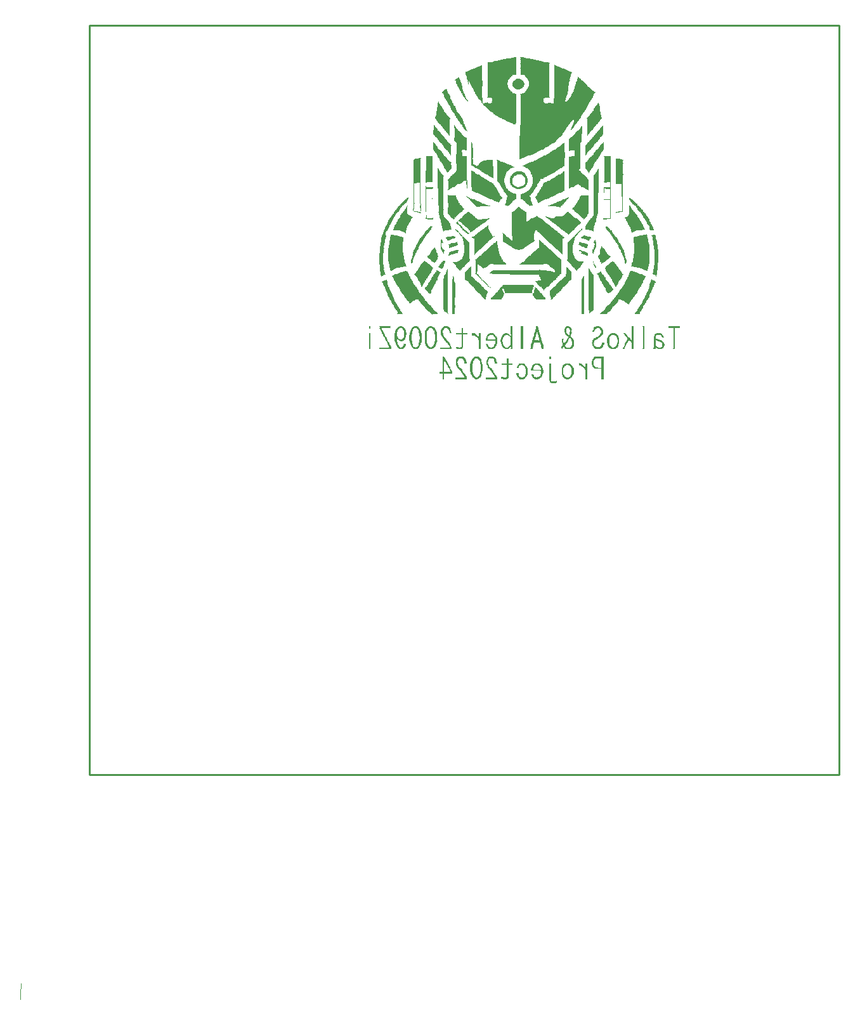
<source format=gbo>
G04*
G04 #@! TF.GenerationSoftware,Altium Limited,Altium Designer,20.2.7 (254)*
G04*
G04 Layer_Color=32896*
%FSLAX25Y25*%
%MOIN*%
G70*
G04*
G04 #@! TF.SameCoordinates,6A7C296C-3D1D-46A6-B2F7-2068CE29E54D*
G04*
G04*
G04 #@! TF.FilePolarity,Positive*
G04*
G01*
G75*
%ADD14C,0.01000*%
%ADD15C,0.00050*%
G36*
X226251Y365488D02*
X226856D01*
Y365186D01*
X227158D01*
Y364883D01*
X227461D01*
Y364581D01*
X227764D01*
Y364278D01*
Y363976D01*
X228066D01*
Y363673D01*
Y363370D01*
X228369D01*
Y363068D01*
Y362765D01*
Y362463D01*
X228066D01*
Y362160D01*
Y361858D01*
Y361555D01*
X227764D01*
Y361252D01*
X227461D01*
Y360950D01*
Y360647D01*
X226856D01*
Y360345D01*
X226251D01*
Y360042D01*
X224133D01*
Y360345D01*
X223528D01*
Y360647D01*
X223225D01*
Y360950D01*
X222923D01*
Y361252D01*
X222620D01*
Y361555D01*
Y361858D01*
X222318D01*
Y362160D01*
Y362463D01*
X222015D01*
Y362765D01*
X222318D01*
Y363068D01*
X222015D01*
Y363370D01*
X222318D01*
Y363673D01*
X222620D01*
Y363976D01*
Y364278D01*
X222923D01*
Y364581D01*
Y364883D01*
X223528D01*
Y365186D01*
X223830D01*
Y365488D01*
X224133D01*
Y365791D01*
X226251D01*
Y365488D01*
D02*
G37*
G36*
X194179Y366093D02*
Y365791D01*
X194482D01*
Y365488D01*
Y365186D01*
X194784D01*
Y364883D01*
Y364581D01*
Y364278D01*
Y363976D01*
X195087D01*
Y363673D01*
Y363370D01*
X195389D01*
Y363068D01*
Y362765D01*
Y362463D01*
Y362160D01*
X195692D01*
Y361858D01*
Y361555D01*
Y361252D01*
Y360950D01*
Y360647D01*
X195995D01*
Y360345D01*
Y360042D01*
X196297D01*
Y359740D01*
Y359437D01*
Y359135D01*
X196600D01*
Y358832D01*
Y358529D01*
Y358227D01*
X196902D01*
Y357924D01*
Y357622D01*
X197205D01*
Y357319D01*
Y357017D01*
Y356714D01*
X197508D01*
Y356412D01*
Y356109D01*
Y355806D01*
X197810D01*
Y355504D01*
Y355201D01*
X198113D01*
Y354899D01*
Y354596D01*
X198415D01*
Y354294D01*
X198718D01*
Y353991D01*
Y353689D01*
X198415D01*
Y353991D01*
X198113D01*
Y354294D01*
X197810D01*
Y354596D01*
X197508D01*
Y354899D01*
Y355201D01*
X197205D01*
Y355504D01*
Y355806D01*
X196902D01*
Y356109D01*
X196600D01*
Y356412D01*
X196297D01*
Y356714D01*
Y357017D01*
X195995D01*
Y357319D01*
Y357622D01*
X195692D01*
Y357924D01*
X195389D01*
Y358227D01*
X195087D01*
Y358529D01*
Y358832D01*
Y359135D01*
X194784D01*
Y359437D01*
X194482D01*
Y359740D01*
Y360042D01*
X194179D01*
Y360345D01*
Y360647D01*
X193877D01*
Y360950D01*
Y361252D01*
X193574D01*
Y361555D01*
Y361858D01*
X193272D01*
Y362160D01*
Y362463D01*
Y362765D01*
X192969D01*
Y363068D01*
X192666D01*
Y363370D01*
Y363673D01*
X192364D01*
Y363976D01*
Y364278D01*
Y364581D01*
X192061D01*
Y364883D01*
X191759D01*
Y365186D01*
X192061D01*
Y365488D01*
X192666D01*
Y365791D01*
X193272D01*
Y366093D01*
X193574D01*
Y366396D01*
X194179D01*
Y366093D01*
D02*
G37*
G36*
X224133Y376683D02*
Y376381D01*
Y376078D01*
Y375776D01*
Y375473D01*
Y375170D01*
Y374868D01*
Y374565D01*
Y374263D01*
Y373960D01*
Y373657D01*
Y373355D01*
Y373052D01*
Y372750D01*
Y372447D01*
Y372145D01*
Y371842D01*
Y371540D01*
Y371237D01*
Y370935D01*
Y370632D01*
Y370329D01*
Y370027D01*
Y369724D01*
Y369422D01*
Y369119D01*
Y368817D01*
Y368514D01*
Y368211D01*
Y367909D01*
X222923D01*
Y367606D01*
X222318D01*
Y367304D01*
X222015D01*
Y367001D01*
X221410D01*
Y366699D01*
Y366396D01*
X220805D01*
Y366093D01*
Y365791D01*
X220502D01*
Y365488D01*
X220200D01*
Y365186D01*
X219897D01*
Y364883D01*
Y364581D01*
Y364278D01*
Y363976D01*
Y363673D01*
X219594D01*
Y363370D01*
Y363068D01*
Y362765D01*
Y362463D01*
X219897D01*
Y362160D01*
Y361858D01*
Y361555D01*
Y361252D01*
Y360950D01*
X220200D01*
Y360647D01*
Y360345D01*
X220502D01*
Y360042D01*
X220805D01*
Y359740D01*
X221107D01*
Y359437D01*
Y359135D01*
X221712D01*
Y358832D01*
X222015D01*
Y358529D01*
X222318D01*
Y358227D01*
X222620D01*
Y357924D01*
X223528D01*
Y357622D01*
X224133D01*
Y357319D01*
Y357017D01*
Y356714D01*
Y356412D01*
Y356109D01*
Y355806D01*
Y355504D01*
Y355201D01*
Y354899D01*
Y354596D01*
Y354294D01*
Y353991D01*
Y353689D01*
Y353386D01*
Y353083D01*
Y352781D01*
Y352478D01*
Y352176D01*
Y351873D01*
Y351571D01*
Y351268D01*
Y350965D01*
Y350663D01*
Y350360D01*
Y350058D01*
Y349755D01*
Y349453D01*
Y349150D01*
Y348848D01*
Y348545D01*
Y348242D01*
Y347940D01*
Y347637D01*
Y347335D01*
Y347032D01*
Y346730D01*
Y346427D01*
Y346124D01*
Y345822D01*
Y345519D01*
Y345217D01*
Y344914D01*
Y344612D01*
Y344309D01*
Y344006D01*
Y343704D01*
Y343401D01*
Y343099D01*
Y342796D01*
Y342494D01*
X223830D01*
Y342191D01*
Y341889D01*
Y341586D01*
X223528D01*
Y341889D01*
X222620D01*
Y342191D01*
X222015D01*
Y342494D01*
X221107D01*
Y342796D01*
X220502D01*
Y343099D01*
X219594D01*
Y343401D01*
X218687D01*
Y343704D01*
X218384D01*
Y344006D01*
X217779D01*
Y344309D01*
X216871D01*
Y344612D01*
X216569D01*
Y344914D01*
X215661D01*
Y345217D01*
X215359D01*
Y345519D01*
X214754D01*
Y345822D01*
X214451D01*
Y346124D01*
X213846D01*
Y346427D01*
X213241D01*
Y346730D01*
X212938D01*
Y347032D01*
X212333D01*
Y347335D01*
X212030D01*
Y347637D01*
X211728D01*
Y347940D01*
X211425D01*
Y348242D01*
X211123D01*
Y348545D01*
X210518D01*
Y348848D01*
X210215D01*
Y349150D01*
X209912D01*
Y349453D01*
X209610D01*
Y349755D01*
X209005D01*
Y350058D01*
X208702D01*
Y350360D01*
X208400D01*
Y350663D01*
X208097D01*
Y350965D01*
X207794D01*
Y351268D01*
X207492D01*
Y351571D01*
X207189D01*
Y351873D01*
X206887D01*
Y352176D01*
Y352478D01*
X206584D01*
Y352781D01*
X206282D01*
Y353083D01*
X205979D01*
Y353386D01*
X205677D01*
Y353689D01*
Y353991D01*
X205374D01*
Y354294D01*
X205071D01*
Y354596D01*
X204769D01*
Y354899D01*
X204466D01*
Y355201D01*
X204164D01*
Y355504D01*
Y355806D01*
X203861D01*
Y356109D01*
Y356412D01*
X203559D01*
Y356714D01*
X203256D01*
Y357017D01*
Y357319D01*
X202954D01*
Y357622D01*
X202651D01*
Y357924D01*
Y358227D01*
X202348D01*
Y358529D01*
Y358832D01*
X202046D01*
Y359135D01*
X201743D01*
Y359437D01*
Y359740D01*
Y360042D01*
X201441D01*
Y360345D01*
Y360647D01*
X201138D01*
Y360950D01*
X200836D01*
Y361252D01*
Y361555D01*
Y361858D01*
X200533D01*
Y362160D01*
Y362463D01*
X200231D01*
Y362765D01*
Y363068D01*
X199928D01*
Y363370D01*
Y363673D01*
X199625D01*
Y363976D01*
Y364278D01*
X199020D01*
Y363976D01*
Y363673D01*
Y363370D01*
Y363068D01*
Y362765D01*
X198718D01*
Y363068D01*
Y363370D01*
Y363673D01*
Y363976D01*
X198415D01*
Y364278D01*
X198718D01*
Y364581D01*
X198415D01*
Y364883D01*
Y365186D01*
Y365488D01*
X198113D01*
Y365791D01*
Y366093D01*
Y366396D01*
Y366699D01*
Y367001D01*
X197810D01*
Y367304D01*
Y367606D01*
Y367909D01*
X197508D01*
Y368211D01*
Y368514D01*
Y368817D01*
Y369119D01*
Y369422D01*
X198415D01*
Y369724D01*
X199020D01*
Y370027D01*
X199928D01*
Y370329D01*
X200533D01*
Y370632D01*
X201441D01*
Y370935D01*
X202046D01*
Y371237D01*
X202651D01*
Y371540D01*
X203256D01*
Y371842D01*
X203861D01*
Y372145D01*
X204769D01*
Y372447D01*
X205374D01*
Y372750D01*
X206282D01*
Y372447D01*
Y372145D01*
Y371842D01*
Y371540D01*
Y371237D01*
Y370935D01*
Y370632D01*
Y370329D01*
Y370027D01*
Y369724D01*
Y369422D01*
Y369119D01*
Y368817D01*
Y368514D01*
Y368211D01*
Y367909D01*
Y367606D01*
Y367304D01*
Y367001D01*
Y366699D01*
Y366396D01*
Y366093D01*
Y365791D01*
Y365488D01*
Y365186D01*
Y364883D01*
Y364581D01*
X206584D01*
Y364278D01*
Y363976D01*
Y363673D01*
Y363370D01*
Y363068D01*
Y362765D01*
Y362463D01*
Y362160D01*
Y361858D01*
X206282D01*
Y361555D01*
Y361252D01*
Y360950D01*
Y360647D01*
Y360345D01*
Y360042D01*
Y359740D01*
Y359437D01*
Y359135D01*
Y358832D01*
Y358529D01*
Y358227D01*
Y357924D01*
Y357622D01*
Y357319D01*
Y357017D01*
Y356714D01*
Y356412D01*
Y356109D01*
Y355806D01*
X206584D01*
Y355504D01*
Y355201D01*
Y354899D01*
Y354596D01*
Y354294D01*
Y353991D01*
Y353689D01*
Y353386D01*
Y353083D01*
Y352781D01*
X207492D01*
Y353083D01*
X208702D01*
Y353386D01*
X209005D01*
Y353083D01*
X209610D01*
Y352781D01*
X210820D01*
Y353083D01*
X211425D01*
Y353386D01*
X211123D01*
Y353689D01*
X211425D01*
Y353991D01*
Y354294D01*
Y354596D01*
Y354899D01*
Y355201D01*
Y355504D01*
X211123D01*
Y355806D01*
X208702D01*
Y356109D01*
X209005D01*
Y356412D01*
Y356714D01*
Y357017D01*
Y357319D01*
Y357622D01*
Y357924D01*
Y358227D01*
Y358529D01*
Y358832D01*
Y359135D01*
Y359437D01*
Y359740D01*
Y360042D01*
Y360345D01*
Y360647D01*
Y360950D01*
Y361252D01*
Y361555D01*
Y361858D01*
Y362160D01*
Y362463D01*
Y362765D01*
Y363068D01*
Y363370D01*
Y363673D01*
Y363976D01*
Y364278D01*
Y364581D01*
Y364883D01*
Y365186D01*
Y365488D01*
Y365791D01*
Y366093D01*
Y366396D01*
Y366699D01*
Y367001D01*
Y367304D01*
Y367606D01*
Y367909D01*
Y368211D01*
Y368514D01*
Y368817D01*
Y369119D01*
Y369422D01*
Y369724D01*
Y370027D01*
Y370329D01*
Y370632D01*
Y370935D01*
Y371237D01*
Y371540D01*
Y371842D01*
Y372145D01*
Y372447D01*
Y372750D01*
Y373052D01*
Y373355D01*
Y373657D01*
Y373960D01*
Y374263D01*
X210215D01*
Y374565D01*
X211728D01*
Y374868D01*
X212635D01*
Y375170D01*
X214451D01*
Y375473D01*
X215964D01*
Y375776D01*
X217174D01*
Y376078D01*
X218989D01*
Y376381D01*
X221410D01*
Y376683D01*
X222923D01*
Y376986D01*
X224133D01*
Y376683D01*
D02*
G37*
G36*
X228066D02*
X229276D01*
Y376381D01*
X231394D01*
Y376078D01*
X233210D01*
Y375776D01*
X234420D01*
Y375473D01*
X236235D01*
Y375170D01*
X237446D01*
Y374868D01*
X238353D01*
Y374565D01*
X239866D01*
Y374263D01*
X241076D01*
Y373960D01*
X241681D01*
Y373657D01*
X241379D01*
Y373355D01*
Y373052D01*
Y372750D01*
Y372447D01*
Y372145D01*
Y371842D01*
Y371540D01*
Y371237D01*
Y370935D01*
Y370632D01*
Y370329D01*
Y370027D01*
Y369724D01*
Y369422D01*
Y369119D01*
Y368817D01*
Y368514D01*
Y368211D01*
Y367909D01*
Y367606D01*
Y367304D01*
Y367001D01*
Y366699D01*
Y366396D01*
Y366093D01*
Y365791D01*
Y365488D01*
Y365186D01*
Y364883D01*
Y364581D01*
Y364278D01*
Y363976D01*
Y363673D01*
Y363370D01*
Y363068D01*
Y362765D01*
Y362463D01*
Y362160D01*
Y361858D01*
Y361555D01*
Y361252D01*
Y360950D01*
Y360647D01*
Y360345D01*
Y360042D01*
Y359740D01*
Y359437D01*
Y359135D01*
Y358832D01*
Y358529D01*
Y358227D01*
Y357924D01*
Y357622D01*
Y357319D01*
Y357017D01*
Y356714D01*
Y356412D01*
Y356109D01*
X241681D01*
Y355806D01*
X239261D01*
Y355504D01*
X238656D01*
Y355201D01*
Y354899D01*
Y354596D01*
Y354294D01*
Y353991D01*
Y353689D01*
Y353386D01*
X238958D01*
Y353083D01*
X239261D01*
Y352781D01*
X240774D01*
Y353083D01*
X242589D01*
Y352781D01*
X243799D01*
Y353083D01*
Y353386D01*
Y353689D01*
Y353991D01*
Y354294D01*
Y354596D01*
Y354899D01*
Y355201D01*
Y355504D01*
X244102D01*
Y355806D01*
Y356109D01*
Y356412D01*
Y356714D01*
Y357017D01*
Y357319D01*
Y357622D01*
Y357924D01*
Y358227D01*
Y358529D01*
Y358832D01*
Y359135D01*
Y359437D01*
Y359740D01*
Y360042D01*
Y360345D01*
Y360647D01*
Y360950D01*
Y361252D01*
Y361555D01*
Y361858D01*
Y362160D01*
Y362463D01*
Y362765D01*
Y363068D01*
Y363370D01*
Y363673D01*
Y363976D01*
Y364278D01*
Y364581D01*
Y364883D01*
Y365186D01*
Y365488D01*
Y365791D01*
Y366093D01*
Y366396D01*
Y366699D01*
Y367001D01*
Y367304D01*
Y367606D01*
Y367909D01*
Y368211D01*
Y368514D01*
Y368817D01*
Y369119D01*
Y369422D01*
Y369724D01*
Y370027D01*
Y370329D01*
Y370632D01*
Y370935D01*
Y371237D01*
Y371540D01*
Y371842D01*
Y372145D01*
Y372447D01*
Y372750D01*
Y373052D01*
X244405D01*
Y372750D01*
X245312D01*
Y372447D01*
X245917D01*
Y372145D01*
X246825D01*
Y371842D01*
X247430D01*
Y371540D01*
X248035D01*
Y371237D01*
X248943D01*
Y370935D01*
X249548D01*
Y370632D01*
X250153D01*
Y370329D01*
X250758D01*
Y370027D01*
X251363D01*
Y369724D01*
X252271D01*
Y369422D01*
X253179D01*
Y369119D01*
X253481D01*
Y368817D01*
X253179D01*
Y368514D01*
Y368211D01*
X252876D01*
Y367909D01*
Y367606D01*
Y367304D01*
Y367001D01*
Y366699D01*
X252574D01*
Y366396D01*
Y366093D01*
Y365791D01*
X252271D01*
Y365488D01*
Y365186D01*
X252574D01*
Y364883D01*
X252271D01*
Y364581D01*
Y364278D01*
Y363976D01*
X251969D01*
Y363673D01*
Y363370D01*
Y363068D01*
Y362765D01*
Y362463D01*
Y362160D01*
X251666D01*
Y361858D01*
Y361555D01*
Y361252D01*
Y360950D01*
X251363D01*
Y360647D01*
Y360345D01*
Y360042D01*
Y359740D01*
Y359437D01*
Y359135D01*
X251061D01*
Y358832D01*
Y358529D01*
Y358227D01*
Y357924D01*
Y357622D01*
Y357319D01*
X250758D01*
Y357017D01*
Y356714D01*
X250456D01*
Y356412D01*
Y356109D01*
Y355806D01*
X250153D01*
Y355504D01*
Y355201D01*
Y354899D01*
Y354596D01*
Y354294D01*
X249851D01*
Y353991D01*
Y353689D01*
X250758D01*
Y353991D01*
X251061D01*
Y354294D01*
X251363D01*
Y354596D01*
X251666D01*
Y354899D01*
X251969D01*
Y355201D01*
Y355504D01*
X252271D01*
Y355806D01*
X252574D01*
Y356109D01*
X252876D01*
Y356412D01*
Y356714D01*
X253179D01*
Y357017D01*
Y357319D01*
Y357622D01*
X253481D01*
Y357924D01*
X253784D01*
Y358227D01*
Y358529D01*
Y358832D01*
X254086D01*
Y359135D01*
X254389D01*
Y359437D01*
X254086D01*
Y359740D01*
X254389D01*
Y360042D01*
Y360345D01*
X254692D01*
Y360647D01*
Y360950D01*
Y361252D01*
X254994D01*
Y361555D01*
Y361858D01*
X255297D01*
Y362160D01*
Y362463D01*
Y362765D01*
X255599D01*
Y363068D01*
Y363370D01*
Y363673D01*
Y363976D01*
X255902D01*
Y364278D01*
X256204D01*
Y364581D01*
Y364883D01*
Y365186D01*
Y365488D01*
Y365791D01*
X256507D01*
Y366093D01*
Y366396D01*
Y366699D01*
X256809D01*
Y366396D01*
X257112D01*
Y366093D01*
X257415D01*
Y365791D01*
X258020D01*
Y365488D01*
X258322D01*
Y365186D01*
X258625D01*
Y364883D01*
X258927D01*
Y364581D01*
X259230D01*
Y364278D01*
X259532D01*
Y363976D01*
X259835D01*
Y363673D01*
X260138D01*
Y363370D01*
X260440D01*
Y363068D01*
X260743D01*
Y362765D01*
X261045D01*
Y362463D01*
X261348D01*
Y362160D01*
X261650D01*
Y361858D01*
X261953D01*
Y361555D01*
X262256D01*
Y361252D01*
X262558D01*
Y360950D01*
X262861D01*
Y360647D01*
X263163D01*
Y360345D01*
X263466D01*
Y360042D01*
X263768D01*
Y359740D01*
X264071D01*
Y359437D01*
X264676D01*
Y359135D01*
X265281D01*
Y358832D01*
X265886D01*
Y358529D01*
X265584D01*
Y358227D01*
X265281D01*
Y357924D01*
Y357622D01*
X264979D01*
Y357319D01*
Y357017D01*
X264676D01*
Y356714D01*
X264373D01*
Y356412D01*
Y356109D01*
Y355806D01*
X264071D01*
Y355504D01*
X263768D01*
Y355201D01*
Y354899D01*
X263466D01*
Y354596D01*
Y354294D01*
X263163D01*
Y353991D01*
Y353689D01*
X262861D01*
Y353386D01*
X262558D01*
Y353083D01*
Y352781D01*
X262256D01*
Y352478D01*
Y352176D01*
X261953D01*
Y351873D01*
Y351571D01*
X261650D01*
Y351268D01*
Y350965D01*
X261348D01*
Y350663D01*
X261045D01*
Y350360D01*
Y350058D01*
X260743D01*
Y349755D01*
Y349453D01*
X260440D01*
Y349150D01*
X260138D01*
Y348848D01*
Y348545D01*
X259835D01*
Y348242D01*
Y347940D01*
X259532D01*
Y347637D01*
X259230D01*
Y347335D01*
Y347032D01*
X258927D01*
Y346730D01*
X258625D01*
Y346427D01*
Y346124D01*
X258322D01*
Y345822D01*
X258020D01*
Y345519D01*
Y345217D01*
X257717D01*
Y344914D01*
Y344612D01*
X257415D01*
Y344309D01*
X257112D01*
Y344006D01*
Y343704D01*
X256809D01*
Y343401D01*
X256507D01*
Y343099D01*
X256204D01*
Y342796D01*
Y342494D01*
X255902D01*
Y342191D01*
X255599D01*
Y341889D01*
X255297D01*
Y341586D01*
Y341283D01*
X254994D01*
Y340981D01*
X254692D01*
Y340678D01*
X254389D01*
Y340376D01*
Y340073D01*
X254086D01*
Y339771D01*
X253784D01*
Y339468D01*
X253481D01*
Y339165D01*
X253179D01*
Y338863D01*
X252876D01*
Y339165D01*
Y339468D01*
X253179D01*
Y339771D01*
Y340073D01*
Y340376D01*
X253481D01*
Y340678D01*
Y340981D01*
X253784D01*
Y341283D01*
Y341586D01*
Y341889D01*
X254086D01*
Y342191D01*
Y342494D01*
Y342796D01*
X254389D01*
Y343099D01*
Y343401D01*
Y343704D01*
Y344006D01*
X253784D01*
Y343704D01*
X253481D01*
Y343401D01*
X253179D01*
Y343099D01*
X252876D01*
Y342796D01*
X252574D01*
Y342494D01*
Y342191D01*
X252271D01*
Y341889D01*
X251969D01*
Y341586D01*
Y341283D01*
X251666D01*
Y340981D01*
X251363D01*
Y340678D01*
X251061D01*
Y340376D01*
X250758D01*
Y340073D01*
X250456D01*
Y339771D01*
Y339468D01*
X250153D01*
Y339165D01*
Y338863D01*
X249851D01*
Y338560D01*
Y338258D01*
X249548D01*
Y337955D01*
Y337653D01*
X249245D01*
Y337350D01*
X248943D01*
Y337048D01*
X248640D01*
Y336745D01*
Y336442D01*
X248338D01*
Y336140D01*
X248035D01*
Y335837D01*
X247733D01*
Y335535D01*
X247430D01*
Y335232D01*
Y334930D01*
X246825D01*
Y334627D01*
X246522D01*
Y334325D01*
X246220D01*
Y334022D01*
X245917D01*
Y333719D01*
X245615D01*
Y333417D01*
X245312D01*
Y333114D01*
X245010D01*
Y332812D01*
X244707D01*
Y332509D01*
X244405D01*
Y332207D01*
X243799D01*
Y331904D01*
X243497D01*
Y331602D01*
X242892D01*
Y331299D01*
X242589D01*
Y330996D01*
X241984D01*
Y330694D01*
X241379D01*
Y330391D01*
X241076D01*
Y330089D01*
X240471D01*
Y329786D01*
X239563D01*
Y329484D01*
X239261D01*
Y329181D01*
X238958D01*
Y328878D01*
X238353D01*
Y328576D01*
X237748D01*
Y328273D01*
X237143D01*
Y327971D01*
X236538D01*
Y327668D01*
X235933D01*
Y327366D01*
X235328D01*
Y327063D01*
X234722D01*
Y326761D01*
X234117D01*
Y326458D01*
X233512D01*
Y326155D01*
X232907D01*
Y325853D01*
X231999D01*
Y325550D01*
X231092D01*
Y325248D01*
X230184D01*
Y324945D01*
X229579D01*
Y324643D01*
X228671D01*
Y324340D01*
X228066D01*
Y324038D01*
X227158D01*
Y323735D01*
X226553D01*
Y323432D01*
X225948D01*
Y323735D01*
Y324038D01*
Y324340D01*
Y324643D01*
Y324945D01*
Y325248D01*
Y325550D01*
Y325853D01*
Y326155D01*
Y326458D01*
Y326761D01*
Y327063D01*
Y327366D01*
Y327668D01*
Y327971D01*
Y328273D01*
Y328576D01*
Y328878D01*
Y329181D01*
Y329484D01*
Y329786D01*
Y330089D01*
Y330391D01*
Y330694D01*
Y330996D01*
Y331299D01*
Y331602D01*
Y331904D01*
Y332207D01*
Y332509D01*
Y332812D01*
Y333114D01*
Y333417D01*
Y333719D01*
Y334022D01*
Y334325D01*
Y334627D01*
Y334930D01*
Y335232D01*
Y335535D01*
Y335837D01*
X226251D01*
Y336140D01*
Y336442D01*
Y336745D01*
Y337048D01*
Y337350D01*
Y337653D01*
Y337955D01*
Y338258D01*
Y338560D01*
Y338863D01*
Y339165D01*
Y339468D01*
Y339771D01*
Y340073D01*
Y340376D01*
Y340678D01*
Y340981D01*
Y341283D01*
X226553D01*
Y341586D01*
Y341889D01*
Y342191D01*
Y342494D01*
Y342796D01*
Y343099D01*
Y343401D01*
Y343704D01*
Y344006D01*
Y344309D01*
Y344612D01*
Y344914D01*
Y345217D01*
Y345519D01*
Y345822D01*
Y346124D01*
Y346427D01*
Y346730D01*
Y347032D01*
Y347335D01*
Y347637D01*
Y347940D01*
Y348242D01*
Y348545D01*
Y348848D01*
Y349150D01*
Y349453D01*
Y349755D01*
Y350058D01*
Y350360D01*
Y350663D01*
Y350965D01*
Y351268D01*
Y351571D01*
Y351873D01*
Y352176D01*
Y352478D01*
Y352781D01*
Y353083D01*
Y353386D01*
Y353689D01*
Y353991D01*
Y354294D01*
Y354596D01*
Y354899D01*
Y355201D01*
Y355504D01*
Y355806D01*
Y356109D01*
Y356412D01*
Y356714D01*
Y357017D01*
Y357319D01*
X226251D01*
Y357622D01*
X227158D01*
Y357924D01*
X227461D01*
Y358227D01*
X228066D01*
Y358529D01*
X228671D01*
Y358832D01*
X228974D01*
Y359135D01*
X229276D01*
Y359437D01*
X229579D01*
Y359740D01*
Y360042D01*
X229882D01*
Y360345D01*
X230184D01*
Y360647D01*
Y360950D01*
X230487D01*
Y361252D01*
Y361555D01*
Y361858D01*
X230789D01*
Y362160D01*
Y362463D01*
Y362765D01*
Y363068D01*
Y363370D01*
Y363673D01*
Y363976D01*
Y364278D01*
X230487D01*
Y364581D01*
Y364883D01*
Y365186D01*
X230184D01*
Y365488D01*
Y365791D01*
X229882D01*
Y366093D01*
X229579D01*
Y366396D01*
X229276D01*
Y366699D01*
X228974D01*
Y367001D01*
X228671D01*
Y367304D01*
X228369D01*
Y367606D01*
X227461D01*
Y367909D01*
X226553D01*
Y368211D01*
Y368514D01*
Y368817D01*
Y369119D01*
Y369422D01*
Y369724D01*
Y370027D01*
Y370329D01*
Y370632D01*
Y370935D01*
Y371237D01*
X226251D01*
Y371540D01*
X226553D01*
Y371842D01*
Y372145D01*
Y372447D01*
Y372750D01*
Y373052D01*
Y373355D01*
X226251D01*
Y373657D01*
X226553D01*
Y373960D01*
Y374263D01*
Y374565D01*
Y374868D01*
Y375170D01*
Y375473D01*
Y375776D01*
X226251D01*
Y376078D01*
X226553D01*
Y376381D01*
Y376683D01*
X226251D01*
Y376986D01*
X228066D01*
Y376683D01*
D02*
G37*
G36*
X187523Y360042D02*
X187826D01*
Y359740D01*
Y359437D01*
Y359135D01*
X188128D01*
Y358832D01*
Y358529D01*
Y358227D01*
X188431D01*
Y357924D01*
Y357622D01*
X188733D01*
Y357319D01*
X189036D01*
Y357017D01*
Y356714D01*
X189338D01*
Y356412D01*
Y356109D01*
X189641D01*
Y355806D01*
Y355504D01*
Y355201D01*
X189943D01*
Y354899D01*
Y354596D01*
X190246D01*
Y354294D01*
Y353991D01*
X190549D01*
Y353689D01*
Y353386D01*
Y353083D01*
X190851D01*
Y352781D01*
X191154D01*
Y352478D01*
Y352176D01*
Y351873D01*
X191456D01*
Y351571D01*
Y351268D01*
X192061D01*
Y350965D01*
Y350663D01*
Y350360D01*
X192364D01*
Y350058D01*
X192666D01*
Y349755D01*
Y349453D01*
X192969D01*
Y349150D01*
Y348848D01*
Y348545D01*
X193272D01*
Y348242D01*
X193574D01*
Y347940D01*
Y347637D01*
X193877D01*
Y347335D01*
X194179D01*
Y347032D01*
X194482D01*
Y346730D01*
Y346427D01*
X194784D01*
Y346124D01*
X195087D01*
Y345822D01*
Y345519D01*
X195389D01*
Y345217D01*
Y344914D01*
X195692D01*
Y344612D01*
Y344309D01*
X196297D01*
Y344006D01*
Y343704D01*
Y343401D01*
X196600D01*
Y343099D01*
Y342796D01*
Y342494D01*
Y342191D01*
X196902D01*
Y341889D01*
Y341586D01*
X197205D01*
Y341283D01*
Y340981D01*
Y340678D01*
X197508D01*
Y340376D01*
Y340073D01*
X197810D01*
Y339771D01*
Y339468D01*
Y339165D01*
X198113D01*
Y338863D01*
Y338560D01*
Y338258D01*
X198415D01*
Y337955D01*
X198113D01*
Y338258D01*
X197810D01*
Y338560D01*
X197508D01*
Y338863D01*
X197205D01*
Y339165D01*
X196902D01*
Y339468D01*
X196600D01*
Y339771D01*
Y340073D01*
X196297D01*
Y340376D01*
X195995D01*
Y340678D01*
X195692D01*
Y340981D01*
Y341283D01*
X195389D01*
Y341586D01*
X195087D01*
Y341889D01*
X194784D01*
Y342191D01*
Y342494D01*
X194482D01*
Y342796D01*
Y343099D01*
X194179D01*
Y343401D01*
X193877D01*
Y343704D01*
X193574D01*
Y344006D01*
Y344309D01*
X193272D01*
Y344612D01*
Y344914D01*
X192969D01*
Y345217D01*
X192666D01*
Y345519D01*
X192364D01*
Y345822D01*
Y346124D01*
X192061D01*
Y346427D01*
X191759D01*
Y346730D01*
Y347032D01*
Y347335D01*
X191456D01*
Y347637D01*
X191154D01*
Y347940D01*
X190851D01*
Y348242D01*
Y348545D01*
X190549D01*
Y348848D01*
Y349150D01*
X190246D01*
Y349453D01*
X189943D01*
Y349755D01*
Y350058D01*
Y350360D01*
X189641D01*
Y350663D01*
Y350965D01*
X189338D01*
Y351268D01*
X189036D01*
Y351571D01*
Y351873D01*
X188733D01*
Y352176D01*
X188431D01*
Y352478D01*
Y352781D01*
X188128D01*
Y353083D01*
Y353386D01*
X187826D01*
Y353689D01*
Y353991D01*
X187523D01*
Y354294D01*
X187220D01*
Y354596D01*
Y354899D01*
Y355201D01*
X186918D01*
Y355504D01*
X186615D01*
Y355806D01*
Y356109D01*
X186313D01*
Y356412D01*
Y356714D01*
Y357017D01*
X186010D01*
Y357319D01*
X185708D01*
Y357622D01*
Y357924D01*
X185405D01*
Y358227D01*
X185102D01*
Y358529D01*
Y358832D01*
X185405D01*
Y359135D01*
X185708D01*
Y359437D01*
X186313D01*
Y359740D01*
X186615D01*
Y360042D01*
X187220D01*
Y360345D01*
X187523D01*
Y360042D01*
D02*
G37*
G36*
X183590Y353386D02*
Y353083D01*
Y352781D01*
X183892D01*
Y352478D01*
X184195D01*
Y352176D01*
Y351873D01*
X184497D01*
Y351571D01*
X184800D01*
Y351268D01*
Y350965D01*
X185102D01*
Y350663D01*
Y350360D01*
X185405D01*
Y350058D01*
Y349755D01*
X185708D01*
Y349453D01*
X186010D01*
Y349150D01*
Y348848D01*
X186313D01*
Y348545D01*
X186615D01*
Y348242D01*
X186918D01*
Y347940D01*
Y347637D01*
X187220D01*
Y347335D01*
X187523D01*
Y347032D01*
Y346730D01*
X187826D01*
Y346427D01*
X188128D01*
Y346124D01*
X188431D01*
Y345822D01*
X188733D01*
Y345519D01*
X189036D01*
Y345217D01*
Y344914D01*
X189338D01*
Y344612D01*
Y344309D01*
X189036D01*
Y344006D01*
Y343704D01*
Y343401D01*
Y343099D01*
Y342796D01*
Y342494D01*
Y342191D01*
Y341889D01*
Y341586D01*
Y341283D01*
Y340981D01*
Y340678D01*
Y340376D01*
Y340073D01*
Y339771D01*
Y339468D01*
Y339165D01*
Y338863D01*
Y338560D01*
Y338258D01*
Y337955D01*
Y337653D01*
Y337350D01*
Y337048D01*
Y336745D01*
Y336442D01*
Y336140D01*
Y335837D01*
X188733D01*
Y336140D01*
X188431D01*
Y336442D01*
Y336745D01*
X188128D01*
Y337048D01*
X187826D01*
Y337350D01*
X187523D01*
Y337653D01*
X187220D01*
Y337955D01*
Y338258D01*
X186918D01*
Y338560D01*
X186615D01*
Y338863D01*
Y339165D01*
X186010D01*
Y339468D01*
X185708D01*
Y339771D01*
X185405D01*
Y340073D01*
Y340376D01*
X185102D01*
Y340678D01*
X184800D01*
Y340981D01*
X184497D01*
Y341283D01*
Y341586D01*
X184195D01*
Y341889D01*
X183892D01*
Y342191D01*
X183590D01*
Y342494D01*
X183287D01*
Y342796D01*
X182984D01*
Y343099D01*
X182682D01*
Y343401D01*
X182379D01*
Y343704D01*
X182077D01*
Y344006D01*
Y344309D01*
X181774D01*
Y344612D01*
X181472D01*
Y344914D01*
Y345217D01*
Y345519D01*
Y345822D01*
X181774D01*
Y346124D01*
Y346427D01*
X182077D01*
Y346730D01*
Y347032D01*
Y347335D01*
Y347637D01*
Y347940D01*
Y348242D01*
Y348545D01*
Y348848D01*
X182379D01*
Y349150D01*
Y349453D01*
Y349755D01*
Y350058D01*
Y350360D01*
Y350663D01*
X182682D01*
Y350965D01*
Y351268D01*
Y351571D01*
X182984D01*
Y351873D01*
Y352176D01*
Y352478D01*
Y352781D01*
Y353083D01*
X183287D01*
Y353386D01*
Y353689D01*
X183590D01*
Y353386D01*
D02*
G37*
G36*
X267399Y352781D02*
Y352478D01*
X267702D01*
Y352176D01*
Y351873D01*
Y351571D01*
X268004D01*
Y351268D01*
Y350965D01*
Y350663D01*
Y350360D01*
Y350058D01*
Y349755D01*
Y349453D01*
X268307D01*
Y349150D01*
Y348848D01*
Y348545D01*
X268609D01*
Y348242D01*
X268307D01*
Y347940D01*
X268609D01*
Y347637D01*
Y347335D01*
Y347032D01*
Y346730D01*
X268912D01*
Y346427D01*
Y346124D01*
Y345822D01*
Y345519D01*
X269215D01*
Y345217D01*
Y344914D01*
Y344612D01*
X268912D01*
Y344309D01*
X268609D01*
Y344006D01*
X268307D01*
Y343704D01*
X268004D01*
Y343401D01*
X267702D01*
Y343099D01*
X267399D01*
Y342796D01*
X267097D01*
Y342494D01*
Y342191D01*
X266794D01*
Y341889D01*
X266491D01*
Y341586D01*
X266189D01*
Y341283D01*
Y340981D01*
X265886D01*
Y340678D01*
X265584D01*
Y340376D01*
X265281D01*
Y340073D01*
X264979D01*
Y339771D01*
X264676D01*
Y339468D01*
X264373D01*
Y339165D01*
Y338863D01*
X263768D01*
Y338560D01*
Y338258D01*
X263466D01*
Y337955D01*
X263163D01*
Y337653D01*
X262861D01*
Y337350D01*
Y337048D01*
X262558D01*
Y336745D01*
X262256D01*
Y336442D01*
X261953D01*
Y336140D01*
Y335837D01*
X261650D01*
Y335535D01*
X261348D01*
Y335837D01*
Y336140D01*
Y336442D01*
Y336745D01*
Y337048D01*
Y337350D01*
Y337653D01*
Y337955D01*
Y338258D01*
Y338560D01*
Y338863D01*
Y339165D01*
Y339468D01*
Y339771D01*
X261650D01*
Y340073D01*
Y340376D01*
Y340678D01*
Y340981D01*
Y341283D01*
Y341586D01*
Y341889D01*
Y342191D01*
Y342494D01*
Y342796D01*
Y343099D01*
Y343401D01*
Y343704D01*
Y344006D01*
X261348D01*
Y344309D01*
Y344612D01*
X261045D01*
Y344914D01*
X261650D01*
Y345217D01*
Y345519D01*
X261953D01*
Y345822D01*
X262256D01*
Y346124D01*
X262558D01*
Y346427D01*
X262861D01*
Y346730D01*
Y347032D01*
X263163D01*
Y347335D01*
X263466D01*
Y347637D01*
X263768D01*
Y347940D01*
Y348242D01*
X264071D01*
Y348545D01*
Y348848D01*
X264676D01*
Y349150D01*
Y349453D01*
X264979D01*
Y349755D01*
Y350058D01*
X265281D01*
Y350360D01*
X265584D01*
Y350663D01*
Y350965D01*
X265886D01*
Y351268D01*
X266189D01*
Y351571D01*
Y351873D01*
X266491D01*
Y352176D01*
X266794D01*
Y352478D01*
Y352781D01*
X267097D01*
Y353083D01*
X267399D01*
Y352781D01*
D02*
G37*
G36*
X191759Y340981D02*
Y340678D01*
X192061D01*
Y340376D01*
X192364D01*
Y340073D01*
X192666D01*
Y339771D01*
X192969D01*
Y339468D01*
X193272D01*
Y339165D01*
X193574D01*
Y338863D01*
Y338560D01*
X193877D01*
Y338258D01*
X194179D01*
Y337955D01*
X194482D01*
Y337653D01*
X194784D01*
Y337350D01*
X195087D01*
Y337048D01*
X195389D01*
Y336745D01*
Y336442D01*
X195995D01*
Y336140D01*
X196297D01*
Y335837D01*
X196600D01*
Y335535D01*
X196902D01*
Y335232D01*
X197205D01*
Y334930D01*
X197508D01*
Y334627D01*
X198113D01*
Y334325D01*
Y334022D01*
Y333719D01*
Y333417D01*
Y333114D01*
Y332812D01*
Y332509D01*
Y332207D01*
Y331904D01*
Y331602D01*
Y331299D01*
Y330996D01*
Y330694D01*
Y330391D01*
Y330089D01*
Y329786D01*
Y329484D01*
Y329181D01*
Y328878D01*
Y328576D01*
Y328273D01*
Y327971D01*
X197205D01*
Y328273D01*
X195692D01*
Y327971D01*
X195389D01*
Y327668D01*
Y327366D01*
Y327063D01*
X195692D01*
Y326761D01*
Y326458D01*
Y326155D01*
Y325853D01*
Y325550D01*
Y325248D01*
Y324945D01*
X198113D01*
Y324643D01*
Y324340D01*
Y324038D01*
Y323735D01*
Y323432D01*
Y323130D01*
Y322827D01*
Y322525D01*
Y322222D01*
Y321919D01*
Y321617D01*
Y321314D01*
Y321012D01*
Y320709D01*
Y320407D01*
Y320104D01*
Y319802D01*
Y319499D01*
Y319197D01*
Y318894D01*
Y318591D01*
Y318289D01*
Y317986D01*
Y317684D01*
Y317381D01*
Y317079D01*
Y316776D01*
Y316473D01*
Y316171D01*
Y315868D01*
Y315566D01*
Y315263D01*
Y314961D01*
Y314658D01*
Y314355D01*
Y314053D01*
Y313750D01*
Y313448D01*
Y313145D01*
Y312843D01*
Y312540D01*
X198415D01*
Y312238D01*
Y311935D01*
Y311632D01*
Y311330D01*
Y311027D01*
Y310725D01*
Y310422D01*
Y310120D01*
Y309817D01*
Y309514D01*
Y309212D01*
Y308909D01*
Y308607D01*
Y308304D01*
Y308002D01*
X198113D01*
Y308304D01*
Y308607D01*
X197810D01*
Y308909D01*
X198113D01*
Y309212D01*
Y309514D01*
Y309817D01*
Y310120D01*
X197810D01*
Y310422D01*
Y310725D01*
Y311027D01*
Y311330D01*
Y311632D01*
X198113D01*
Y311935D01*
Y312238D01*
X197205D01*
Y311935D01*
X196600D01*
Y311632D01*
X196297D01*
Y311330D01*
X195692D01*
Y311027D01*
X195389D01*
Y310725D01*
X194784D01*
Y310422D01*
X193272D01*
Y310120D01*
X192969D01*
Y309817D01*
X192364D01*
Y309514D01*
X192061D01*
Y309212D01*
X191759D01*
Y308909D01*
X191456D01*
Y308607D01*
X190549D01*
Y308304D01*
X190246D01*
Y308002D01*
X189641D01*
Y307699D01*
X189036D01*
Y307397D01*
X188431D01*
Y307094D01*
X188128D01*
Y307397D01*
Y307699D01*
X188431D01*
Y308002D01*
Y308304D01*
Y308607D01*
Y308909D01*
Y309212D01*
Y309514D01*
Y309817D01*
Y310120D01*
Y310422D01*
Y310725D01*
Y311027D01*
Y311330D01*
Y311632D01*
Y311935D01*
Y312238D01*
X188128D01*
Y312540D01*
Y312843D01*
X188431D01*
Y313145D01*
X188733D01*
Y313448D01*
X189036D01*
Y313750D01*
X189338D01*
Y314053D01*
X189641D01*
Y314355D01*
X189943D01*
Y314658D01*
X190549D01*
Y314961D01*
Y315263D01*
X190851D01*
Y315566D01*
X191154D01*
Y315868D01*
X191456D01*
Y316171D01*
X191759D01*
Y316473D01*
X192061D01*
Y316776D01*
X192364D01*
Y317079D01*
X192666D01*
Y317381D01*
X192969D01*
Y317684D01*
Y317986D01*
Y318289D01*
Y318591D01*
Y318894D01*
Y319197D01*
Y319499D01*
Y319802D01*
Y320104D01*
Y320407D01*
Y320709D01*
Y321012D01*
X192666D01*
Y321314D01*
Y321617D01*
Y321919D01*
Y322222D01*
Y322525D01*
Y322827D01*
Y323130D01*
Y323432D01*
Y323735D01*
Y324038D01*
Y324340D01*
Y324643D01*
Y324945D01*
Y325248D01*
Y325550D01*
Y325853D01*
Y326155D01*
X192969D01*
Y326458D01*
Y326761D01*
Y327063D01*
Y327366D01*
Y327668D01*
Y327971D01*
Y328273D01*
Y328576D01*
Y328878D01*
Y329181D01*
Y329484D01*
Y329786D01*
Y330089D01*
Y330391D01*
Y330694D01*
Y330996D01*
Y331299D01*
Y331602D01*
Y331904D01*
Y332207D01*
X192666D01*
Y332509D01*
X192061D01*
Y332812D01*
X191759D01*
Y333114D01*
X191456D01*
Y333417D01*
Y333719D01*
Y334022D01*
Y334325D01*
Y334627D01*
X191759D01*
Y334930D01*
Y335232D01*
Y335535D01*
Y335837D01*
Y336140D01*
Y336442D01*
Y336745D01*
Y337048D01*
Y337350D01*
Y337653D01*
Y337955D01*
Y338258D01*
Y338560D01*
Y338863D01*
Y339165D01*
Y339468D01*
Y339771D01*
X191456D01*
Y340073D01*
Y340376D01*
Y340678D01*
Y340981D01*
Y341283D01*
X191759D01*
Y340981D01*
D02*
G37*
G36*
X269820Y340678D02*
Y340376D01*
Y340073D01*
Y339771D01*
Y339468D01*
Y339165D01*
Y338863D01*
Y338560D01*
Y338258D01*
Y337955D01*
Y337653D01*
Y337350D01*
Y337048D01*
Y336745D01*
Y336442D01*
X269517D01*
Y336140D01*
Y335837D01*
X269215D01*
Y335535D01*
X268912D01*
Y335232D01*
X268609D01*
Y334930D01*
X268307D01*
Y334627D01*
X268004D01*
Y334325D01*
Y334022D01*
X267702D01*
Y333719D01*
X267399D01*
Y333417D01*
X267097D01*
Y333114D01*
Y332812D01*
X266794D01*
Y332509D01*
X266189D01*
Y332207D01*
Y331904D01*
X265886D01*
Y331602D01*
X265584D01*
Y331299D01*
X265281D01*
Y330996D01*
Y330694D01*
X264979D01*
Y330391D01*
X264676D01*
Y330089D01*
X264373D01*
Y329786D01*
X264071D01*
Y329484D01*
X263768D01*
Y329181D01*
X263466D01*
Y328878D01*
Y328576D01*
X263163D01*
Y328273D01*
X262861D01*
Y327971D01*
X262558D01*
Y327668D01*
X262256D01*
Y327366D01*
X261953D01*
Y327063D01*
X261650D01*
Y326761D01*
Y326458D01*
X261045D01*
Y326155D01*
Y325853D01*
X260743D01*
Y325550D01*
X260440D01*
Y325853D01*
Y326155D01*
Y326458D01*
Y326761D01*
Y327063D01*
Y327366D01*
Y327668D01*
Y327971D01*
Y328273D01*
Y328576D01*
Y328878D01*
Y329181D01*
Y329484D01*
Y329786D01*
Y330089D01*
Y330391D01*
Y330694D01*
X260743D01*
Y330996D01*
X261045D01*
Y331299D01*
X261348D01*
Y331602D01*
X261650D01*
Y331904D01*
Y332207D01*
X261953D01*
Y332509D01*
X262558D01*
Y332812D01*
Y333114D01*
X262861D01*
Y333417D01*
X263163D01*
Y333719D01*
X263466D01*
Y334022D01*
X263768D01*
Y334325D01*
X264071D01*
Y334627D01*
Y334930D01*
X264373D01*
Y335232D01*
X264676D01*
Y335535D01*
X264979D01*
Y335837D01*
X265281D01*
Y336140D01*
X265584D01*
Y336442D01*
X265886D01*
Y336745D01*
Y337048D01*
X266491D01*
Y337350D01*
Y337653D01*
X266794D01*
Y337955D01*
X267097D01*
Y338258D01*
X267399D01*
Y338560D01*
Y338863D01*
X267702D01*
Y339165D01*
X268004D01*
Y339468D01*
X268307D01*
Y339771D01*
X268609D01*
Y340073D01*
X268912D01*
Y340376D01*
X269215D01*
Y340678D01*
X269517D01*
Y340981D01*
X269820D01*
Y340678D01*
D02*
G37*
G36*
X181169Y340981D02*
X181472D01*
Y340678D01*
Y340376D01*
X181774D01*
Y340073D01*
X182077D01*
Y339771D01*
X182379D01*
Y339468D01*
X182682D01*
Y339165D01*
X182984D01*
Y338863D01*
Y338560D01*
X183287D01*
Y338258D01*
X183590D01*
Y337955D01*
X183892D01*
Y337653D01*
X184195D01*
Y337350D01*
X184497D01*
Y337048D01*
Y336745D01*
X184800D01*
Y336442D01*
X185102D01*
Y336140D01*
X185405D01*
Y335837D01*
X185708D01*
Y335535D01*
X186010D01*
Y335232D01*
X186313D01*
Y334930D01*
X186615D01*
Y334627D01*
Y334325D01*
X186918D01*
Y334022D01*
X187220D01*
Y333719D01*
X187523D01*
Y333417D01*
X187826D01*
Y333114D01*
Y332812D01*
X188128D01*
Y332509D01*
X188431D01*
Y332207D01*
X188733D01*
Y331904D01*
X189036D01*
Y331602D01*
X189338D01*
Y331299D01*
X189641D01*
Y330996D01*
X189943D01*
Y330694D01*
X190246D01*
Y330391D01*
X189943D01*
Y330089D01*
Y329786D01*
Y329484D01*
Y329181D01*
Y328878D01*
Y328576D01*
Y328273D01*
Y327971D01*
Y327668D01*
Y327366D01*
Y327063D01*
Y326761D01*
Y326458D01*
Y326155D01*
Y325853D01*
Y325550D01*
Y325248D01*
X189641D01*
Y325550D01*
Y325853D01*
X189338D01*
Y326155D01*
X189036D01*
Y326458D01*
X188733D01*
Y326761D01*
Y327063D01*
X188431D01*
Y327366D01*
X188128D01*
Y327668D01*
Y327971D01*
X187523D01*
Y328273D01*
X187220D01*
Y328576D01*
Y328878D01*
X186918D01*
Y329181D01*
X186615D01*
Y329484D01*
X186313D01*
Y329786D01*
X186010D01*
Y330089D01*
X185708D01*
Y330391D01*
Y330694D01*
X185405D01*
Y330996D01*
X185102D01*
Y331299D01*
Y331602D01*
X184800D01*
Y331904D01*
X184497D01*
Y332207D01*
X184195D01*
Y332509D01*
X183892D01*
Y332812D01*
X183590D01*
Y333114D01*
Y333417D01*
X183287D01*
Y333719D01*
X182984D01*
Y334022D01*
Y334325D01*
X182379D01*
Y334627D01*
X182077D01*
Y334930D01*
X181774D01*
Y335232D01*
X181472D01*
Y335535D01*
Y335837D01*
X181169D01*
Y336140D01*
X180867D01*
Y336442D01*
X180564D01*
Y336745D01*
Y337048D01*
Y337350D01*
Y337653D01*
Y337955D01*
Y338258D01*
Y338560D01*
Y338863D01*
X180867D01*
Y339165D01*
Y339468D01*
Y339771D01*
Y340073D01*
Y340376D01*
Y340678D01*
Y340981D01*
Y341283D01*
X181169D01*
Y340981D01*
D02*
G37*
G36*
X180867Y332207D02*
X181169D01*
Y331904D01*
Y331602D01*
X181472D01*
Y331299D01*
X181774D01*
Y330996D01*
Y330694D01*
X182077D01*
Y330391D01*
X182379D01*
Y330089D01*
X182682D01*
Y329786D01*
X182984D01*
Y329484D01*
Y329181D01*
X183287D01*
Y328878D01*
X183590D01*
Y328576D01*
X183892D01*
Y328273D01*
X184195D01*
Y327971D01*
X184497D01*
Y327668D01*
X184800D01*
Y327366D01*
X185102D01*
Y327063D01*
Y326761D01*
X185405D01*
Y326458D01*
X185708D01*
Y326155D01*
Y325853D01*
X186010D01*
Y325550D01*
X186313D01*
Y325248D01*
Y324945D01*
X186918D01*
Y324643D01*
X187220D01*
Y324340D01*
X187523D01*
Y324038D01*
X187826D01*
Y323735D01*
Y323432D01*
X188128D01*
Y323130D01*
X188431D01*
Y322827D01*
X188733D01*
Y322525D01*
X189036D01*
Y322222D01*
X189338D01*
Y321919D01*
X189943D01*
Y321617D01*
X190246D01*
Y321314D01*
X189943D01*
Y321012D01*
Y320709D01*
Y320407D01*
X190246D01*
Y320104D01*
Y319802D01*
Y319499D01*
Y319197D01*
Y318894D01*
Y318591D01*
Y318289D01*
X189943D01*
Y317986D01*
X189338D01*
Y317684D01*
X189036D01*
Y317381D01*
X188733D01*
Y317079D01*
Y316776D01*
X188128D01*
Y316473D01*
X187826D01*
Y316776D01*
X187523D01*
Y317079D01*
Y317381D01*
X187220D01*
Y317684D01*
Y317986D01*
X186918D01*
Y318289D01*
X186615D01*
Y318591D01*
Y318894D01*
X186313D01*
Y319197D01*
Y319499D01*
X186010D01*
Y319802D01*
X185708D01*
Y320104D01*
Y320407D01*
X185405D01*
Y320709D01*
Y321012D01*
X185102D01*
Y321314D01*
X184800D01*
Y321617D01*
Y321919D01*
X184497D01*
Y322222D01*
X184195D01*
Y322525D01*
Y322827D01*
X183892D01*
Y323130D01*
Y323432D01*
Y323735D01*
X183590D01*
Y324038D01*
X183287D01*
Y324340D01*
X182984D01*
Y324643D01*
Y324945D01*
Y325248D01*
X182682D01*
Y325550D01*
X182379D01*
Y325853D01*
Y326155D01*
X182077D01*
Y326458D01*
Y326761D01*
X181472D01*
Y327063D01*
Y327366D01*
X181169D01*
Y327668D01*
X180867D01*
Y327971D01*
Y328273D01*
X180564D01*
Y328576D01*
Y328878D01*
Y329181D01*
Y329484D01*
Y329786D01*
Y330089D01*
Y330391D01*
Y330694D01*
Y330996D01*
Y331299D01*
Y331602D01*
Y331904D01*
Y332207D01*
Y332509D01*
X180867D01*
Y332207D01*
D02*
G37*
G36*
X270122D02*
Y331904D01*
Y331602D01*
Y331299D01*
Y330996D01*
Y330694D01*
Y330391D01*
Y330089D01*
Y329786D01*
Y329484D01*
Y329181D01*
Y328878D01*
Y328576D01*
Y328273D01*
X269820D01*
Y327971D01*
Y327668D01*
X269517D01*
Y327366D01*
X269215D01*
Y327063D01*
X268912D01*
Y326761D01*
Y326458D01*
X268609D01*
Y326155D01*
Y325853D01*
X268004D01*
Y325550D01*
Y325248D01*
Y324945D01*
X267702D01*
Y324643D01*
X267399D01*
Y324340D01*
Y324038D01*
X267097D01*
Y323735D01*
Y323432D01*
X266491D01*
Y323130D01*
Y322827D01*
X266189D01*
Y322525D01*
Y322222D01*
X265886D01*
Y321919D01*
X265584D01*
Y321617D01*
Y321314D01*
X265281D01*
Y321012D01*
Y320709D01*
X264979D01*
Y320407D01*
X264676D01*
Y320104D01*
Y319802D01*
X264373D01*
Y319499D01*
Y319197D01*
X264071D01*
Y318894D01*
X263768D01*
Y318591D01*
Y318289D01*
X263466D01*
Y317986D01*
Y317684D01*
X263163D01*
Y317381D01*
X262861D01*
Y317079D01*
Y316776D01*
X262558D01*
Y316473D01*
Y316171D01*
X262256D01*
Y316473D01*
Y316776D01*
X261953D01*
Y317079D01*
X261650D01*
Y317381D01*
X261348D01*
Y317684D01*
X261045D01*
Y317986D01*
X260743D01*
Y318289D01*
X260440D01*
Y318591D01*
X260138D01*
Y318894D01*
X260440D01*
Y319197D01*
Y319499D01*
Y319802D01*
Y320104D01*
Y320407D01*
Y320709D01*
Y321012D01*
Y321314D01*
Y321617D01*
X260743D01*
Y321919D01*
X261045D01*
Y322222D01*
X261348D01*
Y322525D01*
X261650D01*
Y322827D01*
X261953D01*
Y323130D01*
X262256D01*
Y323432D01*
Y323735D01*
X262558D01*
Y324038D01*
X262861D01*
Y324340D01*
X263163D01*
Y324643D01*
X263768D01*
Y324945D01*
Y325248D01*
X264071D01*
Y325550D01*
X264373D01*
Y325853D01*
X264676D01*
Y326155D01*
Y326458D01*
X264979D01*
Y326761D01*
X265281D01*
Y327063D01*
X265584D01*
Y327366D01*
X265886D01*
Y327668D01*
Y327971D01*
X266189D01*
Y328273D01*
X266491D01*
Y328576D01*
X266794D01*
Y328878D01*
X267097D01*
Y329181D01*
X267399D01*
Y329484D01*
Y329786D01*
X267702D01*
Y330089D01*
X268004D01*
Y330391D01*
X268307D01*
Y330694D01*
X268609D01*
Y330996D01*
X268912D01*
Y331299D01*
X269215D01*
Y331602D01*
X269517D01*
Y331904D01*
X269820D01*
Y332207D01*
Y332509D01*
X270122D01*
Y332207D01*
D02*
G37*
G36*
X200836D02*
Y331904D01*
X201138D01*
Y331602D01*
Y331299D01*
Y330996D01*
Y330694D01*
Y330391D01*
Y330089D01*
Y329786D01*
Y329484D01*
X201441D01*
Y329181D01*
Y328878D01*
Y328576D01*
Y328273D01*
Y327971D01*
Y327668D01*
Y327366D01*
Y327063D01*
Y326761D01*
Y326458D01*
Y326155D01*
Y325853D01*
Y325550D01*
Y325248D01*
Y324945D01*
Y324643D01*
Y324340D01*
Y324038D01*
X201138D01*
Y323735D01*
Y323432D01*
X201441D01*
Y323130D01*
Y322827D01*
Y322525D01*
Y322222D01*
Y321919D01*
Y321617D01*
Y321314D01*
Y321012D01*
Y320709D01*
X202046D01*
Y320407D01*
X202954D01*
Y320104D01*
X203256D01*
Y319802D01*
X203559D01*
Y320104D01*
X204164D01*
Y320407D01*
X204466D01*
Y320709D01*
Y321012D01*
X204769D01*
Y321314D01*
X205071D01*
Y321617D01*
X205374D01*
Y321919D01*
X205979D01*
Y322222D01*
X206282D01*
Y322525D01*
X206887D01*
Y322827D01*
X208400D01*
Y323130D01*
X211728D01*
Y322827D01*
Y322525D01*
Y322222D01*
Y321919D01*
Y321617D01*
Y321314D01*
Y321012D01*
Y320709D01*
Y320407D01*
Y320104D01*
Y319802D01*
X212030D01*
Y319499D01*
Y319197D01*
Y318894D01*
Y318591D01*
Y318289D01*
Y317986D01*
Y317684D01*
Y317381D01*
Y317079D01*
Y316776D01*
Y316473D01*
Y316171D01*
Y315868D01*
Y315566D01*
Y315263D01*
Y314961D01*
Y314658D01*
Y314355D01*
Y314053D01*
Y313750D01*
Y313448D01*
X211728D01*
Y313750D01*
X211123D01*
Y314053D01*
X210518D01*
Y314355D01*
X209912D01*
Y314658D01*
X209610D01*
Y314961D01*
X209005D01*
Y315263D01*
X208702D01*
Y315566D01*
X208097D01*
Y315868D01*
X207492D01*
Y316171D01*
X207189D01*
Y316473D01*
X206584D01*
Y316776D01*
X205979D01*
Y317079D01*
X205677D01*
Y317381D01*
X205071D01*
Y317684D01*
X204769D01*
Y317986D01*
X204164D01*
Y318289D01*
X203559D01*
Y318591D01*
X203256D01*
Y318894D01*
X202651D01*
Y319197D01*
X202046D01*
Y319499D01*
X201743D01*
Y319802D01*
X201138D01*
Y320104D01*
X200533D01*
Y320407D01*
Y320709D01*
Y321012D01*
Y321314D01*
Y321617D01*
Y321919D01*
Y322222D01*
Y322525D01*
Y322827D01*
Y323130D01*
Y323432D01*
Y323735D01*
Y324038D01*
Y324340D01*
Y324643D01*
Y324945D01*
Y325248D01*
Y325550D01*
Y325853D01*
Y326155D01*
Y326458D01*
Y326761D01*
Y327063D01*
Y327366D01*
Y327668D01*
Y327971D01*
Y328273D01*
Y328576D01*
Y328878D01*
Y329181D01*
Y329484D01*
Y329786D01*
Y330089D01*
Y330391D01*
Y330694D01*
Y330996D01*
Y331299D01*
Y331602D01*
Y331904D01*
Y332207D01*
Y332509D01*
X200836D01*
Y332207D01*
D02*
G37*
G36*
X180262Y324643D02*
Y324340D01*
Y324038D01*
Y323735D01*
Y323432D01*
Y323130D01*
Y322827D01*
Y322525D01*
Y322222D01*
Y321919D01*
Y321617D01*
Y321314D01*
Y321012D01*
Y320709D01*
Y320407D01*
Y320104D01*
Y319802D01*
Y319499D01*
Y319197D01*
Y318894D01*
Y318591D01*
Y318289D01*
Y317986D01*
Y317684D01*
Y317381D01*
Y317079D01*
Y316776D01*
Y316473D01*
Y316171D01*
Y315868D01*
Y315566D01*
Y315263D01*
Y314961D01*
Y314658D01*
Y314355D01*
Y314053D01*
Y313750D01*
Y313448D01*
Y313145D01*
Y312843D01*
Y312540D01*
Y312238D01*
Y311935D01*
Y311632D01*
Y311330D01*
X177236D01*
Y311027D01*
X176631D01*
Y311330D01*
Y311632D01*
Y311935D01*
Y312238D01*
Y312540D01*
Y312843D01*
Y313145D01*
Y313448D01*
Y313750D01*
Y314053D01*
Y314355D01*
Y314658D01*
Y314961D01*
Y315263D01*
Y315566D01*
Y315868D01*
Y316171D01*
Y316473D01*
Y316776D01*
Y317079D01*
Y317381D01*
X176933D01*
Y317684D01*
Y317986D01*
Y318289D01*
Y318591D01*
Y318894D01*
Y319197D01*
Y319499D01*
Y319802D01*
Y320104D01*
Y320407D01*
Y320709D01*
Y321012D01*
Y321314D01*
Y321617D01*
Y321919D01*
Y322222D01*
Y322525D01*
Y322827D01*
Y323130D01*
Y323432D01*
Y323735D01*
Y324038D01*
Y324340D01*
Y324643D01*
Y324945D01*
X180262D01*
Y324643D01*
D02*
G37*
G36*
X227158Y316776D02*
X227764D01*
Y316473D01*
X228369D01*
Y316171D01*
X228671D01*
Y315868D01*
X228974D01*
Y315566D01*
Y315263D01*
X229276D01*
Y314961D01*
Y314658D01*
X229579D01*
Y314355D01*
X229882D01*
Y314053D01*
Y313750D01*
Y313448D01*
X230184D01*
Y313145D01*
Y312843D01*
Y312540D01*
Y312238D01*
Y311935D01*
Y311632D01*
Y311330D01*
Y311027D01*
X229882D01*
Y310725D01*
Y310422D01*
Y310120D01*
X229579D01*
Y309817D01*
X229276D01*
Y309514D01*
Y309212D01*
X228974D01*
Y308909D01*
X228671D01*
Y308607D01*
X228066D01*
Y308304D01*
X227461D01*
Y308002D01*
X226553D01*
Y307699D01*
X224133D01*
Y308002D01*
X223528D01*
Y308304D01*
X222923D01*
Y308607D01*
X222318D01*
Y308909D01*
X222015D01*
Y309212D01*
X221712D01*
Y309514D01*
Y309817D01*
X221107D01*
Y310120D01*
Y310422D01*
Y310725D01*
X220805D01*
Y311027D01*
Y311330D01*
Y311632D01*
Y311935D01*
Y312238D01*
Y312540D01*
Y312843D01*
Y313145D01*
Y313448D01*
Y313750D01*
X221107D01*
Y314053D01*
Y314355D01*
Y314658D01*
X221712D01*
Y314961D01*
Y315263D01*
X222015D01*
Y315566D01*
X222318D01*
Y315868D01*
X222620D01*
Y316171D01*
X222923D01*
Y316473D01*
X223528D01*
Y316776D01*
X224133D01*
Y317079D01*
X227158D01*
Y316776D01*
D02*
G37*
G36*
X258927Y340376D02*
Y340073D01*
Y339771D01*
Y339468D01*
Y339165D01*
Y338863D01*
Y338560D01*
Y338258D01*
Y337955D01*
Y337653D01*
Y337350D01*
Y337048D01*
Y336745D01*
X258625D01*
Y336442D01*
Y336140D01*
Y335837D01*
Y335535D01*
Y335232D01*
Y334930D01*
Y334627D01*
Y334325D01*
Y334022D01*
Y333719D01*
Y333417D01*
Y333114D01*
Y332812D01*
Y332509D01*
X258020D01*
Y332207D01*
X257717D01*
Y331904D01*
Y331602D01*
Y331299D01*
Y330996D01*
Y330694D01*
Y330391D01*
Y330089D01*
Y329786D01*
Y329484D01*
Y329181D01*
Y328878D01*
Y328576D01*
Y328273D01*
Y327971D01*
Y327668D01*
Y327366D01*
Y327063D01*
Y326761D01*
Y326458D01*
Y326155D01*
Y325853D01*
Y325550D01*
Y325248D01*
Y324945D01*
Y324643D01*
Y324340D01*
Y324038D01*
Y323735D01*
Y323432D01*
Y323130D01*
Y322827D01*
Y322525D01*
Y322222D01*
Y321919D01*
Y321617D01*
Y321314D01*
Y321012D01*
Y320709D01*
Y320407D01*
Y320104D01*
Y319802D01*
Y319499D01*
Y319197D01*
Y318894D01*
X257415D01*
Y318591D01*
X257717D01*
Y318289D01*
X257415D01*
Y317986D01*
X257112D01*
Y317684D01*
Y317381D01*
X257717D01*
Y317079D01*
X258020D01*
Y316776D01*
X258322D01*
Y316473D01*
X258625D01*
Y316171D01*
X258927D01*
Y315868D01*
X259230D01*
Y315566D01*
X259532D01*
Y315263D01*
X259835D01*
Y314961D01*
X260138D01*
Y314658D01*
X260440D01*
Y314355D01*
X260743D01*
Y314053D01*
X261045D01*
Y313750D01*
X261348D01*
Y313448D01*
X261650D01*
Y313145D01*
X261953D01*
Y312843D01*
X262256D01*
Y312540D01*
Y312238D01*
Y311935D01*
Y311632D01*
Y311330D01*
Y311027D01*
Y310725D01*
Y310422D01*
Y310120D01*
Y309817D01*
Y309514D01*
Y309212D01*
Y308909D01*
Y308607D01*
Y308304D01*
Y308002D01*
Y307699D01*
Y307397D01*
Y307094D01*
X261953D01*
Y307397D01*
X261045D01*
Y307699D01*
X260440D01*
Y308002D01*
X260138D01*
Y308304D01*
X259532D01*
Y308607D01*
X258927D01*
Y308909D01*
X258322D01*
Y309212D01*
X258020D01*
Y309514D01*
X257717D01*
Y309817D01*
X257112D01*
Y310120D01*
X256809D01*
Y310422D01*
X256507D01*
Y310120D01*
X255902D01*
Y309817D01*
X255297D01*
Y309514D01*
X254692D01*
Y309212D01*
X254389D01*
Y308909D01*
X253481D01*
Y308607D01*
X252876D01*
Y308304D01*
X252574D01*
Y308002D01*
X251969D01*
Y308304D01*
Y308607D01*
Y308909D01*
Y309212D01*
Y309514D01*
Y309817D01*
Y310120D01*
Y310422D01*
Y310725D01*
Y311027D01*
Y311330D01*
Y311632D01*
Y311935D01*
Y312238D01*
Y312540D01*
Y312843D01*
Y313145D01*
Y313448D01*
Y313750D01*
Y314053D01*
Y314355D01*
Y314658D01*
Y314961D01*
Y315263D01*
Y315566D01*
Y315868D01*
Y316171D01*
Y316473D01*
Y316776D01*
Y317079D01*
Y317381D01*
Y317684D01*
Y317986D01*
Y318289D01*
Y318591D01*
Y318894D01*
Y319197D01*
Y319499D01*
Y319802D01*
Y320104D01*
Y320407D01*
Y320709D01*
Y321012D01*
Y321314D01*
Y321617D01*
Y321919D01*
Y322222D01*
Y322525D01*
Y322827D01*
Y323130D01*
Y323432D01*
Y323735D01*
Y324038D01*
Y324340D01*
Y324643D01*
X253179D01*
Y324945D01*
X254692D01*
Y325248D01*
Y325550D01*
Y325853D01*
Y326155D01*
Y326458D01*
Y326761D01*
Y327063D01*
Y327366D01*
Y327668D01*
Y327971D01*
X252574D01*
Y327668D01*
X251969D01*
Y327971D01*
Y328273D01*
Y328576D01*
Y328878D01*
Y329181D01*
Y329484D01*
Y329786D01*
Y330089D01*
Y330391D01*
Y330694D01*
Y330996D01*
Y331299D01*
Y331602D01*
Y331904D01*
Y332207D01*
Y332509D01*
Y332812D01*
Y333114D01*
Y333417D01*
Y333719D01*
Y334022D01*
X252271D01*
Y334325D01*
X252574D01*
Y334627D01*
X252876D01*
Y334930D01*
X253179D01*
Y335232D01*
X253481D01*
Y335535D01*
X253784D01*
Y335837D01*
X254086D01*
Y336140D01*
X254389D01*
Y336442D01*
X254692D01*
Y336745D01*
X255297D01*
Y337048D01*
Y337350D01*
X255599D01*
Y337653D01*
X255902D01*
Y337955D01*
X256204D01*
Y338258D01*
X256507D01*
Y338560D01*
X256809D01*
Y338863D01*
X257112D01*
Y339165D01*
X257415D01*
Y339468D01*
X257717D01*
Y339771D01*
Y340073D01*
X258020D01*
Y340376D01*
X258322D01*
Y340678D01*
X258927D01*
Y340376D01*
D02*
G37*
G36*
X180262Y302858D02*
Y302556D01*
X179959D01*
Y302858D01*
Y303161D01*
X180262D01*
Y302858D01*
D02*
G37*
G36*
X201138Y317079D02*
X201743D01*
Y316776D01*
X202348D01*
Y316473D01*
X202651D01*
Y316171D01*
X202954D01*
Y315868D01*
X203559D01*
Y315566D01*
X203861D01*
Y315263D01*
X204769D01*
Y314961D01*
X205071D01*
Y314658D01*
X205374D01*
Y314355D01*
X205979D01*
Y314053D01*
X206584D01*
Y313750D01*
X207189D01*
Y313448D01*
X207492D01*
Y313145D01*
X208097D01*
Y312843D01*
X208702D01*
Y312540D01*
X209005D01*
Y312238D01*
X209610D01*
Y311935D01*
X209912D01*
Y311632D01*
X210215D01*
Y311330D01*
X211123D01*
Y311027D01*
X211425D01*
Y310725D01*
X212030D01*
Y310422D01*
X212333D01*
Y310120D01*
X212635D01*
Y309817D01*
X212938D01*
Y309514D01*
Y309212D01*
X213241D01*
Y308909D01*
Y308607D01*
X213543D01*
Y308304D01*
X213846D01*
Y308002D01*
Y307699D01*
X214148D01*
Y307397D01*
Y307094D01*
X214451D01*
Y306791D01*
Y306489D01*
X214754D01*
Y306186D01*
Y305884D01*
X215056D01*
Y305581D01*
Y305279D01*
X215359D01*
Y304976D01*
X215661D01*
Y304674D01*
Y304371D01*
X215964D01*
Y304068D01*
X216266D01*
Y303766D01*
X216569D01*
Y303463D01*
X216871D01*
Y303161D01*
Y302858D01*
X216569D01*
Y302556D01*
X216266D01*
Y302253D01*
X215964D01*
Y301951D01*
Y301648D01*
X215661D01*
Y301345D01*
X215359D01*
Y301043D01*
X215056D01*
Y300740D01*
X214451D01*
Y301043D01*
X213543D01*
Y301345D01*
X212635D01*
Y301648D01*
X212333D01*
Y301951D01*
X211425D01*
Y302253D01*
X210820D01*
Y302556D01*
X210215D01*
Y302858D01*
X209610D01*
Y303161D01*
X208702D01*
Y303463D01*
X208097D01*
Y303766D01*
X207492D01*
Y304068D01*
X206887D01*
Y304371D01*
X206282D01*
Y304674D01*
X205374D01*
Y304976D01*
X204769D01*
Y305279D01*
X204164D01*
Y305581D01*
X203256D01*
Y305884D01*
X202954D01*
Y306186D01*
X202046D01*
Y306489D01*
X201441D01*
Y306791D01*
X200836D01*
Y307094D01*
Y307397D01*
Y307699D01*
Y308002D01*
Y308304D01*
Y308607D01*
X200533D01*
Y308909D01*
Y309212D01*
Y309514D01*
Y309817D01*
Y310120D01*
Y310422D01*
Y310725D01*
Y311027D01*
Y311330D01*
Y311632D01*
Y311935D01*
Y312238D01*
Y312540D01*
Y312843D01*
Y313145D01*
Y313448D01*
Y313750D01*
Y314053D01*
Y314355D01*
Y314658D01*
Y314961D01*
Y315263D01*
Y315566D01*
Y315868D01*
Y316171D01*
Y316473D01*
Y316776D01*
Y317079D01*
Y317381D01*
X201138D01*
Y317079D01*
D02*
G37*
G36*
X249548Y316776D02*
Y316473D01*
Y316171D01*
Y315868D01*
Y315566D01*
Y315263D01*
Y314961D01*
Y314658D01*
Y314355D01*
Y314053D01*
Y313750D01*
Y313448D01*
Y313145D01*
Y312843D01*
Y312540D01*
Y312238D01*
Y311935D01*
Y311632D01*
Y311330D01*
Y311027D01*
Y310725D01*
Y310422D01*
Y310120D01*
Y309817D01*
Y309514D01*
Y309212D01*
Y308909D01*
Y308607D01*
Y308304D01*
Y308002D01*
Y307699D01*
Y307397D01*
Y307094D01*
Y306791D01*
X248943D01*
Y306489D01*
X248338D01*
Y306186D01*
X247733D01*
Y305884D01*
X247128D01*
Y305581D01*
X246522D01*
Y305279D01*
X245917D01*
Y304976D01*
X245312D01*
Y304674D01*
X244707D01*
Y304371D01*
X244102D01*
Y304068D01*
X243497D01*
Y303766D01*
X242589D01*
Y303463D01*
X241681D01*
Y303161D01*
X241379D01*
Y302858D01*
X240471D01*
Y302556D01*
X240169D01*
Y302253D01*
X239261D01*
Y301951D01*
X238656D01*
Y301648D01*
X237748D01*
Y301345D01*
X237143D01*
Y301043D01*
X236840D01*
Y300740D01*
X236235D01*
Y300438D01*
X235630D01*
Y300740D01*
Y301043D01*
X235328D01*
Y301345D01*
Y301648D01*
X235025D01*
Y301951D01*
X234722D01*
Y302253D01*
X234420D01*
Y302556D01*
Y302858D01*
Y303161D01*
X234117D01*
Y303463D01*
Y303766D01*
X234420D01*
Y304068D01*
X234722D01*
Y304371D01*
X235025D01*
Y304674D01*
X235328D01*
Y304976D01*
Y305279D01*
X235630D01*
Y305581D01*
X235933D01*
Y305884D01*
Y306186D01*
X236235D01*
Y306489D01*
Y306791D01*
X236538D01*
Y307094D01*
Y307397D01*
X236840D01*
Y307699D01*
X237143D01*
Y308002D01*
Y308304D01*
Y308607D01*
X237748D01*
Y308909D01*
Y309212D01*
Y309514D01*
X238051D01*
Y309817D01*
Y310120D01*
Y310422D01*
X238353D01*
Y310725D01*
X238656D01*
Y311027D01*
X239261D01*
Y311330D01*
X240169D01*
Y311632D01*
X240471D01*
Y311935D01*
X241379D01*
Y312238D01*
X241681D01*
Y312540D01*
X242286D01*
Y312843D01*
X242589D01*
Y313145D01*
X243194D01*
Y313448D01*
X243799D01*
Y313750D01*
X244405D01*
Y314053D01*
X244707D01*
Y314355D01*
X245312D01*
Y314658D01*
X245917D01*
Y314961D01*
X246220D01*
Y315263D01*
X246825D01*
Y315566D01*
X247430D01*
Y315868D01*
X247733D01*
Y316171D01*
X248338D01*
Y316473D01*
X248640D01*
Y316776D01*
X248943D01*
Y317079D01*
X249548D01*
Y316776D01*
D02*
G37*
G36*
Y331904D02*
Y331602D01*
Y331299D01*
Y330996D01*
Y330694D01*
Y330391D01*
Y330089D01*
Y329786D01*
Y329484D01*
Y329181D01*
Y328878D01*
Y328576D01*
Y328273D01*
Y327971D01*
Y327668D01*
Y327366D01*
Y327063D01*
X249851D01*
Y326761D01*
Y326458D01*
Y326155D01*
Y325853D01*
Y325550D01*
Y325248D01*
Y324945D01*
Y324643D01*
Y324340D01*
Y324038D01*
X249548D01*
Y323735D01*
Y323432D01*
Y323130D01*
Y322827D01*
Y322525D01*
Y322222D01*
Y321919D01*
Y321617D01*
Y321314D01*
Y321012D01*
Y320709D01*
Y320407D01*
Y320104D01*
Y319802D01*
X248943D01*
Y319499D01*
X248640D01*
Y319197D01*
X248035D01*
Y318894D01*
X247733D01*
Y318591D01*
X247128D01*
Y318289D01*
X246825D01*
Y317986D01*
X246220D01*
Y317684D01*
X245917D01*
Y317381D01*
X245312D01*
Y317079D01*
X244707D01*
Y316776D01*
X244405D01*
Y316473D01*
X243799D01*
Y316171D01*
X243194D01*
Y315868D01*
X242589D01*
Y315566D01*
X242286D01*
Y315263D01*
X241681D01*
Y314961D01*
X241076D01*
Y314658D01*
X240471D01*
Y314355D01*
X240169D01*
Y314053D01*
X239261D01*
Y313750D01*
X238656D01*
Y313448D01*
X238353D01*
Y313145D01*
X236840D01*
Y312843D01*
Y312540D01*
Y312238D01*
X236538D01*
Y311935D01*
Y311632D01*
X236235D01*
Y311330D01*
Y311027D01*
X235933D01*
Y310725D01*
X235630D01*
Y310422D01*
X235328D01*
Y310120D01*
Y309817D01*
X235025D01*
Y309514D01*
Y309212D01*
X234722D01*
Y308909D01*
X234420D01*
Y308607D01*
Y308304D01*
X234117D01*
Y308002D01*
Y307699D01*
X233815D01*
Y307397D01*
X233512D01*
Y307094D01*
Y306791D01*
X233210D01*
Y306489D01*
Y306186D01*
X232907D01*
Y305884D01*
X232605D01*
Y305581D01*
Y305279D01*
X232302D01*
Y304976D01*
X231999D01*
Y304674D01*
Y304371D01*
X231092D01*
Y304068D01*
Y303766D01*
X231394D01*
Y303463D01*
X231697D01*
Y303161D01*
Y302858D01*
Y302556D01*
Y302253D01*
X231999D01*
Y301951D01*
Y301648D01*
Y301345D01*
X232302D01*
Y301043D01*
Y300740D01*
X232605D01*
Y300438D01*
Y300135D01*
Y299833D01*
X232907D01*
Y299530D01*
Y299227D01*
X231999D01*
Y298925D01*
X231394D01*
Y298622D01*
X231092D01*
Y298925D01*
Y299227D01*
X230789D01*
Y299530D01*
X230487D01*
Y299833D01*
X229882D01*
Y300135D01*
X229579D01*
Y300438D01*
X229276D01*
Y300740D01*
X228974D01*
Y301043D01*
X228671D01*
Y301345D01*
X228066D01*
Y301648D01*
X227764D01*
Y301951D01*
X227461D01*
Y302253D01*
X226856D01*
Y302556D01*
X226553D01*
Y302858D01*
Y303161D01*
Y303463D01*
Y303766D01*
Y304068D01*
Y304371D01*
Y304674D01*
Y304976D01*
X227158D01*
Y305279D01*
X228066D01*
Y305581D01*
X228671D01*
Y305884D01*
X228974D01*
Y306186D01*
X229579D01*
Y306489D01*
X229882D01*
Y306791D01*
X230487D01*
Y307094D01*
X230789D01*
Y307397D01*
X231092D01*
Y307699D01*
X231394D01*
Y308002D01*
Y308304D01*
X231697D01*
Y308607D01*
X231999D01*
Y308909D01*
X232302D01*
Y309212D01*
Y309514D01*
X232605D01*
Y309817D01*
Y310120D01*
Y310422D01*
X232907D01*
Y310725D01*
Y311027D01*
Y311330D01*
Y311632D01*
Y311935D01*
Y312238D01*
Y312540D01*
Y312843D01*
Y313145D01*
Y313448D01*
Y313750D01*
Y314053D01*
X232605D01*
Y314355D01*
Y314658D01*
Y314961D01*
Y315263D01*
X232302D01*
Y315566D01*
X231999D01*
Y315868D01*
Y316171D01*
Y316473D01*
X231697D01*
Y316776D01*
X231394D01*
Y317079D01*
Y317381D01*
X231092D01*
Y317684D01*
X230789D01*
Y317986D01*
X230487D01*
Y318289D01*
X230184D01*
Y318591D01*
X229882D01*
Y318894D01*
X229276D01*
Y319197D01*
X228671D01*
Y319499D01*
X228066D01*
Y319802D01*
X227461D01*
Y320104D01*
X228066D01*
Y320407D01*
X228974D01*
Y320709D01*
X229579D01*
Y321012D01*
X230184D01*
Y321314D01*
X230789D01*
Y321617D01*
X231697D01*
Y321919D01*
X232302D01*
Y322222D01*
X233210D01*
Y322525D01*
X233512D01*
Y322827D01*
X234420D01*
Y323130D01*
X235025D01*
Y323432D01*
X235630D01*
Y323735D01*
X236235D01*
Y324038D01*
X236840D01*
Y324340D01*
X237446D01*
Y324643D01*
X238051D01*
Y324945D01*
X238656D01*
Y325248D01*
X239261D01*
Y325550D01*
X239866D01*
Y325853D01*
X240169D01*
Y326155D01*
X240774D01*
Y326458D01*
X241379D01*
Y326761D01*
X241681D01*
Y327063D01*
X242286D01*
Y327366D01*
X242892D01*
Y327668D01*
X243194D01*
Y327971D01*
X243799D01*
Y328273D01*
X244405D01*
Y328576D01*
X244707D01*
Y328878D01*
X245312D01*
Y329181D01*
X245615D01*
Y329484D01*
X245917D01*
Y329786D01*
X246522D01*
Y330089D01*
X247128D01*
Y330391D01*
X247430D01*
Y330694D01*
X247733D01*
Y330996D01*
X248035D01*
Y331299D01*
X248640D01*
Y331602D01*
X248943D01*
Y331904D01*
X249245D01*
Y332207D01*
X249548D01*
Y331904D01*
D02*
G37*
G36*
X214754Y322827D02*
X215359D01*
Y322525D01*
X215964D01*
Y322222D01*
X216569D01*
Y321919D01*
X217174D01*
Y321617D01*
X218082D01*
Y321314D01*
X218989D01*
Y321012D01*
X219594D01*
Y320709D01*
X220502D01*
Y320407D01*
X221410D01*
Y320104D01*
X221712D01*
Y319802D01*
X222620D01*
Y319499D01*
X223225D01*
Y319197D01*
X222318D01*
Y318894D01*
X221712D01*
Y318591D01*
X221107D01*
Y318289D01*
X220805D01*
Y317986D01*
X220502D01*
Y317684D01*
X220200D01*
Y317381D01*
X219897D01*
Y317079D01*
X219292D01*
Y316776D01*
Y316473D01*
X218989D01*
Y316171D01*
Y315868D01*
Y315566D01*
X218687D01*
Y315263D01*
X218384D01*
Y314961D01*
Y314658D01*
Y314355D01*
X218082D01*
Y314053D01*
Y313750D01*
Y313448D01*
X217779D01*
Y313145D01*
Y312843D01*
Y312540D01*
Y312238D01*
Y311935D01*
Y311632D01*
Y311330D01*
Y311027D01*
X218082D01*
Y310725D01*
Y310422D01*
Y310120D01*
X218384D01*
Y309817D01*
Y309514D01*
Y309212D01*
X218687D01*
Y308909D01*
X218989D01*
Y308607D01*
Y308304D01*
Y308002D01*
X219594D01*
Y307699D01*
X219897D01*
Y307397D01*
Y307094D01*
X220200D01*
Y306791D01*
X220805D01*
Y306489D01*
X221107D01*
Y306186D01*
X221712D01*
Y305884D01*
X222015D01*
Y305581D01*
X222620D01*
Y305279D01*
X223830D01*
Y304976D01*
X224133D01*
Y304674D01*
Y304371D01*
Y304068D01*
Y303766D01*
Y303463D01*
Y303161D01*
Y302858D01*
Y302556D01*
Y302253D01*
X223528D01*
Y301951D01*
X223225D01*
Y301648D01*
X222620D01*
Y301345D01*
X222318D01*
Y301043D01*
X222015D01*
Y300740D01*
X221712D01*
Y300438D01*
X221410D01*
Y300135D01*
X221107D01*
Y299833D01*
X220805D01*
Y299530D01*
X220502D01*
Y299227D01*
X220200D01*
Y298925D01*
X219897D01*
Y298622D01*
X219594D01*
Y298925D01*
X218989D01*
Y299227D01*
X218384D01*
Y299530D01*
X218082D01*
Y299833D01*
X218384D01*
Y300135D01*
Y300438D01*
X218687D01*
Y300740D01*
Y301043D01*
Y301345D01*
X218989D01*
Y301648D01*
Y301951D01*
X219292D01*
Y302253D01*
Y302556D01*
Y302858D01*
Y303161D01*
Y303463D01*
X219594D01*
Y303766D01*
Y304068D01*
Y304371D01*
X219292D01*
Y304674D01*
X218989D01*
Y304976D01*
X218687D01*
Y305279D01*
X218384D01*
Y305581D01*
Y305884D01*
X218082D01*
Y306186D01*
X217779D01*
Y306489D01*
X217477D01*
Y306791D01*
Y307094D01*
Y307397D01*
X217174D01*
Y307699D01*
X216871D01*
Y308002D01*
Y308304D01*
X216569D01*
Y308607D01*
Y308909D01*
X216266D01*
Y309212D01*
Y309514D01*
X215964D01*
Y309817D01*
Y310120D01*
X215661D01*
Y310422D01*
X215359D01*
Y310725D01*
X215056D01*
Y311027D01*
X214754D01*
Y311330D01*
X214451D01*
Y311632D01*
X214148D01*
Y311935D01*
Y312238D01*
Y312540D01*
Y312843D01*
Y313145D01*
Y313448D01*
Y313750D01*
Y314053D01*
Y314355D01*
Y314658D01*
Y314961D01*
Y315263D01*
Y315566D01*
Y315868D01*
Y316171D01*
Y316473D01*
Y316776D01*
Y317079D01*
Y317381D01*
Y317684D01*
Y317986D01*
Y318289D01*
Y318591D01*
Y318894D01*
Y319197D01*
Y319499D01*
Y319802D01*
Y320104D01*
Y320407D01*
Y320709D01*
Y321012D01*
Y321314D01*
Y321617D01*
Y321919D01*
Y322222D01*
Y322525D01*
Y322827D01*
X213846D01*
Y323130D01*
X214754D01*
Y322827D01*
D02*
G37*
G36*
X167251Y298925D02*
Y298622D01*
X166949D01*
Y298925D01*
Y299227D01*
X167251D01*
Y298925D01*
D02*
G37*
G36*
X198113Y303766D02*
X198718D01*
Y303463D01*
X199625D01*
Y303161D01*
X199928D01*
Y302858D01*
X200836D01*
Y302556D01*
X201441D01*
Y302253D01*
X202348D01*
Y301951D01*
X202954D01*
Y301648D01*
X203559D01*
Y301345D01*
X204466D01*
Y301043D01*
X205071D01*
Y300740D01*
X205677D01*
Y300438D01*
X206282D01*
Y300135D01*
X207492D01*
Y299833D01*
X208097D01*
Y299530D01*
X209005D01*
Y299227D01*
X209912D01*
Y298925D01*
X210518D01*
Y298622D01*
X205071D01*
Y298320D01*
X203256D01*
Y298622D01*
X202954D01*
Y298925D01*
X202651D01*
Y299227D01*
X202348D01*
Y299530D01*
X202046D01*
Y299833D01*
X201743D01*
Y300135D01*
X201441D01*
Y300438D01*
X201138D01*
Y300740D01*
X200836D01*
Y301043D01*
X200533D01*
Y301345D01*
X200231D01*
Y301648D01*
X199928D01*
Y301951D01*
Y302253D01*
X199323D01*
Y302556D01*
X199020D01*
Y302858D01*
Y303161D01*
X198415D01*
Y303463D01*
X198113D01*
Y303766D01*
X197810D01*
Y304068D01*
X198113D01*
Y303766D01*
D02*
G37*
G36*
X251969Y303161D02*
X251666D01*
Y302858D01*
X251363D01*
Y302556D01*
X251061D01*
Y302253D01*
X250758D01*
Y301951D01*
X250456D01*
Y301648D01*
Y301345D01*
X250153D01*
Y301043D01*
X249851D01*
Y300740D01*
X249548D01*
Y300438D01*
X249245D01*
Y300135D01*
Y299833D01*
X248640D01*
Y299530D01*
X248338D01*
Y299227D01*
X248035D01*
Y298925D01*
X247733D01*
Y298622D01*
X247430D01*
Y298320D01*
Y298017D01*
X246825D01*
Y298320D01*
X245010D01*
Y298622D01*
X240774D01*
Y298925D01*
Y299227D01*
X241681D01*
Y299530D01*
X242589D01*
Y299833D01*
X243497D01*
Y300135D01*
X244102D01*
Y300438D01*
X245010D01*
Y300740D01*
X245615D01*
Y301043D01*
X246522D01*
Y301345D01*
X247430D01*
Y301648D01*
X248035D01*
Y301951D01*
X248640D01*
Y302253D01*
X249245D01*
Y302556D01*
X249851D01*
Y302858D01*
X250456D01*
Y303161D01*
X251061D01*
Y303463D01*
X251969D01*
Y303161D01*
D02*
G37*
G36*
X174210Y323735D02*
X173908D01*
Y323432D01*
Y323130D01*
Y322827D01*
Y322525D01*
Y322222D01*
Y321919D01*
Y321617D01*
Y321314D01*
Y321012D01*
Y320709D01*
Y320407D01*
Y320104D01*
Y319802D01*
Y319499D01*
Y319197D01*
Y318894D01*
Y318591D01*
Y318289D01*
Y317986D01*
Y317684D01*
Y317381D01*
Y317079D01*
Y316776D01*
Y316473D01*
Y316171D01*
Y315868D01*
Y315566D01*
Y315263D01*
Y314961D01*
Y314658D01*
Y314355D01*
Y314053D01*
Y313750D01*
Y313448D01*
Y313145D01*
Y312843D01*
Y312540D01*
Y312238D01*
Y311935D01*
Y311632D01*
Y311330D01*
Y311027D01*
Y310725D01*
Y310422D01*
Y310120D01*
Y309817D01*
Y309514D01*
Y309212D01*
Y308909D01*
Y308607D01*
Y308304D01*
Y308002D01*
Y307699D01*
Y307397D01*
Y307094D01*
Y306791D01*
Y306489D01*
Y306186D01*
Y305884D01*
Y305581D01*
Y305279D01*
Y304976D01*
Y304674D01*
Y304371D01*
Y304068D01*
Y303766D01*
Y303463D01*
Y303161D01*
Y302858D01*
Y302556D01*
Y302253D01*
Y301951D01*
Y301648D01*
Y301345D01*
Y301043D01*
Y300740D01*
Y300438D01*
Y300135D01*
X174210D01*
Y299833D01*
Y299530D01*
Y299227D01*
Y298925D01*
Y298622D01*
Y298320D01*
Y298017D01*
Y297715D01*
Y297412D01*
Y297110D01*
Y296807D01*
Y296504D01*
Y296202D01*
X173908D01*
Y296504D01*
Y296807D01*
Y297110D01*
Y297412D01*
Y297715D01*
X173605D01*
Y298017D01*
Y298320D01*
Y298622D01*
Y298925D01*
Y299227D01*
X173908D01*
Y299530D01*
Y299833D01*
Y300135D01*
X173605D01*
Y300438D01*
Y300740D01*
Y301043D01*
Y301345D01*
Y301648D01*
Y301951D01*
Y302253D01*
Y302556D01*
Y302858D01*
Y303161D01*
Y303463D01*
Y303766D01*
Y304068D01*
Y304371D01*
Y304674D01*
Y304976D01*
Y305279D01*
Y305581D01*
Y305884D01*
Y306186D01*
Y306489D01*
Y306791D01*
Y307094D01*
Y307397D01*
Y307699D01*
Y308002D01*
Y308304D01*
Y308607D01*
Y308909D01*
Y309212D01*
Y309514D01*
Y309817D01*
Y310120D01*
Y310422D01*
Y310725D01*
Y311027D01*
X171790D01*
Y310725D01*
X170580D01*
Y310422D01*
Y310120D01*
Y309817D01*
Y309514D01*
Y309212D01*
Y308909D01*
Y308607D01*
Y308304D01*
Y308002D01*
Y307699D01*
Y307397D01*
Y307094D01*
Y306791D01*
Y306489D01*
Y306186D01*
Y305884D01*
Y305581D01*
Y305279D01*
Y304976D01*
Y304674D01*
Y304371D01*
Y304068D01*
Y303766D01*
Y303463D01*
Y303161D01*
Y302858D01*
Y302556D01*
Y302253D01*
Y301951D01*
Y301648D01*
Y301345D01*
Y301043D01*
Y300740D01*
Y300438D01*
X170882D01*
Y300135D01*
X170580D01*
Y299833D01*
Y299530D01*
Y299227D01*
Y298925D01*
Y298622D01*
Y298320D01*
Y298017D01*
Y297715D01*
Y297412D01*
Y297110D01*
X170277D01*
Y296807D01*
Y296504D01*
X170580D01*
Y296202D01*
X172395D01*
Y295899D01*
X173908D01*
Y295597D01*
Y295294D01*
X174210D01*
Y294992D01*
X173302D01*
Y295294D01*
X172092D01*
Y295597D01*
X171487D01*
Y295899D01*
X170580D01*
Y296202D01*
X170277D01*
Y296504D01*
X169974D01*
Y296807D01*
Y297110D01*
Y297412D01*
X170277D01*
Y297715D01*
Y298017D01*
Y298320D01*
Y298622D01*
Y298925D01*
Y299227D01*
Y299530D01*
Y299833D01*
Y300135D01*
Y300438D01*
Y300740D01*
Y301043D01*
Y301345D01*
Y301648D01*
Y301951D01*
Y302253D01*
Y302556D01*
Y302858D01*
Y303161D01*
Y303463D01*
Y303766D01*
Y304068D01*
Y304371D01*
Y304674D01*
Y304976D01*
Y305279D01*
Y305581D01*
Y305884D01*
Y306186D01*
Y306489D01*
Y306791D01*
Y307094D01*
Y307397D01*
Y307699D01*
Y308002D01*
Y308304D01*
Y308607D01*
Y308909D01*
Y309212D01*
Y309514D01*
Y309817D01*
Y310120D01*
Y310422D01*
Y310725D01*
Y311027D01*
Y311330D01*
Y311632D01*
Y311935D01*
Y312238D01*
Y312540D01*
Y312843D01*
Y313145D01*
Y313448D01*
Y313750D01*
Y314053D01*
Y314355D01*
Y314658D01*
Y314961D01*
Y315263D01*
Y315566D01*
Y315868D01*
Y316171D01*
Y316473D01*
Y316776D01*
Y317079D01*
Y317381D01*
Y317684D01*
Y317986D01*
Y318289D01*
Y318591D01*
Y318894D01*
Y319197D01*
Y319499D01*
Y319802D01*
Y320104D01*
Y320407D01*
Y320709D01*
Y321012D01*
Y321314D01*
Y321617D01*
Y321919D01*
Y322222D01*
Y322525D01*
Y322827D01*
Y323130D01*
X170580D01*
Y323432D01*
X170882D01*
Y323735D01*
X172697D01*
Y324038D01*
X174210D01*
Y323735D01*
D02*
G37*
G36*
X176933Y309212D02*
Y308909D01*
X180262D01*
Y308607D01*
X180564D01*
Y308304D01*
Y308002D01*
X180262D01*
Y307699D01*
X176933D01*
Y307397D01*
Y307094D01*
Y306791D01*
Y306489D01*
Y306186D01*
Y305884D01*
Y305581D01*
Y305279D01*
Y304976D01*
Y304674D01*
Y304371D01*
Y304068D01*
Y303766D01*
Y303463D01*
Y303161D01*
Y302858D01*
Y302556D01*
Y302253D01*
Y301951D01*
Y301648D01*
Y301345D01*
Y301043D01*
Y300740D01*
Y300438D01*
Y300135D01*
Y299833D01*
Y299530D01*
Y299227D01*
Y298925D01*
Y298622D01*
Y298320D01*
Y298017D01*
Y297715D01*
Y297412D01*
Y297110D01*
Y296807D01*
Y296504D01*
Y296202D01*
Y295899D01*
Y295597D01*
X176631D01*
Y295899D01*
Y296202D01*
Y296504D01*
Y296807D01*
Y297110D01*
Y297412D01*
Y297715D01*
Y298017D01*
Y298320D01*
Y298622D01*
Y298925D01*
Y299227D01*
Y299530D01*
Y299833D01*
Y300135D01*
Y300438D01*
Y300740D01*
Y301043D01*
Y301345D01*
Y301648D01*
Y301951D01*
Y302253D01*
Y302556D01*
Y302858D01*
Y303161D01*
Y303463D01*
Y303766D01*
Y304068D01*
Y304371D01*
Y304674D01*
Y304976D01*
Y305279D01*
Y305581D01*
Y305884D01*
Y306186D01*
Y306489D01*
Y306791D01*
Y307094D01*
Y307397D01*
Y307699D01*
Y308002D01*
Y308304D01*
Y308607D01*
Y308909D01*
Y309212D01*
Y309514D01*
X176933D01*
Y309212D01*
D02*
G37*
G36*
X278896Y323432D02*
X279804D01*
Y323130D01*
X280409D01*
Y322827D01*
X280107D01*
Y322525D01*
Y322222D01*
Y321919D01*
Y321617D01*
Y321314D01*
X280409D01*
Y321012D01*
X280107D01*
Y320709D01*
Y320407D01*
Y320104D01*
Y319802D01*
Y319499D01*
Y319197D01*
Y318894D01*
Y318591D01*
Y318289D01*
Y317986D01*
Y317684D01*
Y317381D01*
Y317079D01*
Y316776D01*
Y316473D01*
Y316171D01*
Y315868D01*
X280409D01*
Y315566D01*
X280107D01*
Y315263D01*
X280409D01*
Y314961D01*
X280107D01*
Y314658D01*
Y314355D01*
Y314053D01*
Y313750D01*
Y313448D01*
Y313145D01*
Y312843D01*
Y312540D01*
Y312238D01*
X280409D01*
Y311935D01*
X280107D01*
Y311632D01*
Y311330D01*
Y311027D01*
Y310725D01*
Y310422D01*
Y310120D01*
Y309817D01*
Y309514D01*
Y309212D01*
Y308909D01*
Y308607D01*
Y308304D01*
Y308002D01*
Y307699D01*
Y307397D01*
Y307094D01*
Y306791D01*
Y306489D01*
Y306186D01*
Y305884D01*
Y305581D01*
Y305279D01*
Y304976D01*
Y304674D01*
Y304371D01*
Y304068D01*
Y303766D01*
Y303463D01*
Y303161D01*
Y302858D01*
Y302556D01*
Y302253D01*
Y301951D01*
Y301648D01*
Y301345D01*
Y301043D01*
Y300740D01*
Y300438D01*
Y300135D01*
Y299833D01*
Y299530D01*
Y299227D01*
Y298925D01*
Y298622D01*
Y298320D01*
Y298017D01*
Y297715D01*
Y297412D01*
Y297110D01*
Y296807D01*
Y296504D01*
Y296202D01*
Y295899D01*
X279199D01*
Y295597D01*
X278594D01*
Y295294D01*
X276779D01*
Y294992D01*
X276476D01*
Y295294D01*
Y295597D01*
Y295899D01*
X277989D01*
Y296202D01*
X279804D01*
Y296504D01*
Y296807D01*
Y297110D01*
Y297412D01*
Y297715D01*
Y298017D01*
Y298320D01*
Y298622D01*
Y298925D01*
Y299227D01*
Y299530D01*
Y299833D01*
Y300135D01*
Y300438D01*
Y300740D01*
Y301043D01*
Y301345D01*
Y301648D01*
Y301951D01*
Y302253D01*
Y302556D01*
Y302858D01*
Y303161D01*
Y303463D01*
Y303766D01*
X279502D01*
Y304068D01*
Y304371D01*
Y304674D01*
Y304976D01*
Y305279D01*
Y305581D01*
Y305884D01*
Y306186D01*
Y306489D01*
Y306791D01*
Y307094D01*
Y307397D01*
Y307699D01*
Y308002D01*
Y308304D01*
Y308607D01*
Y308909D01*
Y309212D01*
Y309514D01*
Y309817D01*
Y310120D01*
Y310422D01*
X276476D01*
Y310725D01*
Y311027D01*
Y311330D01*
Y311632D01*
Y311935D01*
Y312238D01*
Y312540D01*
Y312843D01*
Y313145D01*
Y313448D01*
Y313750D01*
Y314053D01*
Y314355D01*
Y314658D01*
Y314961D01*
Y315263D01*
Y315566D01*
Y315868D01*
Y316171D01*
Y316473D01*
Y316776D01*
Y317079D01*
Y317381D01*
Y317684D01*
Y317986D01*
Y318289D01*
Y318591D01*
Y318894D01*
Y319197D01*
Y319499D01*
Y319802D01*
Y320104D01*
Y320407D01*
Y320709D01*
Y321012D01*
Y321314D01*
Y321617D01*
Y321919D01*
Y322222D01*
Y322525D01*
Y322827D01*
Y323130D01*
Y323432D01*
Y323735D01*
X278896D01*
Y323432D01*
D02*
G37*
G36*
X188431Y304371D02*
X192364D01*
Y304068D01*
X192666D01*
Y303766D01*
Y303463D01*
X192969D01*
Y303161D01*
Y302858D01*
Y302556D01*
Y302253D01*
X193272D01*
Y301951D01*
X193574D01*
Y301648D01*
Y301345D01*
X193877D01*
Y301043D01*
Y300740D01*
Y300438D01*
X194482D01*
Y300135D01*
Y299833D01*
Y299530D01*
X195087D01*
Y299227D01*
X195389D01*
Y298925D01*
Y298622D01*
X195692D01*
Y298320D01*
X195995D01*
Y298017D01*
X196297D01*
Y297715D01*
X196600D01*
Y297412D01*
X196902D01*
Y297110D01*
X196600D01*
Y296807D01*
X196297D01*
Y296504D01*
X195995D01*
Y296202D01*
X195692D01*
Y295899D01*
X195389D01*
Y295597D01*
X195087D01*
Y295294D01*
X194482D01*
Y294992D01*
X194179D01*
Y294689D01*
X193877D01*
Y294387D01*
X193574D01*
Y294084D01*
X193272D01*
Y293781D01*
X192969D01*
Y293479D01*
X192666D01*
Y293176D01*
X192364D01*
Y292874D01*
X192061D01*
Y293176D01*
X191759D01*
Y292874D01*
Y292571D01*
Y292268D01*
Y291966D01*
X191456D01*
Y291663D01*
X191154D01*
Y291966D01*
X190851D01*
Y292268D01*
X190549D01*
Y292571D01*
X190246D01*
Y292874D01*
X189943D01*
Y293176D01*
X189641D01*
Y293479D01*
X189338D01*
Y293781D01*
X189036D01*
Y294084D01*
X188733D01*
Y294387D01*
X188431D01*
Y294689D01*
X188128D01*
Y294992D01*
Y295294D01*
Y295597D01*
Y295899D01*
Y296202D01*
Y296504D01*
Y296807D01*
Y297110D01*
Y297412D01*
Y297715D01*
Y298017D01*
X188431D01*
Y298320D01*
Y298622D01*
Y298925D01*
Y299227D01*
Y299530D01*
Y299833D01*
Y300135D01*
Y300438D01*
X188128D01*
Y300740D01*
Y301043D01*
Y301345D01*
Y301648D01*
Y301951D01*
Y302253D01*
Y302556D01*
Y302858D01*
Y303161D01*
Y303463D01*
Y303766D01*
Y304068D01*
Y304371D01*
Y304674D01*
X188431D01*
Y304371D01*
D02*
G37*
G36*
X251969Y295294D02*
Y294992D01*
X252574D01*
Y294689D01*
X252876D01*
Y294387D01*
X253179D01*
Y294084D01*
X253481D01*
Y293781D01*
X253784D01*
Y293479D01*
X254086D01*
Y293176D01*
X254389D01*
Y292874D01*
X255297D01*
Y292571D01*
X255902D01*
Y292268D01*
X256204D01*
Y291966D01*
X256507D01*
Y291663D01*
X256809D01*
Y291361D01*
X257112D01*
Y291058D01*
X257415D01*
Y290756D01*
X257717D01*
Y290453D01*
X258020D01*
Y290151D01*
Y289848D01*
X257717D01*
Y289545D01*
X257415D01*
Y289243D01*
X257112D01*
Y288940D01*
X256809D01*
Y288638D01*
X256507D01*
Y288335D01*
X256204D01*
Y288033D01*
X255902D01*
Y287730D01*
X255599D01*
Y287427D01*
X255297D01*
Y287125D01*
X254994D01*
Y286822D01*
X254692D01*
Y286520D01*
X254389D01*
Y286217D01*
X254086D01*
Y285915D01*
X253784D01*
Y285612D01*
X253481D01*
Y285310D01*
X253179D01*
Y285007D01*
X252876D01*
Y284704D01*
X252574D01*
Y284402D01*
X252271D01*
Y284099D01*
X251969D01*
Y283797D01*
X251666D01*
Y284099D01*
X251061D01*
Y284402D01*
X250758D01*
Y284704D01*
X250153D01*
Y285007D01*
X249851D01*
Y285310D01*
X249548D01*
Y285612D01*
X248943D01*
Y285915D01*
X248640D01*
Y286217D01*
X248338D01*
Y286520D01*
X247733D01*
Y286822D01*
X247430D01*
Y287125D01*
X247128D01*
Y287427D01*
X246825D01*
Y287730D01*
X246522D01*
Y288033D01*
X245917D01*
Y288335D01*
X245615D01*
Y288638D01*
X245312D01*
Y288940D01*
X244707D01*
Y289243D01*
Y289545D01*
X244102D01*
Y289848D01*
X243799D01*
Y290151D01*
X243194D01*
Y290453D01*
X242892D01*
Y290756D01*
X242589D01*
Y291058D01*
X241984D01*
Y291361D01*
X241681D01*
Y291663D01*
X241076D01*
Y291966D01*
X240774D01*
Y292268D01*
X240471D01*
Y292571D01*
X240169D01*
Y292874D01*
X239866D01*
Y293176D01*
X239563D01*
Y293479D01*
X240169D01*
Y293176D01*
X241076D01*
Y292874D01*
X242286D01*
Y292571D01*
X243497D01*
Y292268D01*
X244102D01*
Y292571D01*
Y292874D01*
X244405D01*
Y293176D01*
X244707D01*
Y293479D01*
X248640D01*
Y293781D01*
X249245D01*
Y294084D01*
X249548D01*
Y294387D01*
X249851D01*
Y294689D01*
X250153D01*
Y294992D01*
X250456D01*
Y295294D01*
X250758D01*
Y295597D01*
X251969D01*
Y295294D01*
D02*
G37*
G36*
X273753Y324643D02*
Y324340D01*
Y324038D01*
Y323735D01*
Y323432D01*
Y323130D01*
Y322827D01*
Y322525D01*
Y322222D01*
Y321919D01*
Y321617D01*
Y321314D01*
Y321012D01*
Y320709D01*
Y320407D01*
Y320104D01*
Y319802D01*
Y319499D01*
Y319197D01*
Y318894D01*
Y318591D01*
Y318289D01*
Y317986D01*
Y317684D01*
Y317381D01*
Y317079D01*
Y316776D01*
Y316473D01*
Y316171D01*
Y315868D01*
Y315566D01*
Y315263D01*
Y314961D01*
Y314658D01*
Y314355D01*
Y314053D01*
Y313750D01*
Y313448D01*
Y313145D01*
Y312843D01*
Y312540D01*
Y312238D01*
Y311935D01*
Y311632D01*
Y311330D01*
Y311027D01*
Y310725D01*
Y310422D01*
Y310120D01*
Y309817D01*
Y309514D01*
Y309212D01*
Y308909D01*
Y308607D01*
Y308304D01*
Y308002D01*
Y307699D01*
Y307397D01*
Y307094D01*
Y306791D01*
Y306489D01*
Y306186D01*
Y305884D01*
Y305581D01*
Y305279D01*
Y304976D01*
Y304674D01*
Y304371D01*
Y304068D01*
Y303766D01*
Y303463D01*
Y303161D01*
Y302858D01*
Y302556D01*
Y302253D01*
Y301951D01*
Y301648D01*
Y301345D01*
Y301043D01*
Y300740D01*
Y300438D01*
Y300135D01*
Y299833D01*
Y299530D01*
Y299227D01*
Y298925D01*
Y298622D01*
Y298320D01*
Y298017D01*
Y297715D01*
Y297412D01*
Y297110D01*
Y296807D01*
Y296504D01*
Y296202D01*
Y295899D01*
Y295597D01*
Y295294D01*
Y294992D01*
Y294689D01*
Y294387D01*
Y294084D01*
Y293781D01*
Y293479D01*
Y293176D01*
Y292874D01*
Y292571D01*
Y292268D01*
Y291966D01*
X271937D01*
Y291663D01*
X269820D01*
Y291966D01*
Y292268D01*
Y292571D01*
X273450D01*
Y292874D01*
Y293176D01*
Y293479D01*
Y293781D01*
Y294084D01*
Y294387D01*
Y294689D01*
Y294992D01*
Y295294D01*
Y295597D01*
Y295899D01*
Y296202D01*
Y296504D01*
Y296807D01*
Y297110D01*
Y297412D01*
Y297715D01*
Y298017D01*
Y298320D01*
Y298622D01*
Y298925D01*
Y299227D01*
Y299530D01*
Y299833D01*
Y300135D01*
Y300438D01*
Y300740D01*
Y301043D01*
Y301345D01*
Y301648D01*
Y301951D01*
X270122D01*
Y302253D01*
X273450D01*
Y302556D01*
Y302858D01*
Y303161D01*
Y303463D01*
Y303766D01*
Y304068D01*
Y304371D01*
Y304674D01*
Y304976D01*
Y305279D01*
Y305581D01*
Y305884D01*
Y306186D01*
Y306489D01*
Y306791D01*
Y307094D01*
Y307397D01*
Y307699D01*
X271332D01*
Y308002D01*
X270425D01*
Y307699D01*
Y307397D01*
Y307094D01*
Y306791D01*
Y306489D01*
Y306186D01*
Y305884D01*
Y305581D01*
X270122D01*
Y305884D01*
Y306186D01*
Y306489D01*
Y306791D01*
Y307094D01*
Y307397D01*
Y307699D01*
Y308002D01*
Y308304D01*
Y308607D01*
Y308909D01*
X273450D01*
Y309212D01*
Y309514D01*
Y309817D01*
Y310120D01*
Y310422D01*
Y310725D01*
Y311027D01*
Y311330D01*
X271937D01*
Y311027D01*
X270425D01*
Y311330D01*
X270122D01*
Y311632D01*
X270425D01*
Y311935D01*
Y312238D01*
Y312540D01*
Y312843D01*
Y313145D01*
Y313448D01*
Y313750D01*
Y314053D01*
Y314355D01*
Y314658D01*
Y314961D01*
Y315263D01*
Y315566D01*
Y315868D01*
Y316171D01*
Y316473D01*
Y316776D01*
Y317079D01*
Y317381D01*
Y317684D01*
Y317986D01*
Y318289D01*
Y318591D01*
Y318894D01*
Y319197D01*
Y319499D01*
Y319802D01*
Y320104D01*
Y320407D01*
Y320709D01*
Y321012D01*
Y321314D01*
Y321617D01*
Y321919D01*
Y322222D01*
Y322525D01*
Y322827D01*
Y323130D01*
Y323432D01*
Y323735D01*
Y324038D01*
Y324340D01*
Y324643D01*
X270122D01*
Y324945D01*
X273753D01*
Y324643D01*
D02*
G37*
G36*
X262256Y304068D02*
Y303766D01*
Y303463D01*
Y303161D01*
Y302858D01*
Y302556D01*
Y302253D01*
Y301951D01*
Y301648D01*
Y301345D01*
Y301043D01*
Y300740D01*
Y300438D01*
Y300135D01*
Y299833D01*
Y299530D01*
Y299227D01*
Y298925D01*
Y298622D01*
Y298320D01*
Y298017D01*
Y297715D01*
Y297412D01*
Y297110D01*
Y296807D01*
Y296504D01*
Y296202D01*
Y295899D01*
Y295597D01*
Y295294D01*
Y294992D01*
Y294689D01*
X261953D01*
Y294387D01*
X261650D01*
Y294084D01*
Y293781D01*
X261348D01*
Y293479D01*
X261045D01*
Y293176D01*
X260743D01*
Y292874D01*
X260440D01*
Y292571D01*
X260138D01*
Y292268D01*
Y291966D01*
X259835D01*
Y291663D01*
X259532D01*
Y291966D01*
Y292268D01*
X259230D01*
Y292571D01*
X258927D01*
Y292874D01*
X258625D01*
Y293176D01*
X258322D01*
Y293479D01*
X257717D01*
Y293781D01*
X257415D01*
Y294084D01*
X257112D01*
Y294387D01*
X256809D01*
Y294689D01*
X256507D01*
Y294992D01*
X255902D01*
Y295294D01*
X255599D01*
Y295597D01*
X255297D01*
Y295899D01*
X254994D01*
Y296202D01*
X254692D01*
Y296504D01*
X254389D01*
Y296807D01*
X254086D01*
Y297110D01*
X253481D01*
Y297412D01*
X253784D01*
Y297715D01*
Y298017D01*
X254389D01*
Y298320D01*
X254692D01*
Y298622D01*
X254994D01*
Y298925D01*
X255297D01*
Y299227D01*
Y299530D01*
X255599D01*
Y299833D01*
Y300135D01*
X255902D01*
Y300438D01*
X256204D01*
Y300740D01*
Y301043D01*
X256507D01*
Y301345D01*
Y301648D01*
X256809D01*
Y301951D01*
X257112D01*
Y302253D01*
Y302556D01*
Y302858D01*
X257415D01*
Y303161D01*
Y303463D01*
Y303766D01*
X257717D01*
Y304068D01*
X258020D01*
Y304371D01*
X262256D01*
Y304068D01*
D02*
G37*
G36*
X177236Y293781D02*
Y293479D01*
Y293176D01*
Y292874D01*
Y292571D01*
X180262D01*
Y292874D01*
X180564D01*
Y292571D01*
Y292268D01*
Y291966D01*
Y291663D01*
X177538D01*
Y291966D01*
X176631D01*
Y292268D01*
Y292571D01*
Y292874D01*
X176933D01*
Y293176D01*
Y293479D01*
Y293781D01*
Y294084D01*
X177236D01*
Y293781D01*
D02*
G37*
G36*
X284040Y302858D02*
X284645D01*
Y302556D01*
X284948D01*
Y302253D01*
X285250D01*
Y301951D01*
X285553D01*
Y301648D01*
X285855D01*
Y301345D01*
X286158D01*
Y301043D01*
X286460D01*
Y300740D01*
X286763D01*
Y300438D01*
X287066D01*
Y300135D01*
X287671D01*
Y299833D01*
X287973D01*
Y299530D01*
Y299227D01*
X288276D01*
Y298925D01*
X288578D01*
Y298622D01*
X288881D01*
Y298320D01*
X289183D01*
Y298017D01*
X289486D01*
Y297715D01*
X289789D01*
Y297412D01*
Y297110D01*
X290394D01*
Y296807D01*
X290696D01*
Y296504D01*
Y296202D01*
X290999D01*
Y295899D01*
X291301D01*
Y295597D01*
X291604D01*
Y295294D01*
Y294992D01*
X292209D01*
Y294689D01*
Y294387D01*
X292512D01*
Y294084D01*
Y293781D01*
X292814D01*
Y293479D01*
X293117D01*
Y293176D01*
X293419D01*
Y292874D01*
Y292571D01*
X293722D01*
Y292268D01*
Y291966D01*
X294024D01*
Y291663D01*
X294327D01*
Y291361D01*
Y291058D01*
Y290756D01*
X294630D01*
Y290453D01*
X294932D01*
Y290151D01*
Y289848D01*
Y289545D01*
X295235D01*
Y289243D01*
X295537D01*
Y288940D01*
Y288638D01*
Y288335D01*
X295840D01*
Y288033D01*
Y287730D01*
X296143D01*
Y287427D01*
Y287125D01*
Y286822D01*
X296445D01*
Y286520D01*
Y286217D01*
Y285915D01*
X294630D01*
Y286217D01*
Y286520D01*
X294327D01*
Y286822D01*
Y287125D01*
Y287427D01*
X294024D01*
Y287730D01*
Y288033D01*
Y288335D01*
X293722D01*
Y288638D01*
X293419D01*
Y288940D01*
Y289243D01*
X293117D01*
Y289545D01*
X292814D01*
Y289848D01*
Y290151D01*
Y290453D01*
X292512D01*
Y290756D01*
Y291058D01*
X292209D01*
Y291361D01*
X291907D01*
Y291663D01*
Y291966D01*
X291604D01*
Y292268D01*
Y292571D01*
X291301D01*
Y292874D01*
X290999D01*
Y293176D01*
Y293479D01*
X290696D01*
Y293781D01*
X290394D01*
Y294084D01*
X290091D01*
Y294387D01*
Y294689D01*
X289789D01*
Y294992D01*
X289486D01*
Y295294D01*
Y295597D01*
X289183D01*
Y295899D01*
X288881D01*
Y296202D01*
X288578D01*
Y296504D01*
X288276D01*
Y296807D01*
X287973D01*
Y297110D01*
Y297412D01*
X287671D01*
Y297715D01*
X287368D01*
Y298017D01*
X287066D01*
Y298320D01*
Y298622D01*
X286763D01*
Y298925D01*
X286158D01*
Y299227D01*
Y299530D01*
X285855D01*
Y299833D01*
X285250D01*
Y300135D01*
Y300438D01*
X284948D01*
Y300740D01*
X284343D01*
Y301043D01*
X284040D01*
Y301345D01*
Y301648D01*
X283737D01*
Y301951D01*
X283435D01*
Y302253D01*
Y302556D01*
Y302858D01*
Y303161D01*
X284040D01*
Y302858D01*
D02*
G37*
G36*
X267399Y317986D02*
Y317684D01*
Y317381D01*
Y317079D01*
Y316776D01*
Y316473D01*
Y316171D01*
Y315868D01*
Y315566D01*
Y315263D01*
Y314961D01*
Y314658D01*
Y314355D01*
Y314053D01*
Y313750D01*
Y313448D01*
Y313145D01*
Y312843D01*
Y312540D01*
Y312238D01*
Y311935D01*
Y311632D01*
Y311330D01*
Y311027D01*
Y310725D01*
Y310422D01*
Y310120D01*
Y309817D01*
Y309514D01*
Y309212D01*
Y308909D01*
Y308607D01*
Y308304D01*
Y308002D01*
Y307699D01*
Y307397D01*
Y307094D01*
Y306791D01*
Y306489D01*
Y306186D01*
Y305884D01*
X267097D01*
Y305581D01*
Y305279D01*
Y304976D01*
Y304674D01*
Y304371D01*
Y304068D01*
Y303766D01*
Y303463D01*
Y303161D01*
Y302858D01*
Y302556D01*
Y302253D01*
Y301951D01*
Y301648D01*
Y301345D01*
Y301043D01*
Y300740D01*
Y300438D01*
Y300135D01*
Y299833D01*
Y299530D01*
Y299227D01*
Y298925D01*
Y298622D01*
Y298320D01*
Y298017D01*
Y297715D01*
Y297412D01*
Y297110D01*
Y296807D01*
Y296504D01*
Y296202D01*
Y295899D01*
Y295597D01*
Y295294D01*
Y294992D01*
Y294689D01*
X266794D01*
Y294387D01*
Y294084D01*
Y293781D01*
X266491D01*
Y293479D01*
Y293176D01*
Y292874D01*
Y292571D01*
X266189D01*
Y292268D01*
Y291966D01*
Y291663D01*
Y291361D01*
Y291058D01*
Y290756D01*
Y290453D01*
X265886D01*
Y290151D01*
X265584D01*
Y289848D01*
Y289545D01*
Y289243D01*
Y288940D01*
Y288638D01*
X265281D01*
Y288335D01*
Y288033D01*
X264979D01*
Y287730D01*
X265281D01*
Y287427D01*
X264979D01*
Y287125D01*
Y286822D01*
Y286520D01*
X264676D01*
Y286217D01*
Y285915D01*
Y285612D01*
Y285310D01*
X264373D01*
Y285612D01*
X263768D01*
Y285915D01*
X263466D01*
Y286217D01*
X262558D01*
Y286520D01*
X260440D01*
Y286822D01*
Y287125D01*
Y287427D01*
Y287730D01*
Y288033D01*
Y288335D01*
X260743D01*
Y288638D01*
Y288940D01*
X261045D01*
Y289243D01*
Y289545D01*
X261348D01*
Y289848D01*
X261650D01*
Y290151D01*
X261953D01*
Y290453D01*
X262256D01*
Y290756D01*
Y291058D01*
X262558D01*
Y291361D01*
X262861D01*
Y291663D01*
X263163D01*
Y291966D01*
Y292268D01*
X263466D01*
Y292571D01*
X263768D01*
Y292874D01*
X264071D01*
Y293176D01*
Y293479D01*
X264373D01*
Y293781D01*
X264676D01*
Y294084D01*
Y294387D01*
Y294689D01*
Y294992D01*
Y295294D01*
Y295597D01*
Y295899D01*
Y296202D01*
Y296504D01*
Y296807D01*
Y297110D01*
Y297412D01*
Y297715D01*
Y298017D01*
Y298320D01*
Y298622D01*
Y298925D01*
Y299227D01*
Y299530D01*
Y299833D01*
Y300135D01*
Y300438D01*
Y300740D01*
Y301043D01*
Y301345D01*
Y301648D01*
Y301951D01*
Y302253D01*
Y302556D01*
Y302858D01*
Y303161D01*
Y303463D01*
Y303766D01*
Y304068D01*
Y304371D01*
Y304674D01*
Y304976D01*
Y305279D01*
Y305581D01*
Y305884D01*
Y306186D01*
Y306489D01*
Y306791D01*
Y307094D01*
Y307397D01*
Y307699D01*
Y308002D01*
Y308304D01*
Y308607D01*
Y308909D01*
Y309212D01*
Y309514D01*
Y309817D01*
Y310120D01*
Y310422D01*
Y310725D01*
Y311027D01*
Y311330D01*
Y311632D01*
Y311935D01*
Y312238D01*
Y312540D01*
Y312843D01*
Y313145D01*
Y313448D01*
Y313750D01*
Y314053D01*
X264979D01*
Y314355D01*
Y314658D01*
Y314961D01*
X265281D01*
Y315263D01*
Y315566D01*
X265584D01*
Y315868D01*
X265886D01*
Y316171D01*
Y316473D01*
X266189D01*
Y316776D01*
X266491D01*
Y317079D01*
Y317381D01*
X266794D01*
Y317684D01*
Y317986D01*
X267097D01*
Y318289D01*
X267399D01*
Y317986D01*
D02*
G37*
G36*
X183287Y318289D02*
X183590D01*
Y317986D01*
Y317684D01*
X183892D01*
Y317381D01*
Y317079D01*
X184195D01*
Y316776D01*
X184497D01*
Y316473D01*
Y316171D01*
X184800D01*
Y315868D01*
X185102D01*
Y315566D01*
X185405D01*
Y315263D01*
Y314961D01*
X185708D01*
Y314658D01*
X186010D01*
Y314355D01*
X185708D01*
Y314053D01*
Y313750D01*
Y313448D01*
Y313145D01*
Y312843D01*
Y312540D01*
Y312238D01*
Y311935D01*
Y311632D01*
Y311330D01*
Y311027D01*
Y310725D01*
Y310422D01*
Y310120D01*
Y309817D01*
Y309514D01*
Y309212D01*
Y308909D01*
Y308607D01*
Y308304D01*
Y308002D01*
Y307699D01*
Y307397D01*
Y307094D01*
Y306791D01*
Y306489D01*
Y306186D01*
Y305884D01*
Y305581D01*
Y305279D01*
Y304976D01*
Y304674D01*
Y304371D01*
Y304068D01*
Y303766D01*
Y303463D01*
Y303161D01*
Y302858D01*
Y302556D01*
Y302253D01*
Y301951D01*
Y301648D01*
Y301345D01*
Y301043D01*
Y300740D01*
Y300438D01*
Y300135D01*
Y299833D01*
Y299530D01*
Y299227D01*
Y298925D01*
Y298622D01*
Y298320D01*
Y298017D01*
Y297715D01*
Y297412D01*
Y297110D01*
X186010D01*
Y296807D01*
X185708D01*
Y296504D01*
Y296202D01*
Y295899D01*
Y295597D01*
Y295294D01*
Y294992D01*
Y294689D01*
Y294387D01*
Y294084D01*
X186010D01*
Y293781D01*
Y293479D01*
X186313D01*
Y293176D01*
X186615D01*
Y292874D01*
X186918D01*
Y292571D01*
X187220D01*
Y292268D01*
Y291966D01*
X187523D01*
Y291663D01*
X187826D01*
Y291361D01*
X188128D01*
Y291058D01*
X188431D01*
Y290756D01*
X188733D01*
Y290453D01*
Y290151D01*
X189036D01*
Y289848D01*
X189338D01*
Y289545D01*
Y289243D01*
X189641D01*
Y288940D01*
Y288638D01*
Y288335D01*
X189943D01*
Y288033D01*
Y287730D01*
Y287427D01*
X190246D01*
Y287125D01*
X189943D01*
Y286822D01*
X190246D01*
Y286520D01*
X188733D01*
Y286217D01*
X186918D01*
Y285915D01*
X186615D01*
Y285612D01*
X186010D01*
Y285310D01*
X185708D01*
Y285612D01*
Y285915D01*
X185405D01*
Y286217D01*
Y286520D01*
Y286822D01*
Y287125D01*
X185102D01*
Y287427D01*
Y287730D01*
Y288033D01*
Y288335D01*
X184800D01*
Y288638D01*
Y288940D01*
Y289243D01*
Y289545D01*
Y289848D01*
Y290151D01*
X184497D01*
Y290453D01*
Y290756D01*
Y291058D01*
Y291361D01*
Y291663D01*
X184195D01*
Y291966D01*
Y292268D01*
Y292571D01*
X183892D01*
Y292874D01*
Y293176D01*
Y293479D01*
Y293781D01*
Y294084D01*
X183590D01*
Y294387D01*
Y294689D01*
Y294992D01*
Y295294D01*
X183287D01*
Y295597D01*
X183590D01*
Y295899D01*
Y296202D01*
Y296504D01*
Y296807D01*
Y297110D01*
Y297412D01*
Y297715D01*
Y298017D01*
Y298320D01*
Y298622D01*
Y298925D01*
X183287D01*
Y299227D01*
Y299530D01*
Y299833D01*
Y300135D01*
Y300438D01*
Y300740D01*
Y301043D01*
Y301345D01*
Y301648D01*
Y301951D01*
Y302253D01*
Y302556D01*
Y302858D01*
Y303161D01*
Y303463D01*
Y303766D01*
Y304068D01*
Y304371D01*
Y304674D01*
Y304976D01*
Y305279D01*
Y305581D01*
Y305884D01*
Y306186D01*
Y306489D01*
Y306791D01*
Y307094D01*
Y307397D01*
Y307699D01*
Y308002D01*
X182984D01*
Y308304D01*
Y308607D01*
Y308909D01*
Y309212D01*
Y309514D01*
Y309817D01*
Y310120D01*
Y310422D01*
Y310725D01*
Y311027D01*
Y311330D01*
Y311632D01*
Y311935D01*
Y312238D01*
Y312540D01*
Y312843D01*
Y313145D01*
Y313448D01*
Y313750D01*
Y314053D01*
Y314355D01*
Y314658D01*
Y314961D01*
Y315263D01*
Y315566D01*
Y315868D01*
Y316171D01*
Y316473D01*
Y316776D01*
Y317079D01*
Y317381D01*
Y317684D01*
Y317986D01*
Y318289D01*
Y318591D01*
X183287D01*
Y318289D01*
D02*
G37*
G36*
X199020Y295597D02*
X199625D01*
Y295294D01*
X199928D01*
Y294992D01*
X200231D01*
Y294689D01*
X200836D01*
Y294387D01*
X201138D01*
Y294084D01*
X201441D01*
Y293781D01*
X201743D01*
Y293479D01*
X202348D01*
Y293176D01*
X202651D01*
Y292874D01*
X202954D01*
Y292571D01*
X203256D01*
Y292268D01*
X203559D01*
Y291966D01*
X203861D01*
Y291663D01*
X206282D01*
Y291966D01*
X209005D01*
Y292268D01*
X210215D01*
Y291966D01*
X209912D01*
Y291663D01*
X209307D01*
Y291361D01*
X208702D01*
Y291058D01*
X208400D01*
Y290756D01*
X208097D01*
Y290453D01*
X207794D01*
Y290151D01*
X207189D01*
Y289848D01*
X206584D01*
Y289545D01*
X206282D01*
Y289243D01*
X205979D01*
Y288940D01*
X205374D01*
Y288638D01*
X205071D01*
Y288335D01*
X204769D01*
Y288033D01*
X204164D01*
Y287730D01*
X203861D01*
Y287427D01*
X203256D01*
Y287125D01*
X202954D01*
Y286822D01*
X202651D01*
Y286520D01*
X202046D01*
Y286217D01*
X201743D01*
Y285915D01*
X201441D01*
Y285612D01*
X201138D01*
Y285310D01*
X200533D01*
Y285007D01*
X199928D01*
Y285310D01*
Y285612D01*
Y285915D01*
X199625D01*
Y286217D01*
X199323D01*
Y286520D01*
X199020D01*
Y286822D01*
X198718D01*
Y287125D01*
X198415D01*
Y287427D01*
X198113D01*
Y287730D01*
X197508D01*
Y288033D01*
X197205D01*
Y288335D01*
X196902D01*
Y288638D01*
X196600D01*
Y288940D01*
X196297D01*
Y289243D01*
X195995D01*
Y289545D01*
X195692D01*
Y289848D01*
X195389D01*
Y290151D01*
X195087D01*
Y290453D01*
X194482D01*
Y290756D01*
X193877D01*
Y291058D01*
Y291361D01*
X194179D01*
Y291663D01*
X194482D01*
Y291966D01*
X194784D01*
Y292268D01*
X195087D01*
Y292571D01*
X195389D01*
Y292874D01*
X195692D01*
Y293176D01*
X195995D01*
Y293479D01*
X196297D01*
Y293781D01*
X196600D01*
Y294084D01*
X196902D01*
Y294387D01*
X197205D01*
Y294689D01*
X197810D01*
Y294992D01*
X198113D01*
Y295294D01*
X198415D01*
Y295597D01*
X198718D01*
Y295899D01*
X199020D01*
Y295597D01*
D02*
G37*
G36*
X283737Y298925D02*
X284040D01*
Y298622D01*
Y298320D01*
X284645D01*
Y298017D01*
Y297715D01*
X284948D01*
Y297412D01*
Y297110D01*
X285250D01*
Y296807D01*
X285553D01*
Y296504D01*
X285855D01*
Y296202D01*
Y295899D01*
X286158D01*
Y295597D01*
X286460D01*
Y295294D01*
Y294992D01*
X286763D01*
Y294689D01*
X287066D01*
Y294387D01*
X287368D01*
Y294084D01*
X287671D01*
Y293781D01*
Y293479D01*
X287973D01*
Y293176D01*
X288276D01*
Y292874D01*
X288578D01*
Y292571D01*
Y292268D01*
X288881D01*
Y291966D01*
Y291663D01*
X289183D01*
Y291361D01*
Y291058D01*
X289486D01*
Y290756D01*
X289789D01*
Y290453D01*
Y290151D01*
X290091D01*
Y289848D01*
Y289545D01*
X290394D01*
Y289243D01*
X290696D01*
Y288940D01*
Y288638D01*
Y288335D01*
X290999D01*
Y288033D01*
X291301D01*
Y287730D01*
Y287427D01*
X291604D01*
Y287125D01*
Y286822D01*
X291907D01*
Y286520D01*
X290394D01*
Y286217D01*
X288276D01*
Y285915D01*
X287066D01*
Y285612D01*
X286460D01*
Y285310D01*
X285855D01*
Y285007D01*
X285250D01*
Y284704D01*
X284948D01*
Y285007D01*
Y285310D01*
X284645D01*
Y285612D01*
Y285915D01*
X284343D01*
Y286217D01*
Y286520D01*
Y286822D01*
X284040D01*
Y287125D01*
Y287427D01*
Y287730D01*
X283737D01*
Y288033D01*
X283435D01*
Y288335D01*
Y288638D01*
X283132D01*
Y288940D01*
Y289243D01*
X282830D01*
Y289545D01*
Y289848D01*
Y290151D01*
X282527D01*
Y290453D01*
Y290756D01*
X282225D01*
Y291058D01*
X281922D01*
Y291361D01*
Y291663D01*
Y291966D01*
X281620D01*
Y292268D01*
X281317D01*
Y292571D01*
Y292874D01*
X281620D01*
Y293176D01*
X282527D01*
Y293479D01*
X282830D01*
Y293781D01*
X283132D01*
Y294084D01*
Y294387D01*
X283435D01*
Y294689D01*
Y294992D01*
Y295294D01*
Y295597D01*
Y295899D01*
Y296202D01*
Y296504D01*
Y296807D01*
Y297110D01*
Y297412D01*
Y297715D01*
Y298017D01*
Y298320D01*
Y298622D01*
Y298925D01*
Y299227D01*
X283737D01*
Y298925D01*
D02*
G37*
G36*
X166949Y298320D02*
Y298017D01*
Y297715D01*
Y297412D01*
Y297110D01*
Y296807D01*
Y296504D01*
Y296202D01*
Y295899D01*
Y295597D01*
Y295294D01*
Y294992D01*
Y294689D01*
X167251D01*
Y294387D01*
X167554D01*
Y294084D01*
X168159D01*
Y293781D01*
X168764D01*
Y293479D01*
X169067D01*
Y293176D01*
X169672D01*
Y292874D01*
X169369D01*
Y292571D01*
Y292268D01*
X169067D01*
Y291966D01*
X168764D01*
Y291663D01*
Y291361D01*
Y291058D01*
X168462D01*
Y290756D01*
Y290453D01*
X168159D01*
Y290151D01*
X167856D01*
Y289848D01*
Y289545D01*
X167554D01*
Y289243D01*
Y288940D01*
Y288638D01*
X167251D01*
Y288335D01*
X166949D01*
Y288033D01*
Y287730D01*
Y287427D01*
X166646D01*
Y287125D01*
Y286822D01*
X166344D01*
Y286520D01*
Y286217D01*
Y285915D01*
X166041D01*
Y285612D01*
Y285310D01*
Y285007D01*
Y284704D01*
Y284402D01*
X165738D01*
Y284704D01*
X165436D01*
Y285007D01*
X164831D01*
Y285310D01*
X163923D01*
Y285612D01*
X163318D01*
Y285915D01*
X161805D01*
Y286217D01*
X159385D01*
Y286520D01*
Y286822D01*
X159687D01*
Y287125D01*
Y287427D01*
X159990D01*
Y287730D01*
X160292D01*
Y288033D01*
Y288335D01*
Y288638D01*
X160595D01*
Y288940D01*
Y289243D01*
X160898D01*
Y289545D01*
X161200D01*
Y289848D01*
Y290151D01*
Y290453D01*
X161503D01*
Y290756D01*
X161805D01*
Y291058D01*
Y291361D01*
Y291663D01*
X162108D01*
Y291966D01*
X162410D01*
Y292268D01*
Y292571D01*
X162713D01*
Y292874D01*
X163015D01*
Y293176D01*
Y293479D01*
X163318D01*
Y293781D01*
Y294084D01*
X163621D01*
Y294387D01*
X163923D01*
Y294689D01*
Y294992D01*
X164528D01*
Y295294D01*
Y295597D01*
Y295899D01*
X164831D01*
Y296202D01*
X165133D01*
Y296504D01*
X165436D01*
Y296807D01*
Y297110D01*
X165738D01*
Y297412D01*
X166041D01*
Y297715D01*
Y298017D01*
X166344D01*
Y298320D01*
X166646D01*
Y298622D01*
X166949D01*
Y298320D01*
D02*
G37*
G36*
X193574Y290453D02*
Y290151D01*
X193877D01*
Y289848D01*
Y289545D01*
X194179D01*
Y289243D01*
X194482D01*
Y288940D01*
X194784D01*
Y288638D01*
X195087D01*
Y288335D01*
X195389D01*
Y288033D01*
X195692D01*
Y287730D01*
X195995D01*
Y287427D01*
X196297D01*
Y287125D01*
X196600D01*
Y286822D01*
X196902D01*
Y286520D01*
X197205D01*
Y286217D01*
X197508D01*
Y285915D01*
X197810D01*
Y285612D01*
X198113D01*
Y285310D01*
X198415D01*
Y285007D01*
X198718D01*
Y284704D01*
X199625D01*
Y284402D01*
X199020D01*
Y284099D01*
X198415D01*
Y284402D01*
X198113D01*
Y284704D01*
X197508D01*
Y285007D01*
Y285310D01*
X196902D01*
Y285612D01*
X196600D01*
Y285915D01*
Y286217D01*
X195995D01*
Y286520D01*
X195692D01*
Y286822D01*
Y287125D01*
X195087D01*
Y287427D01*
X194784D01*
Y287730D01*
Y288033D01*
X194482D01*
Y288335D01*
X194179D01*
Y288638D01*
X193877D01*
Y288940D01*
X193574D01*
Y289243D01*
X193272D01*
Y289545D01*
X192969D01*
Y289848D01*
X192666D01*
Y290151D01*
X192969D01*
Y290453D01*
X193272D01*
Y290756D01*
X193574D01*
Y290453D01*
D02*
G37*
G36*
X191456Y282889D02*
X191759D01*
Y282587D01*
X192061D01*
Y282284D01*
Y281981D01*
X191759D01*
Y281679D01*
X190549D01*
Y281376D01*
X189943D01*
Y281074D01*
X189036D01*
Y280771D01*
X187826D01*
Y281074D01*
Y281376D01*
X187523D01*
Y281679D01*
X187220D01*
Y281981D01*
Y282284D01*
X187826D01*
Y282587D01*
X189036D01*
Y282889D01*
X190246D01*
Y283192D01*
X191456D01*
Y282889D01*
D02*
G37*
G36*
X260440Y283192D02*
X261348D01*
Y282889D01*
X261953D01*
Y282587D01*
X263163D01*
Y282284D01*
X263466D01*
Y281981D01*
Y281679D01*
X262861D01*
Y281376D01*
Y281074D01*
X262558D01*
Y280771D01*
Y280469D01*
X262256D01*
Y280771D01*
X261650D01*
Y281074D01*
X260743D01*
Y281376D01*
X259835D01*
Y281679D01*
X258625D01*
Y281981D01*
X258322D01*
Y282284D01*
X258625D01*
Y282587D01*
X258927D01*
Y282889D01*
X259230D01*
Y283192D01*
X259532D01*
Y283494D01*
X260440D01*
Y283192D01*
D02*
G37*
G36*
X193272Y279864D02*
Y279561D01*
X193574D01*
Y279258D01*
X193272D01*
Y278956D01*
X193574D01*
Y278653D01*
Y278351D01*
X193272D01*
Y278048D01*
X192364D01*
Y277746D01*
X191456D01*
Y277443D01*
X190549D01*
Y277140D01*
X189641D01*
Y276838D01*
X188733D01*
Y277140D01*
Y277443D01*
Y277746D01*
Y278048D01*
Y278351D01*
X188431D01*
Y278653D01*
X189338D01*
Y278956D01*
X189943D01*
Y279258D01*
X191154D01*
Y279561D01*
X192061D01*
Y279864D01*
X192969D01*
Y280166D01*
X193272D01*
Y279864D01*
D02*
G37*
G36*
X257717D02*
X258625D01*
Y279561D01*
X259532D01*
Y279258D01*
X260138D01*
Y278956D01*
X261045D01*
Y278653D01*
X261953D01*
Y278351D01*
Y278048D01*
Y277746D01*
X261650D01*
Y277443D01*
Y277140D01*
Y276838D01*
Y276535D01*
X261348D01*
Y276838D01*
X260138D01*
Y277140D01*
X259835D01*
Y277443D01*
X258625D01*
Y277746D01*
X258020D01*
Y278048D01*
X257415D01*
Y278351D01*
X256809D01*
Y278653D01*
X257112D01*
Y278956D01*
Y279258D01*
Y279561D01*
Y279864D01*
X257415D01*
Y280166D01*
X257717D01*
Y279864D01*
D02*
G37*
G36*
X265886Y280771D02*
Y280469D01*
Y280166D01*
X266189D01*
Y279864D01*
Y279561D01*
Y279258D01*
Y278956D01*
Y278653D01*
Y278351D01*
Y278048D01*
Y277746D01*
Y277443D01*
Y277140D01*
X265886D01*
Y276838D01*
Y276535D01*
X265584D01*
Y276233D01*
Y275930D01*
Y275628D01*
X265281D01*
Y275325D01*
Y275023D01*
Y274720D01*
X264979D01*
Y274417D01*
X264676D01*
Y274115D01*
Y273812D01*
X264373D01*
Y274115D01*
X264071D01*
Y274417D01*
Y274720D01*
Y275023D01*
Y275325D01*
Y275628D01*
Y275930D01*
X264676D01*
Y276233D01*
Y276535D01*
X264979D01*
Y276838D01*
Y277140D01*
X265281D01*
Y277443D01*
Y277746D01*
Y278048D01*
Y278351D01*
X265584D01*
Y278653D01*
Y278956D01*
X265281D01*
Y279258D01*
Y279561D01*
X264979D01*
Y279864D01*
Y280166D01*
X265281D01*
Y280469D01*
Y280771D01*
X265584D01*
Y281074D01*
X265886D01*
Y280771D01*
D02*
G37*
G36*
X185102Y281074D02*
Y280771D01*
X185405D01*
Y280469D01*
Y280166D01*
Y279864D01*
X185708D01*
Y279561D01*
X185102D01*
Y279258D01*
X184800D01*
Y278956D01*
Y278653D01*
Y278351D01*
Y278048D01*
Y277746D01*
Y277443D01*
X185102D01*
Y277140D01*
Y276838D01*
X185405D01*
Y276535D01*
Y276233D01*
Y275930D01*
X186010D01*
Y275628D01*
X186615D01*
Y275325D01*
Y275023D01*
X186313D01*
Y274720D01*
Y274417D01*
Y274115D01*
X186010D01*
Y273812D01*
X185708D01*
Y274115D01*
Y274417D01*
X185405D01*
Y274720D01*
X185102D01*
Y275023D01*
Y275325D01*
X184800D01*
Y275628D01*
Y275930D01*
Y276233D01*
X184497D01*
Y276535D01*
Y276838D01*
Y277140D01*
Y277443D01*
Y277746D01*
Y278048D01*
Y278351D01*
Y278653D01*
Y278956D01*
Y279258D01*
Y279561D01*
Y279864D01*
Y280166D01*
Y280469D01*
Y280771D01*
Y281074D01*
X184800D01*
Y281376D01*
X185102D01*
Y281074D01*
D02*
G37*
G36*
X225948Y298017D02*
X226251D01*
Y297715D01*
X226553D01*
Y297412D01*
X226856D01*
Y297110D01*
X227461D01*
Y296807D01*
X227764D01*
Y296504D01*
X228369D01*
Y296202D01*
X228671D01*
Y295899D01*
X229276D01*
Y295597D01*
X229579D01*
Y295294D01*
Y294992D01*
Y294689D01*
Y294387D01*
Y294084D01*
Y293781D01*
Y293479D01*
Y293176D01*
Y292874D01*
Y292571D01*
Y292268D01*
Y291966D01*
Y291663D01*
Y291361D01*
Y291058D01*
Y290756D01*
X230184D01*
Y291058D01*
X230789D01*
Y291361D01*
X231092D01*
Y291663D01*
X231394D01*
Y291966D01*
X231999D01*
Y292268D01*
X232605D01*
Y292571D01*
X233210D01*
Y292874D01*
X233815D01*
Y293176D01*
X234420D01*
Y293479D01*
X234722D01*
Y293781D01*
X235328D01*
Y293479D01*
X235630D01*
Y293176D01*
X235933D01*
Y292874D01*
X236538D01*
Y292571D01*
X236840D01*
Y292268D01*
X237143D01*
Y291966D01*
X237748D01*
Y291663D01*
X238051D01*
Y291361D01*
X238353D01*
Y291058D01*
X238958D01*
Y290756D01*
X239261D01*
Y290453D01*
X239563D01*
Y290151D01*
X239866D01*
Y289848D01*
X240471D01*
Y289545D01*
X240774D01*
Y289243D01*
X241076D01*
Y288940D01*
X241379D01*
Y288638D01*
X241681D01*
Y288335D01*
X242286D01*
Y288033D01*
X242589D01*
Y287730D01*
X242892D01*
Y287427D01*
X243497D01*
Y287125D01*
X243799D01*
Y286822D01*
X244102D01*
Y286520D01*
X244405D01*
Y286217D01*
X244707D01*
Y285915D01*
X245312D01*
Y285612D01*
X245917D01*
Y285310D01*
Y285007D01*
X246220D01*
Y284704D01*
X246825D01*
Y284402D01*
X247128D01*
Y284099D01*
X247430D01*
Y283797D01*
X247733D01*
Y283494D01*
X248338D01*
Y283192D01*
X248640D01*
Y282889D01*
X248943D01*
Y282587D01*
X249245D01*
Y282284D01*
X249548D01*
Y281981D01*
X249245D01*
Y281679D01*
X248640D01*
Y281376D01*
Y281074D01*
Y280771D01*
Y280469D01*
Y280166D01*
Y279864D01*
Y279561D01*
Y279258D01*
Y278956D01*
Y278653D01*
Y278351D01*
Y278048D01*
Y277746D01*
Y277443D01*
Y277140D01*
Y276838D01*
Y276535D01*
Y276233D01*
Y275930D01*
Y275628D01*
Y275325D01*
Y275023D01*
Y274720D01*
Y274417D01*
Y274115D01*
Y273812D01*
Y273510D01*
X248035D01*
Y273812D01*
X247733D01*
Y274115D01*
X247430D01*
Y274417D01*
X247128D01*
Y274720D01*
X246825D01*
Y275023D01*
X246522D01*
Y275325D01*
X246220D01*
Y275628D01*
X245917D01*
Y275930D01*
X245615D01*
Y276233D01*
X245312D01*
Y276535D01*
X244707D01*
Y276838D01*
X244405D01*
Y277140D01*
X244102D01*
Y277443D01*
X243799D01*
Y277746D01*
X243497D01*
Y278048D01*
X243194D01*
Y278351D01*
X242892D01*
Y278653D01*
X242589D01*
Y278956D01*
X241984D01*
Y279258D01*
X241681D01*
Y279561D01*
X241379D01*
Y279864D01*
X241076D01*
Y280166D01*
X240774D01*
Y280469D01*
X240471D01*
Y280771D01*
X240169D01*
Y281074D01*
X239866D01*
Y281376D01*
X239563D01*
Y281679D01*
X239261D01*
Y281981D01*
X238958D01*
Y282284D01*
X238656D01*
Y282587D01*
X238353D01*
Y282889D01*
X238051D01*
Y283192D01*
X237748D01*
Y283494D01*
X237446D01*
Y283797D01*
X237143D01*
Y284099D01*
X236840D01*
Y284402D01*
X236538D01*
Y284704D01*
X236235D01*
Y285007D01*
X235630D01*
Y285310D01*
X235328D01*
Y285612D01*
X235025D01*
Y285915D01*
X234722D01*
Y286217D01*
X234117D01*
Y285915D01*
Y285612D01*
Y285310D01*
X233815D01*
Y285007D01*
Y284704D01*
Y284402D01*
X233512D01*
Y284099D01*
Y283797D01*
Y283494D01*
Y283192D01*
Y282889D01*
Y282587D01*
Y282284D01*
Y281981D01*
Y281679D01*
Y281376D01*
Y281074D01*
X233815D01*
Y280771D01*
Y280469D01*
X233512D01*
Y280166D01*
X233210D01*
Y279864D01*
X232605D01*
Y279561D01*
X232302D01*
Y279258D01*
X231697D01*
Y278956D01*
X231394D01*
Y278653D01*
X230789D01*
Y278351D01*
X230487D01*
Y278048D01*
X229882D01*
Y277746D01*
X229579D01*
Y277443D01*
X228974D01*
Y277140D01*
X228369D01*
Y276838D01*
X228066D01*
Y276535D01*
X227461D01*
Y276233D01*
X226856D01*
Y275930D01*
X226251D01*
Y275628D01*
X224738D01*
Y275930D01*
X223830D01*
Y276233D01*
X223528D01*
Y276535D01*
X222923D01*
Y276838D01*
X222015D01*
Y277140D01*
X221712D01*
Y277443D01*
X221410D01*
Y277746D01*
X220805D01*
Y278048D01*
X220200D01*
Y278351D01*
X219897D01*
Y278653D01*
X219292D01*
Y278956D01*
X218989D01*
Y279258D01*
X218687D01*
Y279561D01*
X218082D01*
Y279864D01*
X217477D01*
Y280166D01*
X217174D01*
Y280469D01*
Y280771D01*
Y281074D01*
Y281376D01*
Y281679D01*
Y281981D01*
Y282284D01*
Y282587D01*
Y282889D01*
Y283192D01*
Y283494D01*
Y283797D01*
Y284099D01*
Y284402D01*
X216871D01*
Y284704D01*
X217174D01*
Y284402D01*
X217779D01*
Y284099D01*
X218082D01*
Y283797D01*
X218384D01*
Y283494D01*
X218687D01*
Y283192D01*
X218989D01*
Y282889D01*
X219292D01*
Y282587D01*
X219594D01*
Y282284D01*
X220200D01*
Y281981D01*
X220502D01*
Y281679D01*
X220805D01*
Y281376D01*
X221107D01*
Y281074D01*
X221410D01*
Y280771D01*
X222015D01*
Y281074D01*
Y281376D01*
Y281679D01*
Y281981D01*
Y282284D01*
Y282587D01*
Y282889D01*
Y283192D01*
X221712D01*
Y283494D01*
Y283797D01*
Y284099D01*
Y284402D01*
Y284704D01*
Y285007D01*
Y285310D01*
Y285612D01*
Y285915D01*
Y286217D01*
Y286520D01*
Y286822D01*
Y287125D01*
Y287427D01*
Y287730D01*
Y288033D01*
Y288335D01*
Y288638D01*
Y288940D01*
Y289243D01*
Y289545D01*
Y289848D01*
Y290151D01*
Y290453D01*
Y290756D01*
Y291058D01*
Y291361D01*
Y291663D01*
Y291966D01*
Y292268D01*
Y292571D01*
Y292874D01*
Y293176D01*
Y293479D01*
Y293781D01*
Y294084D01*
Y294387D01*
Y294689D01*
Y294992D01*
Y295294D01*
Y295597D01*
X222015D01*
Y295899D01*
X222620D01*
Y296202D01*
X223225D01*
Y296504D01*
X223528D01*
Y296807D01*
X223830D01*
Y297110D01*
X224133D01*
Y297412D01*
X224435D01*
Y297715D01*
X224738D01*
Y298017D01*
X225041D01*
Y298320D01*
X225948D01*
Y298017D01*
D02*
G37*
G36*
X209610Y288335D02*
Y288033D01*
Y287730D01*
Y287427D01*
Y287125D01*
Y286822D01*
X209912D01*
Y286520D01*
Y286217D01*
Y285915D01*
X210215D01*
Y285612D01*
Y285310D01*
X210518D01*
Y285007D01*
Y284704D01*
X210820D01*
Y284402D01*
X211123D01*
Y284099D01*
Y283797D01*
X211425D01*
Y283494D01*
Y283192D01*
X211728D01*
Y282889D01*
X212333D01*
Y283192D01*
X212938D01*
Y282889D01*
X212635D01*
Y282587D01*
X212333D01*
Y282284D01*
X211728D01*
Y281981D01*
X211425D01*
Y281679D01*
X211123D01*
Y281376D01*
X210820D01*
Y281074D01*
X210215D01*
Y280771D01*
X209912D01*
Y280469D01*
X209610D01*
Y280166D01*
X209307D01*
Y279864D01*
X209005D01*
Y279561D01*
X208702D01*
Y279258D01*
X208400D01*
Y278956D01*
X208097D01*
Y278653D01*
X207794D01*
Y278351D01*
X207492D01*
Y278048D01*
X207189D01*
Y277746D01*
X206887D01*
Y277443D01*
X206584D01*
Y277140D01*
X206282D01*
Y276838D01*
X205979D01*
Y276535D01*
X205374D01*
Y276233D01*
X205071D01*
Y275930D01*
X204769D01*
Y275628D01*
X204466D01*
Y275325D01*
X204164D01*
Y275023D01*
X203861D01*
Y274720D01*
X203559D01*
Y274417D01*
X203256D01*
Y274115D01*
X202954D01*
Y273812D01*
X202651D01*
Y273510D01*
X202348D01*
Y273207D01*
X202046D01*
Y273510D01*
Y273812D01*
Y274115D01*
Y274417D01*
Y274720D01*
Y275023D01*
Y275325D01*
Y275628D01*
Y275930D01*
Y276233D01*
Y276535D01*
Y276838D01*
Y277140D01*
Y277443D01*
Y277746D01*
Y278048D01*
Y278351D01*
Y278653D01*
Y278956D01*
Y279258D01*
Y279561D01*
Y279864D01*
Y280166D01*
Y280469D01*
Y280771D01*
Y281074D01*
Y281376D01*
Y281679D01*
X201441D01*
Y281981D01*
X200836D01*
Y282284D01*
Y282587D01*
X201441D01*
Y282889D01*
X201743D01*
Y283192D01*
X202348D01*
Y283494D01*
X202651D01*
Y283797D01*
X203256D01*
Y284099D01*
X203559D01*
Y284402D01*
X203861D01*
Y284704D01*
X204164D01*
Y285007D01*
X204769D01*
Y285310D01*
X205071D01*
Y285612D01*
X205374D01*
Y285915D01*
X205677D01*
Y286217D01*
X206282D01*
Y286520D01*
X206584D01*
Y286822D01*
X207189D01*
Y287125D01*
X207492D01*
Y287427D01*
X207794D01*
Y287730D01*
X208400D01*
Y288033D01*
X208702D01*
Y288335D01*
X209307D01*
Y288638D01*
X209610D01*
Y288335D01*
D02*
G37*
G36*
X193877Y275325D02*
Y275023D01*
X193574D01*
Y274720D01*
Y274417D01*
Y274115D01*
X192061D01*
Y273812D01*
X191154D01*
Y273510D01*
X189943D01*
Y273207D01*
X189036D01*
Y272905D01*
X188431D01*
Y273207D01*
Y273510D01*
X188733D01*
Y273812D01*
Y274115D01*
Y274417D01*
X189036D01*
Y274720D01*
X189943D01*
Y275023D01*
X191154D01*
Y275325D01*
X192061D01*
Y275628D01*
X193877D01*
Y275325D01*
D02*
G37*
G36*
X258020D02*
X258927D01*
Y275023D01*
X260138D01*
Y274720D01*
X260743D01*
Y274417D01*
X261650D01*
Y274115D01*
X261953D01*
Y273812D01*
Y273510D01*
Y273207D01*
Y272905D01*
Y272602D01*
X261348D01*
Y272905D01*
X260743D01*
Y273207D01*
X260138D01*
Y273510D01*
X259230D01*
Y273812D01*
X258322D01*
Y274115D01*
X258625D01*
Y274417D01*
Y274720D01*
X258020D01*
Y275023D01*
X257112D01*
Y275325D01*
Y275628D01*
X258020D01*
Y275325D01*
D02*
G37*
G36*
X192364Y286520D02*
X192969D01*
Y286217D01*
X193272D01*
Y285915D01*
X193574D01*
Y285612D01*
X193877D01*
Y285310D01*
Y285007D01*
X194179D01*
Y284704D01*
X194482D01*
Y284402D01*
X194784D01*
Y284099D01*
X195087D01*
Y283797D01*
X195389D01*
Y283494D01*
X195692D01*
Y283192D01*
X195995D01*
Y282889D01*
X196297D01*
Y282587D01*
X196600D01*
Y282284D01*
X196902D01*
Y281981D01*
X197205D01*
Y281679D01*
X197508D01*
Y281376D01*
X197810D01*
Y281074D01*
X198113D01*
Y280771D01*
X198415D01*
Y280469D01*
X198718D01*
Y280166D01*
X199323D01*
Y279864D01*
X199625D01*
Y279561D01*
Y279258D01*
Y278956D01*
Y278653D01*
Y278351D01*
Y278048D01*
Y277746D01*
Y277443D01*
Y277140D01*
Y276838D01*
Y276535D01*
Y276233D01*
Y275930D01*
Y275628D01*
Y275325D01*
Y275023D01*
Y274720D01*
Y274417D01*
Y274115D01*
Y273812D01*
Y273510D01*
Y273207D01*
Y272905D01*
Y272602D01*
Y272300D01*
Y271997D01*
Y271694D01*
Y271392D01*
Y271089D01*
X199928D01*
Y270787D01*
Y270484D01*
Y270182D01*
X199625D01*
Y269879D01*
Y269576D01*
X199020D01*
Y269274D01*
X198718D01*
Y268971D01*
X198415D01*
Y268669D01*
X198113D01*
Y268366D01*
X197810D01*
Y268064D01*
X197508D01*
Y267761D01*
X197205D01*
Y267459D01*
Y267156D01*
X196902D01*
Y266853D01*
X196297D01*
Y266551D01*
Y266248D01*
X195692D01*
Y265946D01*
X195389D01*
Y265643D01*
Y265341D01*
X194784D01*
Y265038D01*
Y264735D01*
X194482D01*
Y265038D01*
X194179D01*
Y265341D01*
X193877D01*
Y265643D01*
X193574D01*
Y265946D01*
X193272D01*
Y266248D01*
Y266551D01*
X192969D01*
Y266853D01*
X192666D01*
Y267156D01*
X192364D01*
Y267459D01*
Y267761D01*
X192061D01*
Y268064D01*
X191759D01*
Y268366D01*
X191456D01*
Y268669D01*
X191154D01*
Y268971D01*
X190851D01*
Y269274D01*
X190549D01*
Y269576D01*
X191456D01*
Y269274D01*
X192364D01*
Y269576D01*
X193272D01*
Y269879D01*
X193877D01*
Y270182D01*
X194482D01*
Y270484D01*
X194784D01*
Y270787D01*
X195389D01*
Y271089D01*
X195692D01*
Y271392D01*
Y271694D01*
X195995D01*
Y271997D01*
X196297D01*
Y272300D01*
Y272602D01*
X196600D01*
Y272905D01*
Y273207D01*
Y273510D01*
Y273812D01*
Y274115D01*
X196902D01*
Y274417D01*
Y274720D01*
Y275023D01*
Y275325D01*
Y275628D01*
Y275930D01*
Y276233D01*
Y276535D01*
Y276838D01*
Y277140D01*
Y277443D01*
Y277746D01*
Y278048D01*
Y278351D01*
X196600D01*
Y278653D01*
Y278956D01*
Y279258D01*
Y279561D01*
Y279864D01*
Y280166D01*
Y280469D01*
X196297D01*
Y280771D01*
Y281074D01*
Y281376D01*
Y281679D01*
X195995D01*
Y281981D01*
X195692D01*
Y282284D01*
Y282587D01*
X195389D01*
Y282889D01*
Y283192D01*
X194784D01*
Y283494D01*
Y283797D01*
X194482D01*
Y284099D01*
X194179D01*
Y284402D01*
Y284704D01*
X193877D01*
Y285007D01*
X193272D01*
Y285310D01*
X192969D01*
Y285612D01*
X192364D01*
Y285915D01*
X192061D01*
Y286217D01*
Y286520D01*
Y286822D01*
X192364D01*
Y286520D01*
D02*
G37*
G36*
X181472Y276838D02*
Y276535D01*
X181774D01*
Y276233D01*
Y275930D01*
Y275628D01*
X182077D01*
Y275325D01*
Y275023D01*
Y274720D01*
Y274417D01*
X182379D01*
Y274115D01*
X182682D01*
Y273812D01*
Y273510D01*
X182984D01*
Y273207D01*
Y272905D01*
Y272602D01*
X183287D01*
Y272300D01*
Y271997D01*
X182984D01*
Y271694D01*
Y271392D01*
X182682D01*
Y271089D01*
Y270787D01*
X182379D01*
Y270484D01*
X182077D01*
Y270182D01*
Y269879D01*
X181774D01*
Y269576D01*
Y269274D01*
X181472D01*
Y268971D01*
X180867D01*
Y269274D01*
X180564D01*
Y269576D01*
X180262D01*
Y269879D01*
X179656D01*
Y270182D01*
X179354D01*
Y270484D01*
X179051D01*
Y270787D01*
X178749D01*
Y271089D01*
X178144D01*
Y271392D01*
X177841D01*
Y271694D01*
X177538D01*
Y271997D01*
Y272300D01*
Y272602D01*
X177841D01*
Y272905D01*
X178144D01*
Y273207D01*
X178446D01*
Y273510D01*
X178749D01*
Y273812D01*
Y274115D01*
X179051D01*
Y274417D01*
Y274720D01*
X179656D01*
Y275023D01*
Y275325D01*
X179959D01*
Y275628D01*
X180262D01*
Y275930D01*
Y276233D01*
X180564D01*
Y276535D01*
X180867D01*
Y276838D01*
X181169D01*
Y277140D01*
X181472D01*
Y276838D01*
D02*
G37*
G36*
X179656Y288033D02*
X180262D01*
Y287730D01*
X179959D01*
Y287427D01*
X179656D01*
Y287125D01*
Y286822D01*
X179354D01*
Y286520D01*
X179051D01*
Y286217D01*
Y285915D01*
X178749D01*
Y285612D01*
X178446D01*
Y285310D01*
Y285007D01*
X178144D01*
Y284704D01*
X177841D01*
Y284402D01*
X177538D01*
Y284099D01*
X177236D01*
Y283797D01*
X176933D01*
Y283494D01*
Y283192D01*
X176631D01*
Y282889D01*
X176328D01*
Y282587D01*
Y282284D01*
X176026D01*
Y281981D01*
X175723D01*
Y281679D01*
X175420D01*
Y281376D01*
Y281074D01*
X175118D01*
Y280771D01*
Y280469D01*
X174815D01*
Y280166D01*
X174513D01*
Y279864D01*
Y279561D01*
X174210D01*
Y279258D01*
Y278956D01*
X173908D01*
Y278653D01*
X173605D01*
Y278351D01*
Y278048D01*
X173302D01*
Y277746D01*
Y277443D01*
X173000D01*
Y277140D01*
Y276838D01*
X172697D01*
Y276535D01*
Y276233D01*
X172395D01*
Y275930D01*
Y275628D01*
X172092D01*
Y275325D01*
X171790D01*
Y275023D01*
Y274720D01*
Y274417D01*
X171487D01*
Y274115D01*
X171185D01*
Y273812D01*
Y273510D01*
Y273207D01*
X170882D01*
Y272905D01*
Y272602D01*
Y272300D01*
X170580D01*
Y271997D01*
Y271694D01*
X170277D01*
Y271392D01*
Y271089D01*
Y270787D01*
X169974D01*
Y270484D01*
Y270182D01*
X169672D01*
Y269879D01*
Y269576D01*
Y269274D01*
Y268971D01*
X169369D01*
Y268669D01*
X168764D01*
Y268971D01*
Y269274D01*
Y269576D01*
Y269879D01*
Y270182D01*
Y270484D01*
Y270787D01*
X169067D01*
Y271089D01*
Y271392D01*
X169369D01*
Y271694D01*
Y271997D01*
Y272300D01*
Y272602D01*
X169672D01*
Y272905D01*
Y273207D01*
Y273510D01*
Y273812D01*
Y274115D01*
X169974D01*
Y274417D01*
Y274720D01*
X170277D01*
Y275023D01*
Y275325D01*
Y275628D01*
X170580D01*
Y275930D01*
Y276233D01*
X170882D01*
Y276535D01*
Y276838D01*
X171185D01*
Y277140D01*
Y277443D01*
X171487D01*
Y277746D01*
Y278048D01*
Y278351D01*
X171790D01*
Y278653D01*
X172092D01*
Y278956D01*
Y279258D01*
X172395D01*
Y279561D01*
Y279864D01*
Y280166D01*
X173000D01*
Y280469D01*
Y280771D01*
X173302D01*
Y281074D01*
Y281376D01*
X173605D01*
Y281679D01*
Y281981D01*
X174210D01*
Y282284D01*
Y282587D01*
X174513D01*
Y282889D01*
X174815D01*
Y283192D01*
Y283494D01*
X175118D01*
Y283797D01*
X175420D01*
Y284099D01*
X175723D01*
Y284402D01*
Y284704D01*
X176026D01*
Y285007D01*
X176328D01*
Y285310D01*
X176631D01*
Y285612D01*
X176933D01*
Y285915D01*
Y286217D01*
X177236D01*
Y286520D01*
X177841D01*
Y286822D01*
Y287125D01*
X178144D01*
Y287427D01*
X178446D01*
Y287730D01*
X178749D01*
Y288033D01*
X179051D01*
Y288335D01*
X179656D01*
Y288033D01*
D02*
G37*
G36*
X272240Y287730D02*
X272543D01*
Y287427D01*
X272845D01*
Y287125D01*
X273148D01*
Y286822D01*
X273450D01*
Y286520D01*
Y286217D01*
X274056D01*
Y285915D01*
X274358D01*
Y285612D01*
Y285310D01*
X274661D01*
Y285007D01*
X274963D01*
Y284704D01*
Y284402D01*
X275266D01*
Y284099D01*
X275568D01*
Y283797D01*
X275871D01*
Y283494D01*
Y283192D01*
X276173D01*
Y282889D01*
X276476D01*
Y282587D01*
Y282284D01*
X277081D01*
Y281981D01*
Y281679D01*
X277384D01*
Y281376D01*
Y281074D01*
X277686D01*
Y280771D01*
X277989D01*
Y280469D01*
Y280166D01*
X278291D01*
Y279864D01*
Y279561D01*
X278594D01*
Y279258D01*
X278896D01*
Y278956D01*
Y278653D01*
X279199D01*
Y278351D01*
Y278048D01*
X279502D01*
Y277746D01*
Y277443D01*
X279804D01*
Y277140D01*
Y276838D01*
X280107D01*
Y276535D01*
Y276233D01*
Y275930D01*
X280409D01*
Y275628D01*
X280712D01*
Y275325D01*
Y275023D01*
Y274720D01*
Y274417D01*
X281014D01*
Y274115D01*
Y273812D01*
X281317D01*
Y273510D01*
X281014D01*
Y273207D01*
X281317D01*
Y272905D01*
Y272602D01*
X281620D01*
Y272300D01*
Y271997D01*
Y271694D01*
Y271392D01*
X281922D01*
Y271089D01*
Y270787D01*
X282225D01*
Y270484D01*
Y270182D01*
Y269879D01*
Y269576D01*
Y269274D01*
Y268971D01*
X281922D01*
Y268669D01*
Y268366D01*
X281620D01*
Y268669D01*
X281317D01*
Y268971D01*
Y269274D01*
X281014D01*
Y269576D01*
X281317D01*
Y269879D01*
X281014D01*
Y270182D01*
Y270484D01*
X280712D01*
Y270787D01*
Y271089D01*
Y271392D01*
Y271694D01*
X280409D01*
Y271997D01*
Y272300D01*
X280107D01*
Y272602D01*
Y272905D01*
Y273207D01*
X279804D01*
Y273510D01*
Y273812D01*
Y274115D01*
X279502D01*
Y274417D01*
X279199D01*
Y274720D01*
Y275023D01*
Y275325D01*
Y275628D01*
X278896D01*
Y275930D01*
X278594D01*
Y276233D01*
Y276535D01*
X278291D01*
Y276838D01*
Y277140D01*
X277989D01*
Y277443D01*
X277686D01*
Y277746D01*
Y278048D01*
Y278351D01*
X277384D01*
Y278653D01*
X277081D01*
Y278956D01*
Y279258D01*
X276779D01*
Y279561D01*
X276476D01*
Y279864D01*
Y280166D01*
X276173D01*
Y280469D01*
Y280771D01*
X275871D01*
Y281074D01*
X275568D01*
Y281376D01*
X275266D01*
Y281679D01*
Y281981D01*
X274963D01*
Y282284D01*
Y282587D01*
X274358D01*
Y282889D01*
Y283192D01*
X274056D01*
Y283494D01*
Y283797D01*
X273753D01*
Y284099D01*
X273450D01*
Y284402D01*
Y284704D01*
X273148D01*
Y285007D01*
X272845D01*
Y285310D01*
X272543D01*
Y285612D01*
X272240D01*
Y285915D01*
Y286217D01*
X271937D01*
Y286520D01*
X271635D01*
Y286822D01*
Y287125D01*
X271332D01*
Y287427D01*
X271030D01*
Y287730D01*
X271332D01*
Y288033D01*
X272240D01*
Y287730D01*
D02*
G37*
G36*
X269215Y277443D02*
X269517D01*
Y277140D01*
Y276838D01*
X270122D01*
Y276535D01*
X270425D01*
Y276233D01*
Y275930D01*
X270727D01*
Y275628D01*
Y275325D01*
X271030D01*
Y275023D01*
X271332D01*
Y274720D01*
X271635D01*
Y274417D01*
X271937D01*
Y274115D01*
Y273812D01*
X272240D01*
Y273510D01*
X272543D01*
Y273207D01*
X272845D01*
Y272905D01*
X273148D01*
Y272602D01*
X273450D01*
Y272300D01*
X273753D01*
Y271997D01*
X273450D01*
Y271694D01*
X273148D01*
Y271392D01*
X272845D01*
Y271089D01*
X272543D01*
Y270787D01*
X271937D01*
Y270484D01*
X271635D01*
Y270182D01*
X271030D01*
Y269879D01*
X270727D01*
Y269576D01*
X270425D01*
Y269274D01*
X270122D01*
Y268971D01*
X269517D01*
Y268669D01*
X269215D01*
Y268366D01*
X268912D01*
Y268669D01*
Y268971D01*
Y269274D01*
X268609D01*
Y269576D01*
X268307D01*
Y269879D01*
Y270182D01*
X268004D01*
Y270484D01*
Y270787D01*
X267702D01*
Y271089D01*
X267399D01*
Y271392D01*
Y271694D01*
X267097D01*
Y271997D01*
Y272300D01*
Y272602D01*
Y272905D01*
X267399D01*
Y273207D01*
X267702D01*
Y273510D01*
X268004D01*
Y273812D01*
Y274115D01*
Y274417D01*
X268307D01*
Y274720D01*
Y275023D01*
Y275325D01*
Y275628D01*
Y275930D01*
X268609D01*
Y276233D01*
Y276535D01*
Y276838D01*
X268912D01*
Y277140D01*
Y277443D01*
Y277746D01*
X269215D01*
Y277443D01*
D02*
G37*
G36*
X214148Y280166D02*
Y279864D01*
Y279561D01*
Y279258D01*
Y278956D01*
Y278653D01*
Y278351D01*
X214451D01*
Y278048D01*
Y277746D01*
Y277443D01*
Y277140D01*
Y276838D01*
X214754D01*
Y276535D01*
Y276233D01*
Y275930D01*
Y275628D01*
Y275325D01*
Y275023D01*
X215056D01*
Y274720D01*
Y274417D01*
Y274115D01*
Y273812D01*
X215359D01*
Y273510D01*
Y273207D01*
X215661D01*
Y272905D01*
Y272602D01*
X215964D01*
Y272300D01*
X216266D01*
Y271997D01*
Y271694D01*
X216569D01*
Y271392D01*
Y271089D01*
Y270787D01*
X217174D01*
Y270484D01*
Y270182D01*
Y269879D01*
X217477D01*
Y269576D01*
X217779D01*
Y269274D01*
X218082D01*
Y268971D01*
X218384D01*
Y268669D01*
X218687D01*
Y268366D01*
Y268064D01*
X212333D01*
Y268366D01*
X210518D01*
Y268064D01*
X209912D01*
Y267761D01*
X209610D01*
Y267459D01*
X209005D01*
Y267156D01*
X208702D01*
Y266853D01*
X208097D01*
Y266551D01*
X207492D01*
Y266248D01*
X207189D01*
Y265946D01*
X206584D01*
Y266248D01*
X206282D01*
Y266551D01*
Y266853D01*
X205979D01*
Y267156D01*
X205374D01*
Y267459D01*
X204769D01*
Y267761D01*
X204466D01*
Y268064D01*
X203861D01*
Y267761D01*
Y267459D01*
Y267156D01*
Y266853D01*
Y266551D01*
Y266248D01*
Y265946D01*
Y265643D01*
Y265341D01*
Y265038D01*
Y264735D01*
Y264433D01*
X203559D01*
Y264130D01*
Y263828D01*
Y263525D01*
Y263223D01*
X203861D01*
Y262920D01*
X204164D01*
Y262617D01*
X204466D01*
Y262315D01*
Y262012D01*
X204769D01*
Y261710D01*
X205071D01*
Y261407D01*
X205374D01*
Y261105D01*
X205677D01*
Y260802D01*
X205979D01*
Y260500D01*
X206282D01*
Y260197D01*
X206584D01*
Y259894D01*
X206887D01*
Y259592D01*
X207189D01*
Y259289D01*
X207492D01*
Y258987D01*
X207794D01*
Y258684D01*
X208097D01*
Y258382D01*
X208400D01*
Y258079D01*
X208702D01*
Y257776D01*
X209005D01*
Y257474D01*
X209307D01*
Y257171D01*
X209610D01*
Y256869D01*
X209912D01*
Y256566D01*
X210215D01*
Y256264D01*
X210518D01*
Y255961D01*
X210820D01*
Y255659D01*
X210518D01*
Y255961D01*
X210215D01*
Y256264D01*
X209912D01*
Y256566D01*
X209307D01*
Y256869D01*
X209005D01*
Y257171D01*
X208702D01*
Y257474D01*
X208400D01*
Y257776D01*
X208097D01*
Y258079D01*
X207794D01*
Y258382D01*
X207492D01*
Y258684D01*
X207189D01*
Y258987D01*
X206887D01*
Y259289D01*
X206584D01*
Y259592D01*
X206282D01*
Y259894D01*
X205979D01*
Y260197D01*
X205677D01*
Y260500D01*
X205374D01*
Y260802D01*
X205071D01*
Y261105D01*
X204769D01*
Y261407D01*
X204466D01*
Y261710D01*
X204164D01*
Y262012D01*
X203861D01*
Y262315D01*
X203559D01*
Y262617D01*
X203256D01*
Y262920D01*
X202954D01*
Y263223D01*
X202651D01*
Y263525D01*
X202954D01*
Y263828D01*
Y264130D01*
Y264433D01*
Y264735D01*
Y265038D01*
Y265341D01*
Y265643D01*
Y265946D01*
Y266248D01*
Y266551D01*
Y266853D01*
Y267156D01*
Y267459D01*
Y267761D01*
Y268064D01*
Y268366D01*
Y268669D01*
Y268971D01*
Y269274D01*
Y269576D01*
Y269879D01*
Y270182D01*
Y270484D01*
X202651D01*
Y270787D01*
X203256D01*
Y271089D01*
X203559D01*
Y271392D01*
X203861D01*
Y271694D01*
X204164D01*
Y271997D01*
X204466D01*
Y272300D01*
X204769D01*
Y272602D01*
X205071D01*
Y272905D01*
X205677D01*
Y273207D01*
Y273510D01*
X206282D01*
Y273812D01*
X206584D01*
Y274115D01*
X206887D01*
Y274417D01*
X207189D01*
Y274720D01*
X207492D01*
Y275023D01*
X208097D01*
Y275325D01*
X208400D01*
Y275628D01*
X208702D01*
Y275930D01*
X209005D01*
Y276233D01*
X209307D01*
Y276535D01*
X209610D01*
Y276838D01*
X209912D01*
Y277140D01*
X210215D01*
Y277443D01*
X210518D01*
Y277746D01*
X210820D01*
Y278048D01*
X211123D01*
Y278351D01*
X211728D01*
Y278653D01*
X212030D01*
Y278956D01*
X212333D01*
Y279258D01*
X212938D01*
Y279561D01*
X213241D01*
Y279864D01*
X213543D01*
Y280166D01*
Y280469D01*
X214148D01*
Y280166D01*
D02*
G37*
G36*
X264676Y269576D02*
Y269274D01*
X264979D01*
Y268971D01*
Y268669D01*
X265281D01*
Y268366D01*
Y268064D01*
X265584D01*
Y267761D01*
X265886D01*
Y267459D01*
Y267156D01*
X266189D01*
Y266853D01*
Y266551D01*
X265584D01*
Y266853D01*
Y267156D01*
X265281D01*
Y267459D01*
Y267761D01*
X264979D01*
Y268064D01*
Y268366D01*
X264676D01*
Y268669D01*
Y268971D01*
X264373D01*
Y269274D01*
X264071D01*
Y269576D01*
X264373D01*
Y269879D01*
X264676D01*
Y269576D01*
D02*
G37*
G36*
X186918Y269879D02*
Y269576D01*
Y269274D01*
Y268971D01*
X186615D01*
Y268669D01*
Y268366D01*
X186313D01*
Y268064D01*
Y267761D01*
X186010D01*
Y267459D01*
Y267156D01*
X185708D01*
Y266853D01*
Y266551D01*
X185405D01*
Y266248D01*
Y265946D01*
X185102D01*
Y265643D01*
X184800D01*
Y265946D01*
X184195D01*
Y266248D01*
X183892D01*
Y266551D01*
X183590D01*
Y266853D01*
X183287D01*
Y267156D01*
X183590D01*
Y267459D01*
X183892D01*
Y267761D01*
Y268064D01*
X184195D01*
Y268366D01*
X184497D01*
Y268669D01*
X184800D01*
Y268971D01*
Y269274D01*
X185102D01*
Y269576D01*
X185405D01*
Y269879D01*
Y270182D01*
X186918D01*
Y269879D01*
D02*
G37*
G36*
X292814Y283797D02*
Y283494D01*
X293117D01*
Y283192D01*
X292814D01*
Y282889D01*
X293117D01*
Y282587D01*
Y282284D01*
Y281981D01*
Y281679D01*
X293419D01*
Y281376D01*
Y281074D01*
Y280771D01*
Y280469D01*
Y280166D01*
Y279864D01*
X293722D01*
Y279561D01*
Y279258D01*
Y278956D01*
Y278653D01*
X294024D01*
Y278351D01*
Y278048D01*
Y277746D01*
Y277443D01*
Y277140D01*
Y276838D01*
Y276535D01*
Y276233D01*
Y275930D01*
Y275628D01*
X294327D01*
Y275325D01*
Y275023D01*
Y274720D01*
Y274417D01*
Y274115D01*
Y273812D01*
Y273510D01*
Y273207D01*
Y272905D01*
Y272602D01*
Y272300D01*
Y271997D01*
Y271694D01*
Y271392D01*
X294024D01*
Y271089D01*
Y270787D01*
Y270484D01*
Y270182D01*
Y269879D01*
Y269576D01*
Y269274D01*
Y268971D01*
Y268669D01*
Y268366D01*
X293722D01*
Y268064D01*
Y267761D01*
Y267459D01*
Y267156D01*
X293419D01*
Y266853D01*
Y266551D01*
Y266248D01*
Y265946D01*
Y265643D01*
X293117D01*
Y265341D01*
Y265038D01*
Y264735D01*
X292512D01*
Y265038D01*
X291604D01*
Y265341D01*
X290999D01*
Y265643D01*
X290091D01*
Y265946D01*
X289183D01*
Y266248D01*
X288578D01*
Y266551D01*
X287368D01*
Y266853D01*
X285855D01*
Y267156D01*
X284645D01*
Y267459D01*
X284948D01*
Y267761D01*
Y268064D01*
Y268366D01*
Y268669D01*
Y268971D01*
X285250D01*
Y269274D01*
Y269576D01*
X285553D01*
Y269879D01*
Y270182D01*
Y270484D01*
Y270787D01*
Y271089D01*
Y271392D01*
X285855D01*
Y271694D01*
Y271997D01*
Y272300D01*
Y272602D01*
Y272905D01*
Y273207D01*
Y273510D01*
Y273812D01*
X286158D01*
Y274115D01*
Y274417D01*
Y274720D01*
Y275023D01*
Y275325D01*
Y275628D01*
Y275930D01*
Y276233D01*
Y276535D01*
Y276838D01*
Y277140D01*
Y277443D01*
Y277746D01*
Y278048D01*
Y278351D01*
Y278653D01*
Y278956D01*
Y279258D01*
X285855D01*
Y279561D01*
Y279864D01*
Y280166D01*
Y280469D01*
Y280771D01*
Y281074D01*
Y281376D01*
Y281679D01*
Y281981D01*
Y282284D01*
X286158D01*
Y282587D01*
X287066D01*
Y282889D01*
X287973D01*
Y283192D01*
X288881D01*
Y283494D01*
X290696D01*
Y283797D01*
X292512D01*
Y284099D01*
X292814D01*
Y283797D01*
D02*
G37*
G36*
X258927Y286822D02*
Y286520D01*
Y286217D01*
X258625D01*
Y285915D01*
X258020D01*
Y285612D01*
X257717D01*
Y285310D01*
X257415D01*
Y285007D01*
X257112D01*
Y284704D01*
X256809D01*
Y284402D01*
X256507D01*
Y284099D01*
Y283797D01*
X256204D01*
Y283494D01*
X255902D01*
Y283192D01*
X255599D01*
Y282889D01*
X255297D01*
Y282587D01*
Y282284D01*
Y281981D01*
X254994D01*
Y281679D01*
X254692D01*
Y281376D01*
Y281074D01*
Y280771D01*
X254389D01*
Y280469D01*
Y280166D01*
Y279864D01*
Y279561D01*
X254086D01*
Y279258D01*
Y278956D01*
Y278653D01*
Y278351D01*
X253784D01*
Y278048D01*
Y277746D01*
Y277443D01*
Y277140D01*
Y276838D01*
Y276535D01*
Y276233D01*
Y275930D01*
Y275628D01*
Y275325D01*
Y275023D01*
Y274720D01*
Y274417D01*
Y274115D01*
X254086D01*
Y273812D01*
Y273510D01*
Y273207D01*
X254389D01*
Y272905D01*
Y272602D01*
Y272300D01*
X254692D01*
Y271997D01*
X254994D01*
Y271694D01*
Y271392D01*
X255297D01*
Y271089D01*
X255599D01*
Y270787D01*
X255902D01*
Y270484D01*
X256204D01*
Y270182D01*
X256809D01*
Y269879D01*
X259532D01*
Y269576D01*
X259835D01*
Y269274D01*
X259532D01*
Y268971D01*
X259230D01*
Y268669D01*
X258927D01*
Y268366D01*
Y268064D01*
X258625D01*
Y267761D01*
X258322D01*
Y267459D01*
X258020D01*
Y267156D01*
X257717D01*
Y266853D01*
Y266551D01*
X257415D01*
Y266248D01*
X257112D01*
Y265946D01*
X256809D01*
Y265643D01*
X256507D01*
Y265341D01*
X256204D01*
Y265038D01*
Y264735D01*
X255902D01*
Y265038D01*
X255599D01*
Y265341D01*
X255297D01*
Y265643D01*
X254994D01*
Y265946D01*
X254692D01*
Y266248D01*
X254389D01*
Y266551D01*
X254086D01*
Y266853D01*
X253784D01*
Y267156D01*
X253481D01*
Y267459D01*
X253179D01*
Y267761D01*
Y268064D01*
X252876D01*
Y268366D01*
X252574D01*
Y268669D01*
X252271D01*
Y268971D01*
X251969D01*
Y269274D01*
X251666D01*
Y269576D01*
X251363D01*
Y269879D01*
X251061D01*
Y270182D01*
X250758D01*
Y270484D01*
Y270787D01*
X251061D01*
Y271089D01*
Y271392D01*
Y271694D01*
Y271997D01*
Y272300D01*
Y272602D01*
Y272905D01*
Y273207D01*
Y273510D01*
Y273812D01*
Y274115D01*
Y274417D01*
Y274720D01*
Y275023D01*
Y275325D01*
Y275628D01*
Y275930D01*
Y276233D01*
Y276535D01*
Y276838D01*
Y277140D01*
Y277443D01*
Y277746D01*
Y278048D01*
Y278351D01*
Y278653D01*
Y278956D01*
Y279258D01*
X250758D01*
Y279561D01*
X251061D01*
Y279864D01*
X251666D01*
Y280166D01*
X251969D01*
Y280469D01*
X252271D01*
Y280771D01*
X252574D01*
Y281074D01*
X252876D01*
Y281376D01*
X253179D01*
Y281679D01*
X253481D01*
Y281981D01*
X253784D01*
Y282284D01*
X254086D01*
Y282587D01*
X254389D01*
Y282889D01*
X254692D01*
Y283192D01*
X254994D01*
Y283494D01*
X255297D01*
Y283797D01*
X255599D01*
Y284099D01*
X255902D01*
Y284402D01*
X256204D01*
Y284704D01*
X256507D01*
Y285007D01*
X256809D01*
Y285310D01*
X257112D01*
Y285612D01*
X257415D01*
Y285915D01*
X257717D01*
Y286217D01*
X258020D01*
Y286520D01*
X258322D01*
Y286822D01*
X258625D01*
Y287125D01*
X258927D01*
Y286822D01*
D02*
G37*
G36*
X159687Y283494D02*
X161805D01*
Y283192D01*
X162713D01*
Y282889D01*
X163621D01*
Y282587D01*
X164226D01*
Y282284D01*
X164831D01*
Y281981D01*
Y281679D01*
Y281376D01*
Y281074D01*
Y280771D01*
Y280469D01*
Y280166D01*
X164528D01*
Y279864D01*
Y279561D01*
Y279258D01*
Y278956D01*
Y278653D01*
Y278351D01*
Y278048D01*
Y277746D01*
Y277443D01*
Y277140D01*
Y276838D01*
Y276535D01*
Y276233D01*
Y275930D01*
Y275628D01*
Y275325D01*
Y275023D01*
Y274720D01*
Y274417D01*
X164831D01*
Y274115D01*
Y273812D01*
Y273510D01*
Y273207D01*
Y272905D01*
Y272602D01*
X165133D01*
Y272300D01*
Y271997D01*
Y271694D01*
Y271392D01*
Y271089D01*
Y270787D01*
X165436D01*
Y270484D01*
Y270182D01*
Y269879D01*
Y269576D01*
Y269274D01*
Y268971D01*
X165738D01*
Y268669D01*
Y268366D01*
X166041D01*
Y268064D01*
Y267761D01*
Y267459D01*
X166344D01*
Y267156D01*
X164831D01*
Y266853D01*
X163015D01*
Y266551D01*
X162108D01*
Y266248D01*
X161200D01*
Y265946D01*
X160595D01*
Y265643D01*
X159990D01*
Y265341D01*
X159385D01*
Y265038D01*
X158780D01*
Y264735D01*
X158175D01*
Y265038D01*
X157872D01*
Y265341D01*
Y265643D01*
Y265946D01*
Y266248D01*
Y266551D01*
X157569D01*
Y266853D01*
Y267156D01*
Y267459D01*
Y267761D01*
Y268064D01*
Y268366D01*
X157267D01*
Y268669D01*
Y268971D01*
Y269274D01*
Y269576D01*
Y269879D01*
X156964D01*
Y270182D01*
Y270484D01*
Y270787D01*
Y271089D01*
Y271392D01*
Y271694D01*
Y271997D01*
Y272300D01*
Y272602D01*
Y272905D01*
Y273207D01*
Y273510D01*
Y273812D01*
Y274115D01*
Y274417D01*
Y274720D01*
Y275023D01*
Y275325D01*
Y275628D01*
Y275930D01*
Y276233D01*
Y276535D01*
Y276838D01*
X157267D01*
Y277140D01*
Y277443D01*
Y277746D01*
Y278048D01*
Y278351D01*
X157569D01*
Y278653D01*
Y278956D01*
Y279258D01*
Y279561D01*
Y279864D01*
Y280166D01*
Y280469D01*
Y280771D01*
X157872D01*
Y281074D01*
Y281376D01*
Y281679D01*
Y281981D01*
Y282284D01*
Y282587D01*
X158175D01*
Y282889D01*
Y283192D01*
Y283494D01*
Y283797D01*
X159687D01*
Y283494D01*
D02*
G37*
G36*
X236538Y280771D02*
X236840D01*
Y280469D01*
X237143D01*
Y280166D01*
X237446D01*
Y279864D01*
X237748D01*
Y279561D01*
X238051D01*
Y279258D01*
X238353D01*
Y278956D01*
X238656D01*
Y278653D01*
X238958D01*
Y278351D01*
X239563D01*
Y278048D01*
X239866D01*
Y277746D01*
X240169D01*
Y277443D01*
X240471D01*
Y277140D01*
X240774D01*
Y276838D01*
X241076D01*
Y276535D01*
X241379D01*
Y276233D01*
X241681D01*
Y275930D01*
X242286D01*
Y275628D01*
X242589D01*
Y275325D01*
X242892D01*
Y275023D01*
X243194D01*
Y274720D01*
X243497D01*
Y274417D01*
X243799D01*
Y274115D01*
X244102D01*
Y273812D01*
X244405D01*
Y273510D01*
X244707D01*
Y273207D01*
X245010D01*
Y272905D01*
X245312D01*
Y272602D01*
X245615D01*
Y272300D01*
X245917D01*
Y271997D01*
X246220D01*
Y271694D01*
X246825D01*
Y271392D01*
X247128D01*
Y271089D01*
X247430D01*
Y270787D01*
X247733D01*
Y270484D01*
Y270182D01*
Y269879D01*
Y269576D01*
Y269274D01*
Y268971D01*
Y268669D01*
Y268366D01*
Y268064D01*
Y267761D01*
Y267459D01*
Y267156D01*
Y266853D01*
Y266551D01*
Y266248D01*
Y265946D01*
Y265643D01*
Y265341D01*
Y265038D01*
Y264735D01*
Y264433D01*
Y264130D01*
Y263828D01*
Y263525D01*
Y263223D01*
X247430D01*
Y262920D01*
X247128D01*
Y262617D01*
X246825D01*
Y262315D01*
Y262012D01*
X246220D01*
Y261710D01*
X245917D01*
Y261407D01*
Y261105D01*
X245312D01*
Y260802D01*
X245010D01*
Y260500D01*
Y260197D01*
X244405D01*
Y259894D01*
X244102D01*
Y259592D01*
X243799D01*
Y259289D01*
X243497D01*
Y258987D01*
Y258684D01*
X242892D01*
Y258382D01*
X242589D01*
Y258079D01*
X242286D01*
Y257776D01*
X241984D01*
Y257474D01*
X241681D01*
Y257171D01*
X241379D01*
Y256869D01*
X241076D01*
Y256566D01*
X240471D01*
Y256264D01*
X240169D01*
Y255961D01*
X239866D01*
Y255659D01*
X239563D01*
Y255356D01*
X239261D01*
Y255053D01*
X238958D01*
Y254751D01*
Y254448D01*
X238353D01*
Y254751D01*
Y255053D01*
X238051D01*
Y255356D01*
X237748D01*
Y255659D01*
X237446D01*
Y255961D01*
Y256264D01*
X236840D01*
Y256566D01*
X236538D01*
Y256869D01*
X236235D01*
Y257171D01*
X235933D01*
Y257474D01*
X235630D01*
Y257776D01*
X235328D01*
Y258079D01*
X235025D01*
Y258382D01*
X234722D01*
Y258684D01*
X234420D01*
Y258987D01*
X234117D01*
Y259289D01*
X235630D01*
Y259592D01*
X237143D01*
Y259894D01*
Y260197D01*
Y260500D01*
X236840D01*
Y260802D01*
Y261105D01*
Y261407D01*
X236538D01*
Y261710D01*
X236235D01*
Y262012D01*
Y262315D01*
Y262617D01*
X220805D01*
Y262920D01*
X214148D01*
Y263223D01*
X211425D01*
Y263525D01*
X210215D01*
Y263828D01*
X210518D01*
Y264130D01*
X210820D01*
Y264433D01*
X211123D01*
Y264735D01*
X211728D01*
Y265038D01*
X236235D01*
Y265341D01*
X236840D01*
Y265038D01*
X240169D01*
Y264735D01*
X242589D01*
Y264433D01*
X243497D01*
Y264130D01*
X244405D01*
Y264433D01*
Y264735D01*
Y265038D01*
X244102D01*
Y265341D01*
Y265643D01*
X243497D01*
Y265946D01*
X243194D01*
Y266248D01*
X242892D01*
Y266551D01*
X242589D01*
Y266853D01*
X241984D01*
Y267156D01*
X241681D01*
Y267459D01*
X241379D01*
Y267761D01*
X241076D01*
Y268064D01*
X240471D01*
Y268366D01*
X238656D01*
Y268064D01*
X225948D01*
Y268366D01*
X226553D01*
Y268669D01*
X226856D01*
Y268971D01*
X227158D01*
Y269274D01*
X227764D01*
Y269576D01*
X228066D01*
Y269879D01*
X228369D01*
Y270182D01*
X228671D01*
Y270484D01*
X228974D01*
Y270787D01*
X229276D01*
Y271089D01*
X229579D01*
Y271392D01*
X229882D01*
Y271694D01*
X230184D01*
Y271997D01*
X230487D01*
Y272300D01*
X230789D01*
Y272602D01*
X231394D01*
Y272905D01*
X231697D01*
Y273207D01*
X231999D01*
Y273510D01*
X232302D01*
Y273812D01*
X232605D01*
Y274115D01*
X232907D01*
Y274417D01*
X233210D01*
Y274720D01*
X233512D01*
Y275023D01*
X234117D01*
Y275325D01*
X234420D01*
Y275628D01*
X234722D01*
Y275930D01*
X235025D01*
Y276233D01*
X235328D01*
Y276535D01*
X235630D01*
Y276838D01*
X236235D01*
Y277140D01*
Y277443D01*
Y277746D01*
Y278048D01*
Y278351D01*
Y278653D01*
Y278956D01*
Y279258D01*
Y279561D01*
Y279864D01*
Y280166D01*
Y280469D01*
Y280771D01*
Y281074D01*
X236538D01*
Y280771D01*
D02*
G37*
G36*
X297050Y283494D02*
X297353D01*
Y283192D01*
Y282889D01*
X297655D01*
Y282587D01*
Y282284D01*
Y281981D01*
Y281679D01*
Y281376D01*
X297958D01*
Y281074D01*
Y280771D01*
X298260D01*
Y280469D01*
Y280166D01*
Y279864D01*
Y279561D01*
Y279258D01*
Y278956D01*
Y278653D01*
X298563D01*
Y278351D01*
Y278048D01*
Y277746D01*
Y277443D01*
Y277140D01*
Y276838D01*
Y276535D01*
Y276233D01*
Y275930D01*
X298866D01*
Y275628D01*
Y275325D01*
Y275023D01*
Y274720D01*
Y274417D01*
Y274115D01*
Y273812D01*
Y273510D01*
Y273207D01*
Y272905D01*
Y272602D01*
Y272300D01*
Y271997D01*
Y271694D01*
Y271392D01*
Y271089D01*
Y270787D01*
Y270484D01*
Y270182D01*
Y269879D01*
Y269576D01*
Y269274D01*
Y268971D01*
X298563D01*
Y268669D01*
Y268366D01*
Y268064D01*
Y267761D01*
Y267459D01*
Y267156D01*
Y266853D01*
Y266551D01*
Y266248D01*
Y265946D01*
Y265643D01*
Y265341D01*
Y265038D01*
X298260D01*
Y264735D01*
Y264433D01*
Y264130D01*
Y263828D01*
Y263525D01*
Y263223D01*
Y262920D01*
Y262617D01*
X297958D01*
Y262315D01*
Y262012D01*
Y261710D01*
X297655D01*
Y262012D01*
X297353D01*
Y262315D01*
X297050D01*
Y262617D01*
X296143D01*
Y262920D01*
X295840D01*
Y263223D01*
Y263525D01*
Y263828D01*
X296143D01*
Y264130D01*
Y264433D01*
Y264735D01*
Y265038D01*
Y265341D01*
Y265643D01*
X296445D01*
Y265946D01*
Y266248D01*
Y266551D01*
Y266853D01*
Y267156D01*
Y267459D01*
Y267761D01*
X296748D01*
Y268064D01*
Y268366D01*
Y268669D01*
Y268971D01*
Y269274D01*
Y269576D01*
Y269879D01*
Y270182D01*
Y270484D01*
Y270787D01*
Y271089D01*
Y271392D01*
Y271694D01*
Y271997D01*
Y272300D01*
Y272602D01*
Y272905D01*
Y273207D01*
Y273510D01*
Y273812D01*
Y274115D01*
Y274417D01*
Y274720D01*
Y275023D01*
Y275325D01*
Y275628D01*
Y275930D01*
X296445D01*
Y276233D01*
Y276535D01*
Y276838D01*
Y277140D01*
Y277443D01*
Y277746D01*
Y278048D01*
X296143D01*
Y278351D01*
Y278653D01*
Y278956D01*
Y279258D01*
Y279561D01*
Y279864D01*
Y280166D01*
Y280469D01*
Y280771D01*
X295840D01*
Y281074D01*
Y281376D01*
Y281679D01*
Y281981D01*
Y282284D01*
Y282587D01*
X295537D01*
Y282889D01*
Y283192D01*
X295235D01*
Y283494D01*
X295840D01*
Y283797D01*
X297050D01*
Y283494D01*
D02*
G37*
G36*
X167554Y303161D02*
Y302858D01*
Y302556D01*
X167251D01*
Y302253D01*
Y301951D01*
Y301648D01*
X166949D01*
Y301345D01*
Y301043D01*
X166646D01*
Y300740D01*
X166344D01*
Y300438D01*
X165738D01*
Y300135D01*
X165436D01*
Y299833D01*
X165133D01*
Y299530D01*
X164831D01*
Y299227D01*
X164528D01*
Y298925D01*
X164226D01*
Y298622D01*
Y298320D01*
X163923D01*
Y298017D01*
X163621D01*
Y297715D01*
X163318D01*
Y297412D01*
Y297110D01*
X162713D01*
Y296807D01*
Y296504D01*
X162410D01*
Y296202D01*
Y295899D01*
X162108D01*
Y295597D01*
X161805D01*
Y295294D01*
X161503D01*
Y294992D01*
X161200D01*
Y294689D01*
X160898D01*
Y294387D01*
Y294084D01*
X160595D01*
Y293781D01*
Y293479D01*
X160292D01*
Y293176D01*
X159990D01*
Y292874D01*
Y292571D01*
X159687D01*
Y292268D01*
X159385D01*
Y291966D01*
Y291663D01*
X159082D01*
Y291361D01*
Y291058D01*
X158780D01*
Y290756D01*
Y290453D01*
X158477D01*
Y290151D01*
Y289848D01*
X158175D01*
Y289545D01*
Y289243D01*
X157872D01*
Y288940D01*
Y288638D01*
X157569D01*
Y288335D01*
Y288033D01*
Y287730D01*
X157267D01*
Y287427D01*
Y287125D01*
X156964D01*
Y286822D01*
Y286520D01*
X156662D01*
Y286217D01*
Y285915D01*
X156359D01*
Y285612D01*
X155754D01*
Y285310D01*
Y285007D01*
X155451D01*
Y284704D01*
Y284402D01*
Y284099D01*
Y283797D01*
Y283494D01*
X155754D01*
Y283192D01*
Y282889D01*
Y282587D01*
Y282284D01*
X155451D01*
Y281981D01*
Y281679D01*
Y281376D01*
X155149D01*
Y281074D01*
Y280771D01*
Y280469D01*
Y280166D01*
Y279864D01*
Y279561D01*
Y279258D01*
X154846D01*
Y278956D01*
Y278653D01*
Y278351D01*
Y278048D01*
X154544D01*
Y277746D01*
Y277443D01*
Y277140D01*
Y276838D01*
X154846D01*
Y276535D01*
X154544D01*
Y276233D01*
Y275930D01*
Y275628D01*
Y275325D01*
Y275023D01*
Y274720D01*
Y274417D01*
Y274115D01*
X154241D01*
Y273812D01*
Y273510D01*
Y273207D01*
Y272905D01*
Y272602D01*
Y272300D01*
Y271997D01*
Y271694D01*
Y271392D01*
Y271089D01*
Y270787D01*
Y270484D01*
Y270182D01*
Y269879D01*
Y269576D01*
Y269274D01*
Y268971D01*
Y268669D01*
Y268366D01*
Y268064D01*
X154544D01*
Y267761D01*
Y267459D01*
Y267156D01*
Y266853D01*
Y266551D01*
Y266248D01*
X154846D01*
Y265946D01*
X154544D01*
Y265643D01*
Y265341D01*
Y265038D01*
X154846D01*
Y264735D01*
Y264433D01*
Y264130D01*
X155149D01*
Y263828D01*
Y263525D01*
Y263223D01*
Y262920D01*
X155451D01*
Y262617D01*
X154544D01*
Y262315D01*
X154241D01*
Y262012D01*
X153636D01*
Y261710D01*
X153333D01*
Y261407D01*
X153031D01*
Y261710D01*
Y262012D01*
Y262315D01*
X152728D01*
Y262617D01*
Y262920D01*
Y263223D01*
Y263525D01*
Y263828D01*
Y264130D01*
Y264433D01*
X152426D01*
Y264735D01*
Y265038D01*
Y265341D01*
Y265643D01*
Y265946D01*
Y266248D01*
Y266551D01*
Y266853D01*
Y267156D01*
Y267459D01*
Y267761D01*
Y268064D01*
X152123D01*
Y268366D01*
Y268669D01*
Y268971D01*
Y269274D01*
Y269576D01*
Y269879D01*
Y270182D01*
Y270484D01*
Y270787D01*
Y271089D01*
Y271392D01*
Y271694D01*
Y271997D01*
Y272300D01*
Y272602D01*
Y272905D01*
Y273207D01*
Y273510D01*
Y273812D01*
Y274115D01*
X152426D01*
Y274417D01*
Y274720D01*
Y275023D01*
Y275325D01*
Y275628D01*
Y275930D01*
Y276233D01*
Y276535D01*
Y276838D01*
Y277140D01*
Y277443D01*
Y277746D01*
X152728D01*
Y278048D01*
Y278351D01*
Y278653D01*
Y278956D01*
Y279258D01*
Y279561D01*
Y279864D01*
X153031D01*
Y280166D01*
Y280469D01*
Y280771D01*
X153333D01*
Y281074D01*
Y281376D01*
Y281679D01*
Y281981D01*
Y282284D01*
X153636D01*
Y282587D01*
Y282889D01*
Y283192D01*
Y283494D01*
X153939D01*
Y283797D01*
Y284099D01*
X154241D01*
Y284402D01*
Y284704D01*
Y285007D01*
X154544D01*
Y285310D01*
Y285612D01*
Y285915D01*
Y286217D01*
X154846D01*
Y286520D01*
Y286822D01*
X155149D01*
Y287125D01*
Y287427D01*
Y287730D01*
X155451D01*
Y288033D01*
Y288335D01*
X155754D01*
Y288638D01*
X156056D01*
Y288940D01*
Y289243D01*
Y289545D01*
X156359D01*
Y289848D01*
Y290151D01*
X156662D01*
Y290453D01*
X156964D01*
Y290756D01*
Y291058D01*
Y291361D01*
X157267D01*
Y291663D01*
X157569D01*
Y291966D01*
Y292268D01*
X157872D01*
Y292571D01*
Y292874D01*
X158175D01*
Y293176D01*
X158477D01*
Y293479D01*
Y293781D01*
X158780D01*
Y294084D01*
X159082D01*
Y294387D01*
Y294689D01*
X159687D01*
Y294992D01*
Y295294D01*
X159990D01*
Y295597D01*
Y295899D01*
X160292D01*
Y296202D01*
X160595D01*
Y296504D01*
Y296807D01*
X161200D01*
Y297110D01*
Y297412D01*
X161503D01*
Y297715D01*
X161805D01*
Y298017D01*
Y298320D01*
X162108D01*
Y298622D01*
X162410D01*
Y298925D01*
X162713D01*
Y299227D01*
X163015D01*
Y299530D01*
X163318D01*
Y299833D01*
X163621D01*
Y300135D01*
X163923D01*
Y300438D01*
X164226D01*
Y300740D01*
X164528D01*
Y301043D01*
X164831D01*
Y301345D01*
X165133D01*
Y301648D01*
X165436D01*
Y301951D01*
X165738D01*
Y302253D01*
X166041D01*
Y302556D01*
X166344D01*
Y302858D01*
X166646D01*
Y303161D01*
X167251D01*
Y303463D01*
X167554D01*
Y303161D01*
D02*
G37*
G36*
X275266Y269576D02*
X275568D01*
Y269274D01*
X275871D01*
Y268971D01*
Y268669D01*
X276173D01*
Y268366D01*
X276476D01*
Y268064D01*
X276779D01*
Y267761D01*
Y267459D01*
X277081D01*
Y267156D01*
X277384D01*
Y266853D01*
X277686D01*
Y266551D01*
X277989D01*
Y266248D01*
Y265946D01*
X278291D01*
Y265643D01*
Y265341D01*
X278896D01*
Y265038D01*
Y264735D01*
X279199D01*
Y264433D01*
X279502D01*
Y264130D01*
Y263828D01*
X279804D01*
Y263525D01*
Y263223D01*
X280107D01*
Y262920D01*
X280409D01*
Y262617D01*
X280107D01*
Y262315D01*
X279804D01*
Y262012D01*
Y261710D01*
Y261407D01*
X279502D01*
Y261105D01*
Y260802D01*
X279199D01*
Y260500D01*
X278896D01*
Y260197D01*
Y259894D01*
X278594D01*
Y259592D01*
X278291D01*
Y259289D01*
Y258987D01*
X277989D01*
Y258684D01*
Y258382D01*
X277686D01*
Y258079D01*
X277384D01*
Y257776D01*
Y257474D01*
X277081D01*
Y257171D01*
X276779D01*
Y256869D01*
Y256566D01*
X276173D01*
Y256869D01*
Y257171D01*
X275871D01*
Y257474D01*
Y257776D01*
X275568D01*
Y258079D01*
Y258382D01*
X275266D01*
Y258684D01*
X274963D01*
Y258987D01*
Y259289D01*
X274661D01*
Y259592D01*
X274358D01*
Y259894D01*
Y260197D01*
Y260500D01*
X274056D01*
Y260802D01*
X273753D01*
Y261105D01*
Y261407D01*
X273450D01*
Y261710D01*
X273148D01*
Y262012D01*
Y262315D01*
X272845D01*
Y262617D01*
X272543D01*
Y262920D01*
Y263223D01*
X272240D01*
Y263525D01*
Y263828D01*
X271937D01*
Y264130D01*
X271635D01*
Y264433D01*
Y264735D01*
X271332D01*
Y265038D01*
Y265341D01*
X271030D01*
Y265643D01*
X270727D01*
Y265946D01*
Y266248D01*
Y266551D01*
X271030D01*
Y266853D01*
X271332D01*
Y267156D01*
X271635D01*
Y267459D01*
X271937D01*
Y267761D01*
X272543D01*
Y268064D01*
X272845D01*
Y268366D01*
X273148D01*
Y268669D01*
X273450D01*
Y268971D01*
X273753D01*
Y269274D01*
X274056D01*
Y269576D01*
X274661D01*
Y269879D01*
X275266D01*
Y269576D01*
D02*
G37*
G36*
X176026Y269879D02*
X176631D01*
Y269576D01*
X176933D01*
Y269274D01*
X177236D01*
Y268971D01*
X177538D01*
Y268669D01*
X177841D01*
Y268366D01*
X178446D01*
Y268064D01*
X178749D01*
Y267761D01*
X179051D01*
Y267459D01*
X179354D01*
Y267156D01*
X179959D01*
Y266853D01*
X180262D01*
Y266551D01*
Y266248D01*
X180564D01*
Y265946D01*
X180262D01*
Y265643D01*
Y265341D01*
X179959D01*
Y265038D01*
Y264735D01*
X179656D01*
Y264433D01*
X179354D01*
Y264130D01*
Y263828D01*
X179051D01*
Y263525D01*
X178749D01*
Y263223D01*
Y262920D01*
X178446D01*
Y262617D01*
Y262315D01*
X178144D01*
Y262012D01*
X177841D01*
Y261710D01*
Y261407D01*
X177538D01*
Y261105D01*
Y260802D01*
X176933D01*
Y260500D01*
Y260197D01*
Y259894D01*
X176328D01*
Y259592D01*
Y259289D01*
X176026D01*
Y258987D01*
Y258684D01*
X175723D01*
Y258382D01*
X175420D01*
Y258079D01*
Y257776D01*
X175118D01*
Y257474D01*
Y257171D01*
X174815D01*
Y256869D01*
Y256566D01*
X174210D01*
Y256869D01*
Y257171D01*
Y257474D01*
X173908D01*
Y257776D01*
Y258079D01*
Y258382D01*
X173605D01*
Y258684D01*
Y258987D01*
X173302D01*
Y259289D01*
X173000D01*
Y259592D01*
Y259894D01*
X172395D01*
Y260197D01*
Y260500D01*
Y260802D01*
X172092D01*
Y261105D01*
Y261407D01*
X171790D01*
Y261710D01*
X171487D01*
Y262012D01*
X171185D01*
Y262315D01*
X170882D01*
Y262617D01*
X170580D01*
Y262920D01*
Y263223D01*
X170882D01*
Y263525D01*
X171185D01*
Y263828D01*
X171487D01*
Y264130D01*
Y264433D01*
X171790D01*
Y264735D01*
X172092D01*
Y265038D01*
X172395D01*
Y265341D01*
Y265643D01*
X172697D01*
Y265946D01*
X173000D01*
Y266248D01*
Y266551D01*
X173302D01*
Y266853D01*
X173605D01*
Y267156D01*
Y267459D01*
X173908D01*
Y267761D01*
Y268064D01*
X174210D01*
Y268366D01*
X174513D01*
Y268669D01*
X174815D01*
Y268971D01*
X175118D01*
Y269274D01*
X175420D01*
Y269576D01*
Y269879D01*
X175723D01*
Y270182D01*
X176026D01*
Y269879D01*
D02*
G37*
G36*
X268912Y264130D02*
Y263828D01*
X269215D01*
Y263525D01*
Y263223D01*
X269517D01*
Y262920D01*
Y262617D01*
X270122D01*
Y262315D01*
Y262012D01*
X270425D01*
Y261710D01*
Y261407D01*
X271030D01*
Y261105D01*
Y260802D01*
X271332D01*
Y260500D01*
Y260197D01*
X271635D01*
Y259894D01*
X271937D01*
Y259592D01*
Y259289D01*
X272240D01*
Y258987D01*
X272543D01*
Y258684D01*
X272845D01*
Y258382D01*
Y258079D01*
X273148D01*
Y257776D01*
Y257474D01*
X273753D01*
Y257171D01*
Y256869D01*
X274056D01*
Y256566D01*
X274358D01*
Y256264D01*
X274661D01*
Y255961D01*
Y255659D01*
X274963D01*
Y255356D01*
X275266D01*
Y255053D01*
Y254751D01*
X274963D01*
Y254448D01*
X274661D01*
Y254146D01*
X274056D01*
Y253843D01*
X273753D01*
Y253541D01*
X273148D01*
Y253238D01*
X272543D01*
Y252936D01*
X272240D01*
Y253238D01*
Y253541D01*
X271937D01*
Y253843D01*
X271635D01*
Y254146D01*
Y254448D01*
X271332D01*
Y254751D01*
Y255053D01*
X271030D01*
Y255356D01*
Y255659D01*
X270727D01*
Y255961D01*
X270425D01*
Y256264D01*
X270122D01*
Y256566D01*
Y256869D01*
Y257171D01*
X269820D01*
Y257474D01*
Y257776D01*
X269517D01*
Y258079D01*
X269215D01*
Y258382D01*
Y258684D01*
Y258987D01*
X268912D01*
Y259289D01*
X268609D01*
Y259592D01*
Y259894D01*
X268307D01*
Y260197D01*
Y260500D01*
X268004D01*
Y260802D01*
X267702D01*
Y261105D01*
Y261407D01*
X267399D01*
Y261710D01*
Y262012D01*
Y262315D01*
X267097D01*
Y262617D01*
X266794D01*
Y262920D01*
X266491D01*
Y263223D01*
Y263525D01*
X267097D01*
Y263828D01*
X267702D01*
Y264130D01*
X268307D01*
Y264433D01*
X268912D01*
Y264130D01*
D02*
G37*
G36*
X233210Y257171D02*
X233512D01*
Y256869D01*
Y256566D01*
X233210D01*
Y256264D01*
Y255961D01*
X232907D01*
Y255659D01*
X233210D01*
Y255356D01*
X232907D01*
Y255053D01*
Y254751D01*
X232605D01*
Y254448D01*
Y254146D01*
Y253843D01*
Y253541D01*
Y253238D01*
X232302D01*
Y252936D01*
X218384D01*
Y253238D01*
X218082D01*
Y253541D01*
Y253843D01*
Y254146D01*
X217779D01*
Y254448D01*
Y254751D01*
Y255053D01*
X217477D01*
Y255356D01*
X216871D01*
Y255053D01*
Y254751D01*
Y254448D01*
X217174D01*
Y254146D01*
Y253843D01*
X217477D01*
Y253541D01*
Y253238D01*
Y252936D01*
X217779D01*
Y252633D01*
Y252330D01*
X217477D01*
Y252028D01*
Y251725D01*
Y251423D01*
X217174D01*
Y251120D01*
Y250818D01*
X216871D01*
Y250515D01*
X216569D01*
Y250213D01*
Y249910D01*
X216266D01*
Y249607D01*
X210820D01*
Y249910D01*
Y250213D01*
Y250515D01*
Y250818D01*
X211425D01*
Y251120D01*
X211728D01*
Y251423D01*
X212333D01*
Y251725D01*
X212635D01*
Y252028D01*
X212938D01*
Y252330D01*
X213241D01*
Y252633D01*
Y252936D01*
X213543D01*
Y253238D01*
Y253541D01*
X214148D01*
Y253843D01*
X214451D01*
Y254146D01*
Y254448D01*
X214754D01*
Y254751D01*
X215056D01*
Y255053D01*
X215359D01*
Y255356D01*
X215661D01*
Y255659D01*
X215964D01*
Y255961D01*
X216266D01*
Y256264D01*
X216569D01*
Y256566D01*
X216871D01*
Y256869D01*
Y257171D01*
X217174D01*
Y257474D01*
X233210D01*
Y257171D01*
D02*
G37*
G36*
X182984Y264735D02*
X183590D01*
Y264433D01*
X183892D01*
Y264130D01*
X184497D01*
Y263828D01*
X184195D01*
Y263525D01*
X183892D01*
Y263223D01*
Y262920D01*
Y262617D01*
X183590D01*
Y262315D01*
Y262012D01*
X183287D01*
Y261710D01*
Y261407D01*
X182984D01*
Y261105D01*
Y260802D01*
X182682D01*
Y260500D01*
Y260197D01*
Y259894D01*
X182379D01*
Y259592D01*
X182077D01*
Y259289D01*
Y258987D01*
X181774D01*
Y258684D01*
Y258382D01*
Y258079D01*
X181472D01*
Y257776D01*
X181169D01*
Y257474D01*
Y257171D01*
X180867D01*
Y256869D01*
Y256566D01*
X180564D01*
Y256264D01*
Y255961D01*
Y255659D01*
X180262D01*
Y255356D01*
Y255053D01*
X179959D01*
Y254751D01*
X179656D01*
Y254448D01*
Y254146D01*
Y253843D01*
X179354D01*
Y253541D01*
Y253238D01*
X179051D01*
Y252936D01*
Y252633D01*
X178446D01*
Y252936D01*
X178144D01*
Y253238D01*
X177841D01*
Y253541D01*
Y253843D01*
X177538D01*
Y254146D01*
X177236D01*
Y254448D01*
X176933D01*
Y254751D01*
X176631D01*
Y255053D01*
X176328D01*
Y255356D01*
Y255659D01*
Y255961D01*
X176631D01*
Y256264D01*
X176933D01*
Y256566D01*
X177236D01*
Y256869D01*
Y257171D01*
X177538D01*
Y257474D01*
X177841D01*
Y257776D01*
Y258079D01*
Y258382D01*
X178144D01*
Y258684D01*
X178446D01*
Y258987D01*
X178749D01*
Y259289D01*
Y259592D01*
X179051D01*
Y259894D01*
Y260197D01*
X179354D01*
Y260500D01*
X179656D01*
Y260802D01*
Y261105D01*
X179959D01*
Y261407D01*
Y261710D01*
X180564D01*
Y262012D01*
Y262315D01*
Y262617D01*
X180867D01*
Y262920D01*
X181169D01*
Y263223D01*
Y263525D01*
X181472D01*
Y263828D01*
Y264130D01*
X182077D01*
Y264433D01*
Y264735D01*
Y265038D01*
X182984D01*
Y264735D01*
D02*
G37*
G36*
X234420Y255659D02*
X235025D01*
Y255356D01*
X235328D01*
Y255053D01*
X235630D01*
Y254751D01*
X235933D01*
Y254448D01*
X236235D01*
Y254146D01*
X236538D01*
Y253843D01*
Y253541D01*
X236840D01*
Y253238D01*
X237143D01*
Y252936D01*
X237446D01*
Y252633D01*
X237748D01*
Y252330D01*
Y252028D01*
X238051D01*
Y251725D01*
X238353D01*
Y251423D01*
X238656D01*
Y251120D01*
X239261D01*
Y250818D01*
X239563D01*
Y250515D01*
Y250213D01*
Y249910D01*
X234420D01*
Y250213D01*
X234117D01*
Y250515D01*
X233815D01*
Y250818D01*
X233512D01*
Y251120D01*
Y251423D01*
X233210D01*
Y251725D01*
X232907D01*
Y252028D01*
Y252330D01*
Y252633D01*
Y252936D01*
X233210D01*
Y253238D01*
X233512D01*
Y253541D01*
Y253843D01*
Y254146D01*
Y254448D01*
Y254751D01*
X233815D01*
Y255053D01*
Y255356D01*
X234117D01*
Y255659D01*
X233815D01*
Y255961D01*
X234420D01*
Y255659D01*
D02*
G37*
G36*
X200533Y266853D02*
Y266551D01*
Y266248D01*
Y265946D01*
Y265643D01*
Y265341D01*
Y265038D01*
Y264735D01*
Y264433D01*
Y264130D01*
Y263828D01*
Y263525D01*
Y263223D01*
Y262920D01*
Y262617D01*
Y262315D01*
Y262012D01*
Y261710D01*
X201138D01*
Y261407D01*
X201441D01*
Y261105D01*
X201743D01*
Y260802D01*
X202046D01*
Y260500D01*
X202348D01*
Y260197D01*
X202651D01*
Y259894D01*
X202954D01*
Y259592D01*
X203256D01*
Y259289D01*
X203559D01*
Y258987D01*
X203861D01*
Y258684D01*
X204466D01*
Y258382D01*
X204769D01*
Y258079D01*
X205071D01*
Y257776D01*
X205374D01*
Y257474D01*
X205677D01*
Y257171D01*
X205979D01*
Y256869D01*
X206282D01*
Y256566D01*
X206584D01*
Y256264D01*
X206887D01*
Y255961D01*
X207189D01*
Y255659D01*
Y255356D01*
X207492D01*
Y255053D01*
X207794D01*
Y254751D01*
X208400D01*
Y254448D01*
X208702D01*
Y254146D01*
X209005D01*
Y253843D01*
Y253541D01*
Y253238D01*
Y252936D01*
X208702D01*
Y252633D01*
Y252330D01*
X208400D01*
Y252028D01*
Y251725D01*
Y251423D01*
Y251120D01*
X208097D01*
Y250818D01*
Y250515D01*
Y250213D01*
Y249910D01*
X207492D01*
Y250213D01*
X207189D01*
Y250515D01*
X206887D01*
Y250818D01*
X206584D01*
Y251120D01*
X206282D01*
Y251423D01*
X205979D01*
Y251725D01*
X205677D01*
Y252028D01*
X205374D01*
Y252330D01*
X205071D01*
Y252633D01*
X204769D01*
Y252936D01*
X204466D01*
Y253238D01*
X204164D01*
Y253541D01*
X203861D01*
Y253843D01*
X203559D01*
Y254146D01*
X203256D01*
Y254448D01*
X202954D01*
Y254751D01*
X202651D01*
Y255053D01*
X202348D01*
Y255356D01*
X202046D01*
Y255659D01*
X201743D01*
Y255961D01*
Y256264D01*
X201441D01*
Y256566D01*
X201138D01*
Y256869D01*
X200836D01*
Y257171D01*
X200533D01*
Y257474D01*
X200231D01*
Y257776D01*
X199928D01*
Y258079D01*
X199625D01*
Y258382D01*
X199323D01*
Y258684D01*
X199020D01*
Y258987D01*
X198718D01*
Y259289D01*
X198113D01*
Y259592D01*
X197810D01*
Y259894D01*
X197508D01*
Y260197D01*
X197205D01*
Y260500D01*
Y260802D01*
Y261105D01*
Y261407D01*
Y261710D01*
Y262012D01*
Y262315D01*
Y262617D01*
Y262920D01*
Y263223D01*
Y263525D01*
Y263828D01*
Y264130D01*
X197508D01*
Y264433D01*
X197810D01*
Y264735D01*
X198113D01*
Y265038D01*
X198415D01*
Y265341D01*
X198718D01*
Y265643D01*
X199020D01*
Y265946D01*
X199323D01*
Y266248D01*
X199625D01*
Y266551D01*
X199928D01*
Y266853D01*
X200231D01*
Y267156D01*
X200533D01*
Y266853D01*
D02*
G37*
G36*
X250758Y266551D02*
X251061D01*
Y266248D01*
X251363D01*
Y265946D01*
X251666D01*
Y265643D01*
X251969D01*
Y265341D01*
X252271D01*
Y265038D01*
X252574D01*
Y264735D01*
X252876D01*
Y264433D01*
X253179D01*
Y264130D01*
Y263828D01*
Y263525D01*
Y263223D01*
Y262920D01*
Y262617D01*
Y262315D01*
Y262012D01*
Y261710D01*
Y261407D01*
Y261105D01*
Y260802D01*
Y260500D01*
Y260197D01*
X252876D01*
Y259894D01*
X252574D01*
Y259592D01*
X252271D01*
Y259289D01*
X251969D01*
Y258987D01*
X251666D01*
Y258684D01*
X251363D01*
Y258382D01*
X251061D01*
Y258079D01*
X250758D01*
Y257776D01*
X250456D01*
Y257474D01*
X250153D01*
Y257171D01*
X249851D01*
Y256869D01*
X249548D01*
Y256566D01*
X249245D01*
Y256264D01*
X248943D01*
Y255961D01*
X248640D01*
Y255659D01*
X248338D01*
Y255356D01*
X248035D01*
Y255053D01*
X247733D01*
Y254751D01*
Y254448D01*
X247430D01*
Y254146D01*
X246825D01*
Y253843D01*
Y253541D01*
X246220D01*
Y253238D01*
X245917D01*
Y252936D01*
Y252633D01*
X245312D01*
Y252330D01*
X245010D01*
Y252028D01*
Y251725D01*
X244405D01*
Y251423D01*
Y251120D01*
X243799D01*
Y250818D01*
X243497D01*
Y250515D01*
Y250213D01*
X243194D01*
Y249910D01*
X242892D01*
Y249607D01*
X242589D01*
Y249910D01*
X242286D01*
Y250213D01*
X242589D01*
Y250515D01*
Y250818D01*
X242286D01*
Y251120D01*
Y251423D01*
Y251725D01*
X241984D01*
Y252028D01*
Y252330D01*
Y252633D01*
Y252936D01*
Y253238D01*
Y253541D01*
X241681D01*
Y253843D01*
Y254146D01*
X241984D01*
Y254448D01*
X242286D01*
Y254751D01*
X242589D01*
Y255053D01*
X242892D01*
Y255356D01*
X243194D01*
Y255659D01*
X243497D01*
Y255961D01*
X243799D01*
Y256264D01*
X244102D01*
Y256566D01*
X244405D01*
Y256869D01*
X244707D01*
Y257171D01*
X245010D01*
Y257474D01*
X245312D01*
Y257776D01*
X245615D01*
Y258079D01*
X245917D01*
Y258382D01*
X246220D01*
Y258684D01*
X246522D01*
Y258987D01*
X246825D01*
Y259289D01*
X247128D01*
Y259592D01*
X247430D01*
Y259894D01*
X247733D01*
Y260197D01*
X248035D01*
Y260500D01*
X248338D01*
Y260802D01*
X248943D01*
Y261105D01*
X249245D01*
Y261407D01*
X249548D01*
Y261710D01*
X250153D01*
Y262012D01*
Y262315D01*
Y262617D01*
Y262920D01*
X250456D01*
Y263223D01*
Y263525D01*
Y263828D01*
Y264130D01*
Y264433D01*
Y264735D01*
Y265038D01*
Y265341D01*
Y265643D01*
Y265946D01*
Y266248D01*
Y266551D01*
Y266853D01*
X250758D01*
Y266551D01*
D02*
G37*
G36*
X285553Y264433D02*
X286460D01*
Y264130D01*
X287368D01*
Y263828D01*
X288276D01*
Y263525D01*
X288881D01*
Y263223D01*
X289789D01*
Y262920D01*
X290394D01*
Y262617D01*
X290999D01*
Y262315D01*
X291604D01*
Y262012D01*
X292209D01*
Y261710D01*
Y261407D01*
X291907D01*
Y261105D01*
Y260802D01*
X291604D01*
Y260500D01*
Y260197D01*
X291301D01*
Y259894D01*
Y259592D01*
X290999D01*
Y259289D01*
Y258987D01*
X290696D01*
Y258684D01*
Y258382D01*
X290394D01*
Y258079D01*
X290091D01*
Y257776D01*
Y257474D01*
X289789D01*
Y257171D01*
Y256869D01*
Y256566D01*
X289486D01*
Y256264D01*
X289183D01*
Y255961D01*
Y255659D01*
X288881D01*
Y255356D01*
X288578D01*
Y255053D01*
Y254751D01*
X288276D01*
Y254448D01*
Y254146D01*
X287973D01*
Y253843D01*
X287671D01*
Y253541D01*
Y253238D01*
X287368D01*
Y252936D01*
Y252633D01*
X287066D01*
Y252330D01*
X286763D01*
Y252028D01*
X286460D01*
Y251725D01*
Y251423D01*
X286158D01*
Y251120D01*
X285855D01*
Y250818D01*
X285553D01*
Y250515D01*
Y250213D01*
X285250D01*
Y249910D01*
X284948D01*
Y249607D01*
Y249305D01*
X284645D01*
Y249002D01*
X284343D01*
Y248700D01*
X284040D01*
Y248397D01*
X283737D01*
Y248095D01*
Y247792D01*
X283435D01*
Y247489D01*
Y247187D01*
X283132D01*
Y247489D01*
X282527D01*
Y247792D01*
X282225D01*
Y248095D01*
X281620D01*
Y248397D01*
X281317D01*
Y248700D01*
X280712D01*
Y249002D01*
X279804D01*
Y249305D01*
X279199D01*
Y249607D01*
X277989D01*
Y249305D01*
Y249002D01*
X277686D01*
Y248700D01*
X277384D01*
Y248397D01*
Y248095D01*
X277081D01*
Y247792D01*
X276779D01*
Y247489D01*
X276476D01*
Y247187D01*
X276173D01*
Y246884D01*
X275871D01*
Y246582D01*
Y246279D01*
X275568D01*
Y245977D01*
X274963D01*
Y245674D01*
Y245372D01*
X274661D01*
Y245069D01*
X274358D01*
Y244766D01*
X274056D01*
Y244464D01*
X273753D01*
Y244161D01*
Y243859D01*
X273450D01*
Y243556D01*
X273148D01*
Y243254D01*
X272845D01*
Y242951D01*
X272240D01*
Y242649D01*
Y242346D01*
X271937D01*
Y242043D01*
X268307D01*
Y242346D01*
X268609D01*
Y242649D01*
X268912D01*
Y242951D01*
X269215D01*
Y243254D01*
X269517D01*
Y243556D01*
X269820D01*
Y243859D01*
X270122D01*
Y244161D01*
X270425D01*
Y244464D01*
X270727D01*
Y244766D01*
Y245069D01*
X271030D01*
Y245372D01*
X271332D01*
Y245674D01*
X271635D01*
Y245977D01*
X271937D01*
Y246279D01*
X272240D01*
Y246582D01*
X272543D01*
Y246884D01*
X272845D01*
Y247187D01*
X273148D01*
Y247489D01*
X273450D01*
Y247792D01*
X273753D01*
Y248095D01*
Y248397D01*
X274056D01*
Y248700D01*
X274358D01*
Y249002D01*
X274963D01*
Y249305D01*
Y249607D01*
X275266D01*
Y249910D01*
X275568D01*
Y250213D01*
Y250515D01*
X275871D01*
Y250818D01*
X276173D01*
Y251120D01*
X276476D01*
Y251423D01*
Y251725D01*
X276779D01*
Y252028D01*
X277081D01*
Y252330D01*
X277384D01*
Y252633D01*
Y252936D01*
X277686D01*
Y253238D01*
X277989D01*
Y253541D01*
X278291D01*
Y253843D01*
Y254146D01*
X278594D01*
Y254448D01*
Y254751D01*
X278896D01*
Y255053D01*
X279199D01*
Y255356D01*
X279502D01*
Y255659D01*
X279804D01*
Y255961D01*
Y256264D01*
X280107D01*
Y256566D01*
Y256869D01*
X280409D01*
Y257171D01*
Y257474D01*
X280712D01*
Y257776D01*
X281014D01*
Y258079D01*
Y258382D01*
Y258684D01*
X281620D01*
Y258987D01*
Y259289D01*
X281922D01*
Y259592D01*
Y259894D01*
Y260197D01*
X282225D01*
Y260500D01*
X282527D01*
Y260802D01*
Y261105D01*
Y261407D01*
X282830D01*
Y261710D01*
X283132D01*
Y262012D01*
Y262315D01*
Y262617D01*
X283435D01*
Y262920D01*
Y263223D01*
Y263525D01*
Y263828D01*
X283737D01*
Y264130D01*
Y264433D01*
X284040D01*
Y264735D01*
X285553D01*
Y264433D01*
D02*
G37*
G36*
X262558Y265643D02*
X262861D01*
Y265341D01*
Y265038D01*
X263163D01*
Y264735D01*
Y264433D01*
X263466D01*
Y264130D01*
X263768D01*
Y263828D01*
Y263525D01*
X264071D01*
Y263223D01*
X264373D01*
Y262920D01*
Y262617D01*
X264676D01*
Y262315D01*
Y262012D01*
Y261710D01*
Y261407D01*
Y261105D01*
Y260802D01*
Y260500D01*
Y260197D01*
Y259894D01*
Y259592D01*
Y259289D01*
Y258987D01*
Y258684D01*
Y258382D01*
Y258079D01*
Y257776D01*
Y257474D01*
Y257171D01*
Y256869D01*
Y256566D01*
Y256264D01*
Y255961D01*
Y255659D01*
Y255356D01*
Y255053D01*
Y254751D01*
Y254448D01*
Y254146D01*
Y253843D01*
Y253541D01*
Y253238D01*
Y252936D01*
Y252633D01*
Y252330D01*
Y252028D01*
Y251725D01*
Y251423D01*
Y251120D01*
Y250818D01*
Y250515D01*
Y250213D01*
Y249910D01*
Y249607D01*
Y249305D01*
Y249002D01*
Y248700D01*
Y248397D01*
Y248095D01*
Y247792D01*
Y247489D01*
Y247187D01*
Y246884D01*
Y246582D01*
Y246279D01*
Y245977D01*
Y245674D01*
Y245372D01*
Y245069D01*
Y244766D01*
Y244464D01*
Y244161D01*
X264373D01*
Y243859D01*
X264071D01*
Y243556D01*
X263768D01*
Y243254D01*
X263466D01*
Y242951D01*
X263163D01*
Y242649D01*
X262861D01*
Y242346D01*
X262558D01*
Y242649D01*
Y242951D01*
Y243254D01*
Y243556D01*
Y243859D01*
Y244161D01*
X262256D01*
Y244464D01*
Y244766D01*
Y245069D01*
Y245372D01*
Y245674D01*
Y245977D01*
Y246279D01*
Y246582D01*
Y246884D01*
Y247187D01*
Y247489D01*
Y247792D01*
Y248095D01*
Y248397D01*
Y248700D01*
Y249002D01*
Y249305D01*
Y249607D01*
Y249910D01*
Y250213D01*
Y250515D01*
Y250818D01*
Y251120D01*
Y251423D01*
Y251725D01*
Y252028D01*
Y252330D01*
Y252633D01*
Y252936D01*
Y253238D01*
Y253541D01*
Y253843D01*
Y254146D01*
Y254448D01*
Y254751D01*
Y255053D01*
Y255356D01*
Y255659D01*
Y255961D01*
Y256264D01*
Y256566D01*
Y256869D01*
Y257171D01*
Y257474D01*
Y257776D01*
Y258079D01*
Y258382D01*
Y258684D01*
Y258987D01*
Y259289D01*
Y259592D01*
Y259894D01*
Y260197D01*
Y260500D01*
Y260802D01*
Y261105D01*
Y261407D01*
Y261710D01*
Y262012D01*
Y262315D01*
Y262617D01*
Y262920D01*
Y263223D01*
Y263525D01*
Y263828D01*
Y264130D01*
Y264433D01*
Y264735D01*
Y265038D01*
Y265341D01*
Y265643D01*
Y265946D01*
X262558D01*
Y265643D01*
D02*
G37*
G36*
X295537Y260197D02*
X295840D01*
Y259894D01*
X296445D01*
Y259592D01*
X296748D01*
Y259289D01*
X297050D01*
Y258987D01*
X297353D01*
Y258684D01*
X297655D01*
Y258382D01*
X296748D01*
Y258079D01*
Y257776D01*
Y257474D01*
X296445D01*
Y257171D01*
Y256869D01*
Y256566D01*
X296143D01*
Y256264D01*
Y255961D01*
X295840D01*
Y255659D01*
Y255356D01*
Y255053D01*
X295537D01*
Y254751D01*
Y254448D01*
X295235D01*
Y254146D01*
Y253843D01*
Y253541D01*
X294932D01*
Y253238D01*
Y252936D01*
X294630D01*
Y252633D01*
Y252330D01*
X294327D01*
Y252028D01*
Y251725D01*
Y251423D01*
X294024D01*
Y251120D01*
Y250818D01*
X293722D01*
Y250515D01*
X293419D01*
Y250213D01*
Y249910D01*
X293117D01*
Y249607D01*
Y249305D01*
X292814D01*
Y249002D01*
X292512D01*
Y248700D01*
Y248397D01*
Y248095D01*
X292209D01*
Y247792D01*
X291907D01*
Y247489D01*
Y247187D01*
X291604D01*
Y246884D01*
Y246582D01*
X291301D01*
Y246279D01*
X290999D01*
Y245977D01*
Y245674D01*
X290696D01*
Y245372D01*
Y245069D01*
X290394D01*
Y244766D01*
X290091D01*
Y244464D01*
Y244161D01*
X289789D01*
Y243859D01*
Y243556D01*
Y243254D01*
X289183D01*
Y242951D01*
Y242649D01*
Y242346D01*
Y242043D01*
X286460D01*
Y242346D01*
Y242649D01*
X286763D01*
Y242951D01*
X287066D01*
Y243254D01*
X287368D01*
Y243556D01*
Y243859D01*
X287671D01*
Y244161D01*
Y244464D01*
X287973D01*
Y244766D01*
X288276D01*
Y245069D01*
X288578D01*
Y245372D01*
Y245674D01*
X288881D01*
Y245977D01*
X289183D01*
Y246279D01*
Y246582D01*
X289486D01*
Y246884D01*
Y247187D01*
X289789D01*
Y247489D01*
X290091D01*
Y247792D01*
Y248095D01*
X290394D01*
Y248397D01*
Y248700D01*
Y249002D01*
X290999D01*
Y249305D01*
Y249607D01*
Y249910D01*
X291301D01*
Y250213D01*
X291604D01*
Y250515D01*
Y250818D01*
X291907D01*
Y251120D01*
Y251423D01*
Y251725D01*
X292209D01*
Y252028D01*
X292512D01*
Y252330D01*
Y252633D01*
Y252936D01*
X292814D01*
Y253238D01*
Y253541D01*
Y253843D01*
X293117D01*
Y254146D01*
X293419D01*
Y254448D01*
Y254751D01*
Y255053D01*
X293722D01*
Y255356D01*
Y255659D01*
X294024D01*
Y255961D01*
X293722D01*
Y256264D01*
X294024D01*
Y256566D01*
Y256869D01*
X294327D01*
Y257171D01*
Y257474D01*
Y257776D01*
Y258079D01*
X294630D01*
Y258382D01*
Y258684D01*
X294932D01*
Y258987D01*
Y259289D01*
Y259592D01*
X295235D01*
Y259894D01*
Y260197D01*
Y260500D01*
X295537D01*
Y260197D01*
D02*
G37*
G36*
X259835Y261710D02*
Y261407D01*
Y261105D01*
Y260802D01*
Y260500D01*
Y260197D01*
Y259894D01*
Y259592D01*
Y259289D01*
Y258987D01*
Y258684D01*
Y258382D01*
Y258079D01*
Y257776D01*
Y257474D01*
Y257171D01*
Y256869D01*
Y256566D01*
Y256264D01*
Y255961D01*
Y255659D01*
Y255356D01*
Y255053D01*
Y254751D01*
Y254448D01*
Y254146D01*
Y253843D01*
Y253541D01*
Y253238D01*
Y252936D01*
Y252633D01*
Y252330D01*
Y252028D01*
Y251725D01*
Y251423D01*
Y251120D01*
Y250818D01*
Y250515D01*
Y250213D01*
Y249910D01*
Y249607D01*
Y249305D01*
Y249002D01*
Y248700D01*
Y248397D01*
Y248095D01*
Y247792D01*
Y247489D01*
Y247187D01*
Y246884D01*
Y246582D01*
Y246279D01*
Y245977D01*
Y245674D01*
Y245372D01*
Y245069D01*
Y244766D01*
Y244464D01*
Y244161D01*
Y243859D01*
Y243556D01*
Y243254D01*
Y242951D01*
Y242649D01*
Y242346D01*
Y242043D01*
X258625D01*
Y242346D01*
Y242649D01*
Y242951D01*
Y243254D01*
Y243556D01*
Y243859D01*
Y244161D01*
Y244464D01*
Y244766D01*
Y245069D01*
Y245372D01*
Y245674D01*
Y245977D01*
Y246279D01*
Y246582D01*
Y246884D01*
Y247187D01*
Y247489D01*
Y247792D01*
Y248095D01*
Y248397D01*
Y248700D01*
Y249002D01*
Y249305D01*
Y249607D01*
Y249910D01*
Y250213D01*
Y250515D01*
Y250818D01*
Y251120D01*
Y251423D01*
Y251725D01*
Y252028D01*
Y252330D01*
Y252633D01*
Y252936D01*
Y253238D01*
Y253541D01*
Y253843D01*
Y254146D01*
Y254448D01*
Y254751D01*
Y255053D01*
Y255356D01*
Y255659D01*
Y255961D01*
Y256264D01*
Y256566D01*
Y256869D01*
Y257171D01*
Y257474D01*
Y257776D01*
Y258079D01*
Y258382D01*
Y258684D01*
Y258987D01*
Y259289D01*
Y259592D01*
Y259894D01*
Y260197D01*
Y260500D01*
X258927D01*
Y260802D01*
Y261105D01*
X259230D01*
Y261407D01*
Y261710D01*
X259532D01*
Y262012D01*
X259835D01*
Y261710D01*
D02*
G37*
G36*
X191154D02*
Y261407D01*
X191456D01*
Y261105D01*
Y260802D01*
Y260500D01*
Y260197D01*
Y259894D01*
Y259592D01*
Y259289D01*
Y258987D01*
X191759D01*
Y258684D01*
Y258382D01*
X192061D01*
Y258079D01*
Y257776D01*
Y257474D01*
Y257171D01*
Y256869D01*
Y256566D01*
Y256264D01*
Y255961D01*
Y255659D01*
Y255356D01*
Y255053D01*
Y254751D01*
Y254448D01*
Y254146D01*
Y253843D01*
Y253541D01*
Y253238D01*
Y252936D01*
Y252633D01*
Y252330D01*
Y252028D01*
Y251725D01*
Y251423D01*
Y251120D01*
Y250818D01*
X191759D01*
Y250515D01*
Y250213D01*
Y249910D01*
Y249607D01*
Y249305D01*
Y249002D01*
Y248700D01*
Y248397D01*
Y248095D01*
Y247792D01*
Y247489D01*
Y247187D01*
Y246884D01*
Y246582D01*
X192061D01*
Y246279D01*
Y245977D01*
Y245674D01*
Y245372D01*
X191759D01*
Y245069D01*
Y244766D01*
Y244464D01*
Y244161D01*
Y243859D01*
Y243556D01*
Y243254D01*
Y242951D01*
Y242649D01*
Y242346D01*
Y242043D01*
X190549D01*
Y242346D01*
Y242649D01*
Y242951D01*
Y243254D01*
Y243556D01*
Y243859D01*
Y244161D01*
Y244464D01*
Y244766D01*
Y245069D01*
Y245372D01*
Y245674D01*
Y245977D01*
Y246279D01*
Y246582D01*
Y246884D01*
Y247187D01*
Y247489D01*
Y247792D01*
Y248095D01*
Y248397D01*
Y248700D01*
Y249002D01*
Y249305D01*
Y249607D01*
Y249910D01*
Y250213D01*
Y250515D01*
Y250818D01*
Y251120D01*
Y251423D01*
Y251725D01*
Y252028D01*
Y252330D01*
Y252633D01*
Y252936D01*
Y253238D01*
Y253541D01*
Y253843D01*
Y254146D01*
Y254448D01*
Y254751D01*
Y255053D01*
Y255356D01*
Y255659D01*
Y255961D01*
Y256264D01*
Y256566D01*
Y256869D01*
Y257171D01*
Y257474D01*
Y257776D01*
Y258079D01*
Y258382D01*
Y258684D01*
Y258987D01*
Y259289D01*
Y259592D01*
Y259894D01*
Y260197D01*
Y260500D01*
X190851D01*
Y260802D01*
Y261105D01*
Y261407D01*
Y261710D01*
Y262012D01*
X191154D01*
Y261710D01*
D02*
G37*
G36*
X188128Y265341D02*
Y265038D01*
Y264735D01*
Y264433D01*
Y264130D01*
Y263828D01*
Y263525D01*
Y263223D01*
Y262920D01*
Y262617D01*
Y262315D01*
Y262012D01*
Y261710D01*
Y261407D01*
Y261105D01*
Y260802D01*
Y260500D01*
Y260197D01*
Y259894D01*
Y259592D01*
Y259289D01*
Y258987D01*
Y258684D01*
Y258382D01*
Y258079D01*
Y257776D01*
Y257474D01*
Y257171D01*
Y256869D01*
Y256566D01*
Y256264D01*
Y255961D01*
Y255659D01*
Y255356D01*
Y255053D01*
Y254751D01*
Y254448D01*
Y254146D01*
Y253843D01*
Y253541D01*
Y253238D01*
Y252936D01*
Y252633D01*
Y252330D01*
Y252028D01*
Y251725D01*
Y251423D01*
Y251120D01*
Y250818D01*
Y250515D01*
Y250213D01*
Y249910D01*
Y249607D01*
Y249305D01*
Y249002D01*
Y248700D01*
Y248397D01*
Y248095D01*
Y247792D01*
Y247489D01*
Y247187D01*
Y246884D01*
Y246582D01*
Y246279D01*
Y245977D01*
Y245674D01*
Y245372D01*
Y245069D01*
Y244766D01*
Y244464D01*
Y244161D01*
Y243859D01*
Y243556D01*
Y243254D01*
Y242951D01*
Y242649D01*
Y242346D01*
X188431D01*
Y242043D01*
X188128D01*
Y242346D01*
X187826D01*
Y242649D01*
X187523D01*
Y242951D01*
X186918D01*
Y243254D01*
X186615D01*
Y243556D01*
X186313D01*
Y243859D01*
X186010D01*
Y244161D01*
Y244464D01*
X185708D01*
Y244766D01*
Y245069D01*
Y245372D01*
Y245674D01*
Y245977D01*
Y246279D01*
Y246582D01*
Y246884D01*
Y247187D01*
Y247489D01*
Y247792D01*
Y248095D01*
Y248397D01*
Y248700D01*
Y249002D01*
Y249305D01*
Y249607D01*
Y249910D01*
Y250213D01*
Y250515D01*
Y250818D01*
Y251120D01*
Y251423D01*
Y251725D01*
Y252028D01*
Y252330D01*
Y252633D01*
Y252936D01*
Y253238D01*
Y253541D01*
Y253843D01*
Y254146D01*
Y254448D01*
Y254751D01*
Y255053D01*
Y255356D01*
Y255659D01*
Y255961D01*
Y256264D01*
Y256566D01*
Y256869D01*
Y257171D01*
Y257474D01*
Y257776D01*
Y258079D01*
Y258382D01*
Y258684D01*
Y258987D01*
Y259289D01*
Y259592D01*
Y259894D01*
Y260197D01*
Y260500D01*
Y260802D01*
X186010D01*
Y261105D01*
Y261407D01*
X186313D01*
Y261710D01*
Y262012D01*
Y262315D01*
X186615D01*
Y262617D01*
X186918D01*
Y262920D01*
Y263223D01*
X187220D01*
Y263525D01*
Y263828D01*
Y264130D01*
X187523D01*
Y264433D01*
Y264735D01*
Y265038D01*
X187826D01*
Y265341D01*
Y265643D01*
X188128D01*
Y265341D01*
D02*
G37*
G36*
X156056Y259894D02*
Y259592D01*
Y259289D01*
X156359D01*
Y258987D01*
Y258684D01*
X156662D01*
Y258382D01*
Y258079D01*
Y257776D01*
Y257474D01*
X156964D01*
Y257171D01*
Y256869D01*
Y256566D01*
X157267D01*
Y256264D01*
Y255961D01*
X157569D01*
Y255659D01*
Y255356D01*
Y255053D01*
X157872D01*
Y254751D01*
Y254448D01*
X158175D01*
Y254146D01*
Y253843D01*
X158477D01*
Y253541D01*
Y253238D01*
Y252936D01*
X158780D01*
Y252633D01*
Y252330D01*
X159082D01*
Y252028D01*
Y251725D01*
Y251423D01*
X159385D01*
Y251120D01*
Y250818D01*
X159687D01*
Y250515D01*
X159990D01*
Y250213D01*
Y249910D01*
Y249607D01*
X160292D01*
Y249305D01*
Y249002D01*
Y248700D01*
X160595D01*
Y248397D01*
X160898D01*
Y248095D01*
Y247792D01*
X161200D01*
Y247489D01*
X161503D01*
Y247187D01*
Y246884D01*
Y246582D01*
X161805D01*
Y246279D01*
Y245977D01*
X162108D01*
Y245674D01*
X162410D01*
Y245372D01*
Y245069D01*
X162713D01*
Y244766D01*
X163015D01*
Y244464D01*
X163318D01*
Y244161D01*
Y243859D01*
X163621D01*
Y243556D01*
Y243254D01*
X163923D01*
Y242951D01*
X164226D01*
Y242649D01*
Y242346D01*
X164528D01*
Y242043D01*
X161503D01*
Y242346D01*
X161805D01*
Y242649D01*
Y242951D01*
Y243254D01*
Y243556D01*
X161503D01*
Y243859D01*
Y244161D01*
X160898D01*
Y244464D01*
Y244766D01*
X160595D01*
Y245069D01*
X160292D01*
Y245372D01*
Y245674D01*
X159990D01*
Y245977D01*
Y246279D01*
X159687D01*
Y246582D01*
X159385D01*
Y246884D01*
Y247187D01*
X159082D01*
Y247489D01*
X158780D01*
Y247792D01*
Y248095D01*
X158477D01*
Y248397D01*
Y248700D01*
Y249002D01*
X158175D01*
Y249305D01*
X157872D01*
Y249607D01*
Y249910D01*
X157569D01*
Y250213D01*
Y250515D01*
Y250818D01*
X157267D01*
Y251120D01*
X156964D01*
Y251423D01*
Y251725D01*
X156662D01*
Y252028D01*
Y252330D01*
X156359D01*
Y252633D01*
Y252936D01*
Y253238D01*
X156056D01*
Y253541D01*
Y253843D01*
X155754D01*
Y254146D01*
Y254448D01*
X155451D01*
Y254751D01*
Y255053D01*
Y255356D01*
X155149D01*
Y255659D01*
Y255961D01*
Y256264D01*
X154846D01*
Y256566D01*
Y256869D01*
X154544D01*
Y257171D01*
Y257474D01*
X154241D01*
Y257776D01*
Y258079D01*
Y258382D01*
X153939D01*
Y258684D01*
X153636D01*
Y258987D01*
X153939D01*
Y259289D01*
X154544D01*
Y259592D01*
X154846D01*
Y259894D01*
X155451D01*
Y260197D01*
X156056D01*
Y259894D01*
D02*
G37*
G36*
X166646Y264433D02*
X167251D01*
Y264130D01*
Y263828D01*
X167554D01*
Y263525D01*
Y263223D01*
Y262920D01*
X167856D01*
Y262617D01*
Y262315D01*
Y262012D01*
X168159D01*
Y261710D01*
X168462D01*
Y261407D01*
Y261105D01*
Y260802D01*
X168764D01*
Y260500D01*
X169067D01*
Y260197D01*
Y259894D01*
X169369D01*
Y259592D01*
Y259289D01*
X169672D01*
Y258987D01*
X169974D01*
Y258684D01*
Y258382D01*
X170277D01*
Y258079D01*
Y257776D01*
X170580D01*
Y257474D01*
X170882D01*
Y257171D01*
X171185D01*
Y256869D01*
Y256566D01*
X171487D01*
Y256264D01*
X171790D01*
Y255961D01*
Y255659D01*
X172092D01*
Y255356D01*
Y255053D01*
X172395D01*
Y254751D01*
X172697D01*
Y254448D01*
X173000D01*
Y254146D01*
Y253843D01*
X173302D01*
Y253541D01*
Y253238D01*
X173908D01*
Y252936D01*
Y252633D01*
X174210D01*
Y252330D01*
Y252028D01*
X174513D01*
Y251725D01*
X174815D01*
Y251423D01*
X175118D01*
Y251120D01*
X175420D01*
Y250818D01*
Y250515D01*
X175723D01*
Y250213D01*
X176026D01*
Y249910D01*
Y249607D01*
X176328D01*
Y249305D01*
Y249002D01*
X176933D01*
Y248700D01*
X177236D01*
Y248397D01*
X177538D01*
Y248095D01*
Y247792D01*
X177841D01*
Y247489D01*
X178144D01*
Y247187D01*
X178446D01*
Y246884D01*
X178749D01*
Y246582D01*
X179051D01*
Y246279D01*
X179354D01*
Y245977D01*
X179656D01*
Y245674D01*
X179959D01*
Y245372D01*
X180262D01*
Y245069D01*
X180564D01*
Y244766D01*
Y244464D01*
X180867D01*
Y244161D01*
X181169D01*
Y243859D01*
X181472D01*
Y243556D01*
X181774D01*
Y243254D01*
X182077D01*
Y242951D01*
X182379D01*
Y242649D01*
X182682D01*
Y242346D01*
X182984D01*
Y242043D01*
X180262D01*
Y241741D01*
X179959D01*
Y242043D01*
X179354D01*
Y242346D01*
X179051D01*
Y242649D01*
X178749D01*
Y242951D01*
X178446D01*
Y243254D01*
X178144D01*
Y243556D01*
X177841D01*
Y243859D01*
X177538D01*
Y244161D01*
X177236D01*
Y244464D01*
X176933D01*
Y244766D01*
X176631D01*
Y245069D01*
X176328D01*
Y245372D01*
X176026D01*
Y245674D01*
X175723D01*
Y245977D01*
X175420D01*
Y246279D01*
X175118D01*
Y246582D01*
X174815D01*
Y246884D01*
Y247187D01*
X174513D01*
Y247489D01*
X174210D01*
Y247792D01*
X173908D01*
Y248095D01*
Y248397D01*
X173605D01*
Y248700D01*
X173302D01*
Y249002D01*
X173000D01*
Y249305D01*
X172697D01*
Y249607D01*
X172395D01*
Y249910D01*
X171790D01*
Y249607D01*
X171185D01*
Y249305D01*
X170882D01*
Y249002D01*
X169974D01*
Y248700D01*
X169369D01*
Y248397D01*
X169067D01*
Y248095D01*
X168764D01*
Y247792D01*
X167856D01*
Y248095D01*
Y248397D01*
Y248700D01*
X167251D01*
Y249002D01*
X166949D01*
Y249305D01*
X166646D01*
Y249607D01*
Y249910D01*
X166344D01*
Y250213D01*
X166041D01*
Y250515D01*
X165738D01*
Y250818D01*
X165436D01*
Y251120D01*
Y251423D01*
X165133D01*
Y251725D01*
Y252028D01*
X164831D01*
Y252330D01*
X164528D01*
Y252633D01*
X164226D01*
Y252936D01*
Y253238D01*
X163923D01*
Y253541D01*
Y253843D01*
X163621D01*
Y254146D01*
X163318D01*
Y254448D01*
Y254751D01*
X163015D01*
Y255053D01*
X162713D01*
Y255356D01*
Y255659D01*
X162410D01*
Y255961D01*
Y256264D01*
X162108D01*
Y256566D01*
X161805D01*
Y256869D01*
Y257171D01*
X161503D01*
Y257474D01*
X161200D01*
Y257776D01*
Y258079D01*
X160898D01*
Y258382D01*
Y258684D01*
X160595D01*
Y258987D01*
Y259289D01*
X160292D01*
Y259592D01*
X159990D01*
Y259894D01*
Y260197D01*
X159687D01*
Y260500D01*
Y260802D01*
X159385D01*
Y261105D01*
Y261407D01*
X159082D01*
Y261710D01*
X158780D01*
Y262012D01*
X159082D01*
Y262315D01*
X159687D01*
Y262617D01*
X160292D01*
Y262920D01*
X161200D01*
Y263223D01*
X161805D01*
Y263525D01*
X162410D01*
Y263828D01*
X163318D01*
Y264130D01*
X164528D01*
Y264433D01*
X165436D01*
Y264735D01*
X166646D01*
Y264433D01*
D02*
G37*
G36*
X147585Y235387D02*
Y235084D01*
Y234782D01*
Y234479D01*
X146677D01*
Y234782D01*
Y235084D01*
Y235387D01*
Y235690D01*
X147585D01*
Y235387D01*
D02*
G37*
G36*
X188128D02*
X188733D01*
Y235084D01*
X189036D01*
Y234782D01*
X189338D01*
Y234479D01*
X189641D01*
Y234177D01*
Y233874D01*
Y233572D01*
X189943D01*
Y233269D01*
Y232966D01*
Y232664D01*
Y232361D01*
X190246D01*
Y232059D01*
X189036D01*
Y232361D01*
Y232664D01*
Y232966D01*
X188733D01*
Y233269D01*
Y233572D01*
Y233874D01*
X188431D01*
Y234177D01*
X188128D01*
Y234479D01*
X187826D01*
Y234782D01*
X186615D01*
Y234479D01*
X186010D01*
Y234177D01*
Y233874D01*
X185708D01*
Y233572D01*
Y233269D01*
X185405D01*
Y232966D01*
Y232664D01*
Y232361D01*
Y232059D01*
X185708D01*
Y231756D01*
Y231454D01*
Y231151D01*
Y230849D01*
X186010D01*
Y230546D01*
Y230243D01*
X186313D01*
Y229941D01*
X186615D01*
Y229638D01*
X186918D01*
Y229336D01*
X187220D01*
Y229033D01*
X187523D01*
Y228731D01*
Y228428D01*
X187826D01*
Y228126D01*
X188128D01*
Y227823D01*
X188431D01*
Y227520D01*
X188733D01*
Y227218D01*
Y226915D01*
X189036D01*
Y226613D01*
Y226310D01*
X189338D01*
Y226008D01*
X189641D01*
Y225705D01*
Y225402D01*
X189943D01*
Y225100D01*
Y224797D01*
X190246D01*
Y224495D01*
Y224192D01*
Y223890D01*
X184195D01*
Y224192D01*
Y224495D01*
X189036D01*
Y224797D01*
Y225100D01*
Y225402D01*
X188733D01*
Y225705D01*
X188431D01*
Y226008D01*
X188128D01*
Y226310D01*
Y226613D01*
X187826D01*
Y226915D01*
X187523D01*
Y227218D01*
X187220D01*
Y227520D01*
Y227823D01*
X186918D01*
Y228126D01*
X186615D01*
Y228428D01*
X186313D01*
Y228731D01*
Y229033D01*
X185708D01*
Y229336D01*
X185405D01*
Y229638D01*
Y229941D01*
X185102D01*
Y230243D01*
Y230546D01*
X184800D01*
Y230849D01*
Y231151D01*
X184497D01*
Y231454D01*
Y231756D01*
Y232059D01*
Y232361D01*
Y232664D01*
Y232966D01*
Y233269D01*
Y233572D01*
Y233874D01*
X184800D01*
Y234177D01*
Y234479D01*
X185102D01*
Y234782D01*
X185405D01*
Y235084D01*
X185708D01*
Y235387D01*
X186313D01*
Y235690D01*
X188128D01*
Y235387D01*
D02*
G37*
G36*
X222318D02*
X222015D01*
Y235084D01*
Y234782D01*
Y234479D01*
Y234177D01*
Y233874D01*
Y233572D01*
Y233269D01*
Y232966D01*
Y232664D01*
Y232361D01*
Y232059D01*
Y231756D01*
Y231454D01*
Y231151D01*
Y230849D01*
Y230546D01*
Y230243D01*
Y229941D01*
Y229638D01*
Y229336D01*
Y229033D01*
Y228731D01*
Y228428D01*
Y228126D01*
Y227823D01*
Y227520D01*
Y227218D01*
Y226915D01*
Y226613D01*
Y226310D01*
Y226008D01*
Y225705D01*
Y225402D01*
Y225100D01*
Y224797D01*
Y224495D01*
Y224192D01*
X222318D01*
Y223890D01*
X221107D01*
Y224192D01*
X221410D01*
Y224495D01*
Y224797D01*
X220805D01*
Y224495D01*
X220502D01*
Y224192D01*
X220200D01*
Y223890D01*
X218082D01*
Y224192D01*
X217477D01*
Y224495D01*
X217174D01*
Y224797D01*
X216871D01*
Y225100D01*
Y225402D01*
X216569D01*
Y225705D01*
Y226008D01*
Y226310D01*
X216266D01*
Y226613D01*
Y226915D01*
Y227218D01*
Y227520D01*
X215964D01*
Y227823D01*
Y228126D01*
Y228428D01*
Y228731D01*
X216266D01*
Y229033D01*
Y229336D01*
Y229638D01*
X216569D01*
Y229941D01*
Y230243D01*
Y230546D01*
X216871D01*
Y230849D01*
Y231151D01*
X217174D01*
Y231454D01*
X217477D01*
Y231756D01*
X218082D01*
Y232059D01*
X219594D01*
Y231756D01*
X220200D01*
Y231454D01*
X220502D01*
Y231151D01*
X220805D01*
Y230849D01*
X221410D01*
Y231151D01*
Y231454D01*
X221107D01*
Y231756D01*
Y232059D01*
Y232361D01*
Y232664D01*
Y232966D01*
Y233269D01*
Y233572D01*
Y233874D01*
Y234177D01*
Y234479D01*
Y234782D01*
Y235084D01*
Y235387D01*
Y235690D01*
X222318D01*
Y235387D01*
D02*
G37*
G36*
X205374Y231756D02*
Y231454D01*
Y231151D01*
Y230849D01*
Y230546D01*
Y230243D01*
Y229941D01*
Y229638D01*
Y229336D01*
Y229033D01*
Y228731D01*
Y228428D01*
Y228126D01*
Y227823D01*
Y227520D01*
Y227218D01*
Y226915D01*
Y226613D01*
Y226310D01*
Y226008D01*
Y225705D01*
Y225402D01*
Y225100D01*
Y224797D01*
Y224495D01*
Y224192D01*
Y223890D01*
X204466D01*
Y224192D01*
Y224495D01*
Y224797D01*
Y225100D01*
Y225402D01*
Y225705D01*
Y226008D01*
Y226310D01*
Y226613D01*
Y226915D01*
Y227218D01*
Y227520D01*
Y227823D01*
Y228126D01*
Y228428D01*
X204164D01*
Y228731D01*
Y229033D01*
Y229336D01*
X203861D01*
Y229638D01*
X203559D01*
Y229941D01*
X203256D01*
Y230243D01*
X202954D01*
Y230546D01*
X202348D01*
Y230849D01*
X200836D01*
Y231151D01*
Y231454D01*
Y231756D01*
Y232059D01*
X202348D01*
Y231756D01*
X202954D01*
Y231454D01*
X203256D01*
Y231151D01*
X203559D01*
Y230849D01*
X203861D01*
Y230546D01*
X204466D01*
Y230849D01*
Y231151D01*
Y231454D01*
Y231756D01*
Y232059D01*
X205374D01*
Y231756D01*
D02*
G37*
G36*
X300076D02*
X300681D01*
Y231454D01*
X300983D01*
Y231151D01*
X301286D01*
Y230849D01*
X301589D01*
Y230546D01*
Y230243D01*
Y229941D01*
X301891D01*
Y229638D01*
X300681D01*
Y229941D01*
Y230243D01*
X300378D01*
Y230546D01*
Y230849D01*
X300076D01*
Y231151D01*
X297958D01*
Y230849D01*
X297655D01*
Y230546D01*
X297353D01*
Y230243D01*
Y229941D01*
Y229638D01*
X297655D01*
Y229336D01*
Y229033D01*
X298563D01*
Y228731D01*
X299471D01*
Y228428D01*
X300378D01*
Y228126D01*
X300983D01*
Y227823D01*
X301286D01*
Y227520D01*
X301589D01*
Y227218D01*
X301891D01*
Y226915D01*
Y226613D01*
Y226310D01*
X302194D01*
Y226008D01*
Y225705D01*
Y225402D01*
X301891D01*
Y225100D01*
Y224797D01*
X301589D01*
Y224495D01*
Y224192D01*
X300983D01*
Y223890D01*
X298563D01*
Y224192D01*
X297958D01*
Y224495D01*
X297353D01*
Y224192D01*
Y223890D01*
X296143D01*
Y224192D01*
Y224495D01*
X296445D01*
Y224797D01*
Y225100D01*
Y225402D01*
Y225705D01*
Y226008D01*
Y226310D01*
Y226613D01*
Y226915D01*
Y227218D01*
Y227520D01*
Y227823D01*
Y228126D01*
Y228428D01*
Y228731D01*
Y229033D01*
Y229336D01*
Y229638D01*
Y229941D01*
Y230243D01*
Y230546D01*
X296748D01*
Y230849D01*
Y231151D01*
Y231454D01*
X297050D01*
Y231756D01*
X297958D01*
Y232059D01*
X300076D01*
Y231756D01*
D02*
G37*
G36*
X285855Y235387D02*
Y235084D01*
Y234782D01*
Y234479D01*
Y234177D01*
Y233874D01*
Y233572D01*
Y233269D01*
Y232966D01*
Y232664D01*
Y232361D01*
Y232059D01*
Y231756D01*
Y231454D01*
Y231151D01*
Y230849D01*
Y230546D01*
Y230243D01*
Y229941D01*
Y229638D01*
Y229336D01*
Y229033D01*
Y228731D01*
Y228428D01*
Y228126D01*
Y227823D01*
Y227520D01*
Y227218D01*
Y226915D01*
Y226613D01*
Y226310D01*
Y226008D01*
Y225705D01*
Y225402D01*
Y225100D01*
Y224797D01*
Y224495D01*
Y224192D01*
Y223890D01*
X284948D01*
Y224192D01*
Y224495D01*
Y224797D01*
Y225100D01*
Y225402D01*
Y225705D01*
Y226008D01*
Y226310D01*
Y226613D01*
Y226915D01*
X284645D01*
Y227218D01*
X284343D01*
Y227520D01*
Y227823D01*
X283737D01*
Y228126D01*
X283132D01*
Y227823D01*
X282830D01*
Y227520D01*
Y227218D01*
X282527D01*
Y226915D01*
Y226613D01*
X282225D01*
Y226310D01*
Y226008D01*
X281922D01*
Y225705D01*
Y225402D01*
X281620D01*
Y225100D01*
Y224797D01*
X281317D01*
Y224495D01*
Y224192D01*
Y223890D01*
X280107D01*
Y224192D01*
Y224495D01*
X280409D01*
Y224797D01*
X280712D01*
Y225100D01*
Y225402D01*
X281014D01*
Y225705D01*
Y226008D01*
Y226310D01*
X281317D01*
Y226613D01*
X281620D01*
Y226915D01*
Y227218D01*
Y227520D01*
X281922D01*
Y227823D01*
X282225D01*
Y228126D01*
Y228428D01*
X282527D01*
Y228731D01*
Y229033D01*
Y229336D01*
Y229638D01*
X282225D01*
Y229941D01*
X281922D01*
Y230243D01*
Y230546D01*
X281620D01*
Y230849D01*
X281317D01*
Y231151D01*
X281014D01*
Y231454D01*
X280712D01*
Y231756D01*
X280409D01*
Y232059D01*
X281620D01*
Y231756D01*
X281922D01*
Y231454D01*
X282225D01*
Y231151D01*
X282527D01*
Y230849D01*
Y230546D01*
X282830D01*
Y230243D01*
X283132D01*
Y229941D01*
Y229638D01*
X283737D01*
Y229336D01*
X284040D01*
Y229033D01*
Y228731D01*
X284343D01*
Y228428D01*
X284948D01*
Y228731D01*
Y229033D01*
Y229336D01*
Y229638D01*
Y229941D01*
Y230243D01*
Y230546D01*
Y230849D01*
Y231151D01*
Y231454D01*
Y231756D01*
Y232059D01*
Y232361D01*
Y232664D01*
Y232966D01*
Y233269D01*
Y233572D01*
Y233874D01*
Y234177D01*
Y234479D01*
Y234782D01*
Y235084D01*
Y235387D01*
Y235690D01*
X285855D01*
Y235387D01*
D02*
G37*
G36*
X164226D02*
X164831D01*
Y235084D01*
X165133D01*
Y234782D01*
X165436D01*
Y234479D01*
X165738D01*
Y234177D01*
Y233874D01*
X166041D01*
Y233572D01*
Y233269D01*
Y232966D01*
Y232664D01*
Y232361D01*
X166344D01*
Y232059D01*
Y231756D01*
Y231454D01*
Y231151D01*
X166041D01*
Y230849D01*
Y230546D01*
Y230243D01*
Y229941D01*
Y229638D01*
X165738D01*
Y229336D01*
Y229033D01*
Y228731D01*
X165436D01*
Y228428D01*
X165133D01*
Y228126D01*
X164528D01*
Y227823D01*
X163015D01*
Y228126D01*
X162410D01*
Y228428D01*
X162108D01*
Y228731D01*
X161503D01*
Y228428D01*
Y228126D01*
Y227823D01*
Y227520D01*
X161805D01*
Y227218D01*
Y226915D01*
Y226613D01*
Y226310D01*
Y226008D01*
X162108D01*
Y225705D01*
X162410D01*
Y225402D01*
Y225100D01*
X162713D01*
Y224797D01*
X163318D01*
Y224495D01*
X163923D01*
Y224797D01*
X164528D01*
Y225100D01*
Y225402D01*
X164831D01*
Y225705D01*
X165133D01*
Y226008D01*
X164831D01*
Y226310D01*
X166041D01*
Y226008D01*
Y225705D01*
Y225402D01*
X165738D01*
Y225100D01*
Y224797D01*
X165436D01*
Y224495D01*
X165133D01*
Y224192D01*
X164831D01*
Y223890D01*
X162410D01*
Y224192D01*
X162108D01*
Y224495D01*
X161805D01*
Y224797D01*
X161503D01*
Y225100D01*
Y225402D01*
X161200D01*
Y225705D01*
Y226008D01*
X160898D01*
Y226310D01*
Y226613D01*
Y226915D01*
X160595D01*
Y227218D01*
Y227520D01*
Y227823D01*
X160292D01*
Y228126D01*
Y228428D01*
Y228731D01*
Y229033D01*
Y229336D01*
Y229638D01*
Y229941D01*
Y230243D01*
Y230546D01*
Y230849D01*
Y231151D01*
Y231454D01*
Y231756D01*
Y232059D01*
X160595D01*
Y232361D01*
Y232664D01*
Y232966D01*
Y233269D01*
X160898D01*
Y233572D01*
Y233874D01*
Y234177D01*
X161200D01*
Y234479D01*
X161503D01*
Y234782D01*
X161805D01*
Y235084D01*
X162108D01*
Y235387D01*
X162713D01*
Y235690D01*
X164226D01*
Y235387D01*
D02*
G37*
G36*
X251969D02*
X252574D01*
Y235084D01*
X252876D01*
Y234782D01*
X253179D01*
Y234479D01*
Y234177D01*
X253481D01*
Y233874D01*
X253179D01*
Y233572D01*
Y233269D01*
Y232966D01*
Y232664D01*
Y232361D01*
X253481D01*
Y232059D01*
X253179D01*
Y231756D01*
Y231454D01*
X252876D01*
Y231151D01*
Y230849D01*
Y230546D01*
Y230243D01*
Y229941D01*
X253179D01*
Y229638D01*
X253481D01*
Y229336D01*
X253784D01*
Y229033D01*
X254086D01*
Y228731D01*
Y228428D01*
X254389D01*
Y228126D01*
Y227823D01*
Y227520D01*
Y227218D01*
Y226915D01*
Y226613D01*
Y226310D01*
Y226008D01*
Y225705D01*
Y225402D01*
Y225100D01*
X254086D01*
Y224797D01*
X253784D01*
Y224495D01*
Y224192D01*
X253179D01*
Y223890D01*
X252574D01*
Y223587D01*
X250456D01*
Y223890D01*
X249851D01*
Y224192D01*
X249548D01*
Y224495D01*
Y224797D01*
X248943D01*
Y224495D01*
X248640D01*
Y224192D01*
X248338D01*
Y223890D01*
X248035D01*
Y224192D01*
X247733D01*
Y224495D01*
Y224797D01*
Y225100D01*
X248035D01*
Y225402D01*
X248640D01*
Y225705D01*
Y226008D01*
Y226310D01*
Y226613D01*
X248338D01*
Y226915D01*
Y227218D01*
X248035D01*
Y227520D01*
Y227823D01*
Y228126D01*
Y228428D01*
Y228731D01*
Y229033D01*
X249245D01*
Y228731D01*
X248943D01*
Y228428D01*
Y228126D01*
Y227823D01*
Y227520D01*
Y227218D01*
X249245D01*
Y226915D01*
X249851D01*
Y227218D01*
Y227520D01*
X250153D01*
Y227823D01*
X250456D01*
Y228126D01*
Y228428D01*
X250758D01*
Y228731D01*
Y229033D01*
X251061D01*
Y229336D01*
X251363D01*
Y229638D01*
Y229941D01*
Y230243D01*
Y230546D01*
X250758D01*
Y230849D01*
X250456D01*
Y231151D01*
X250153D01*
Y231454D01*
X249851D01*
Y231756D01*
Y232059D01*
Y232361D01*
X249548D01*
Y232664D01*
Y232966D01*
Y233269D01*
Y233572D01*
Y233874D01*
Y234177D01*
Y234479D01*
X249851D01*
Y234782D01*
Y235084D01*
X250153D01*
Y235387D01*
X250456D01*
Y235690D01*
X251969D01*
Y235387D01*
D02*
G37*
G36*
X212030Y231756D02*
X212635D01*
Y231454D01*
X212938D01*
Y231151D01*
X213241D01*
Y230849D01*
Y230546D01*
X213846D01*
Y230243D01*
Y229941D01*
Y229638D01*
X214148D01*
Y229336D01*
Y229033D01*
Y228731D01*
Y228428D01*
Y228126D01*
Y227823D01*
Y227520D01*
Y227218D01*
Y226915D01*
Y226613D01*
Y226310D01*
X213846D01*
Y226008D01*
Y225705D01*
Y225402D01*
X213543D01*
Y225100D01*
X213241D01*
Y224797D01*
Y224495D01*
X212938D01*
Y224192D01*
X212333D01*
Y223890D01*
X209610D01*
Y224192D01*
X209307D01*
Y224495D01*
X209005D01*
Y224797D01*
X208702D01*
Y225100D01*
X208400D01*
Y225402D01*
Y225705D01*
Y226008D01*
X208097D01*
Y226310D01*
X209307D01*
Y226008D01*
Y225705D01*
X209610D01*
Y225402D01*
Y225100D01*
X209912D01*
Y224797D01*
X210518D01*
Y224495D01*
X211425D01*
Y224797D01*
X212030D01*
Y225100D01*
X212635D01*
Y225402D01*
Y225705D01*
Y226008D01*
X212938D01*
Y226310D01*
X213241D01*
Y226613D01*
Y226915D01*
Y227218D01*
Y227520D01*
Y227823D01*
Y228126D01*
X208097D01*
Y228428D01*
Y228731D01*
Y229033D01*
Y229336D01*
X208400D01*
Y229638D01*
Y229941D01*
Y230243D01*
Y230546D01*
X208702D01*
Y230849D01*
Y231151D01*
X209005D01*
Y231454D01*
X209610D01*
Y231756D01*
X210215D01*
Y232059D01*
X212030D01*
Y231756D01*
D02*
G37*
G36*
X196297Y234479D02*
Y234177D01*
Y233874D01*
Y233572D01*
Y233269D01*
Y232966D01*
Y232664D01*
Y232361D01*
Y232059D01*
X198415D01*
Y231756D01*
Y231454D01*
X196297D01*
Y231151D01*
Y230849D01*
Y230546D01*
Y230243D01*
Y229941D01*
Y229638D01*
Y229336D01*
Y229033D01*
Y228731D01*
Y228428D01*
Y228126D01*
Y227823D01*
Y227520D01*
Y227218D01*
Y226915D01*
Y226613D01*
Y226310D01*
Y226008D01*
Y225705D01*
Y225402D01*
Y225100D01*
Y224797D01*
Y224495D01*
X195995D01*
Y224192D01*
X195692D01*
Y223890D01*
X192969D01*
Y224192D01*
X192364D01*
Y224495D01*
Y224797D01*
Y225100D01*
X192666D01*
Y224797D01*
X193877D01*
Y224495D01*
X194784D01*
Y224797D01*
X195389D01*
Y225100D01*
Y225402D01*
Y225705D01*
Y226008D01*
Y226310D01*
Y226613D01*
Y226915D01*
Y227218D01*
Y227520D01*
Y227823D01*
Y228126D01*
Y228428D01*
Y228731D01*
Y229033D01*
Y229336D01*
Y229638D01*
Y229941D01*
Y230243D01*
Y230546D01*
Y230849D01*
Y231151D01*
Y231454D01*
X192666D01*
Y231756D01*
Y232059D01*
X195389D01*
Y232361D01*
Y232664D01*
Y232966D01*
Y233269D01*
Y233572D01*
Y233874D01*
Y234177D01*
Y234479D01*
Y234782D01*
X196297D01*
Y234479D01*
D02*
G37*
G36*
X310060Y235387D02*
Y235084D01*
Y234782D01*
X307640D01*
Y234479D01*
Y234177D01*
Y233874D01*
Y233572D01*
Y233269D01*
Y232966D01*
Y232664D01*
Y232361D01*
Y232059D01*
Y231756D01*
Y231454D01*
Y231151D01*
Y230849D01*
Y230546D01*
Y230243D01*
Y229941D01*
Y229638D01*
Y229336D01*
Y229033D01*
Y228731D01*
Y228428D01*
Y228126D01*
Y227823D01*
Y227520D01*
Y227218D01*
Y226915D01*
Y226613D01*
Y226310D01*
Y226008D01*
Y225705D01*
Y225402D01*
Y225100D01*
Y224797D01*
Y224495D01*
Y224192D01*
Y223890D01*
X306430D01*
Y224192D01*
X306732D01*
Y224495D01*
Y224797D01*
Y225100D01*
Y225402D01*
Y225705D01*
Y226008D01*
Y226310D01*
Y226613D01*
Y226915D01*
Y227218D01*
Y227520D01*
Y227823D01*
Y228126D01*
Y228428D01*
Y228731D01*
Y229033D01*
Y229336D01*
Y229638D01*
Y229941D01*
Y230243D01*
Y230546D01*
Y230849D01*
Y231151D01*
Y231454D01*
Y231756D01*
Y232059D01*
Y232361D01*
Y232664D01*
Y232966D01*
Y233269D01*
Y233572D01*
Y233874D01*
Y234177D01*
Y234479D01*
Y234782D01*
X304009D01*
Y235084D01*
Y235387D01*
Y235690D01*
X310060D01*
Y235387D01*
D02*
G37*
G36*
X291604D02*
Y235084D01*
Y234782D01*
Y234479D01*
Y234177D01*
Y233874D01*
Y233572D01*
Y233269D01*
Y232966D01*
Y232664D01*
Y232361D01*
Y232059D01*
Y231756D01*
Y231454D01*
Y231151D01*
Y230849D01*
Y230546D01*
Y230243D01*
Y229941D01*
Y229638D01*
Y229336D01*
Y229033D01*
Y228731D01*
Y228428D01*
Y228126D01*
Y227823D01*
Y227520D01*
Y227218D01*
Y226915D01*
Y226613D01*
Y226310D01*
Y226008D01*
Y225705D01*
Y225402D01*
Y225100D01*
Y224797D01*
Y224495D01*
Y224192D01*
Y223890D01*
X290394D01*
Y224192D01*
X290696D01*
Y224495D01*
Y224797D01*
Y225100D01*
Y225402D01*
Y225705D01*
Y226008D01*
Y226310D01*
Y226613D01*
Y226915D01*
Y227218D01*
Y227520D01*
Y227823D01*
Y228126D01*
Y228428D01*
Y228731D01*
Y229033D01*
Y229336D01*
Y229638D01*
Y229941D01*
Y230243D01*
Y230546D01*
Y230849D01*
Y231151D01*
Y231454D01*
Y231756D01*
Y232059D01*
Y232361D01*
Y232664D01*
Y232966D01*
Y233269D01*
Y233572D01*
Y233874D01*
Y234177D01*
Y234479D01*
Y234782D01*
Y235084D01*
Y235387D01*
X290394D01*
Y235690D01*
X291604D01*
Y235387D01*
D02*
G37*
G36*
X276173Y231756D02*
X276779D01*
Y231454D01*
X277081D01*
Y231151D01*
X277384D01*
Y230849D01*
X277686D01*
Y230546D01*
X277989D01*
Y230243D01*
Y229941D01*
Y229638D01*
X278291D01*
Y229336D01*
Y229033D01*
Y228731D01*
Y228428D01*
Y228126D01*
Y227823D01*
Y227520D01*
Y227218D01*
Y226915D01*
Y226613D01*
Y226310D01*
X277989D01*
Y226008D01*
Y225705D01*
Y225402D01*
X277686D01*
Y225100D01*
X277384D01*
Y224797D01*
Y224495D01*
X276779D01*
Y224192D01*
X276476D01*
Y223890D01*
X273753D01*
Y224192D01*
X273148D01*
Y224495D01*
X272845D01*
Y224797D01*
X272543D01*
Y225100D01*
Y225402D01*
X272240D01*
Y225705D01*
Y226008D01*
Y226310D01*
Y226613D01*
X271937D01*
Y226915D01*
Y227218D01*
Y227520D01*
Y227823D01*
Y228126D01*
Y228428D01*
Y228731D01*
Y229033D01*
Y229336D01*
X272240D01*
Y229638D01*
Y229941D01*
Y230243D01*
X272543D01*
Y230546D01*
Y230849D01*
X272845D01*
Y231151D01*
X273148D01*
Y231454D01*
X273450D01*
Y231756D01*
X274056D01*
Y232059D01*
X276173D01*
Y231756D01*
D02*
G37*
G36*
X267702Y235387D02*
X268609D01*
Y235084D01*
X268912D01*
Y234782D01*
X269215D01*
Y234479D01*
X269517D01*
Y234177D01*
Y233874D01*
X269820D01*
Y233572D01*
Y233269D01*
Y232966D01*
Y232664D01*
Y232361D01*
Y232059D01*
Y231756D01*
Y231454D01*
X269517D01*
Y231151D01*
X269215D01*
Y230849D01*
X268912D01*
Y230546D01*
X268609D01*
Y230243D01*
X268307D01*
Y229941D01*
X268004D01*
Y229638D01*
X267399D01*
Y229336D01*
X267097D01*
Y229033D01*
X266794D01*
Y228731D01*
X266189D01*
Y228428D01*
X265584D01*
Y228126D01*
X265281D01*
Y227823D01*
Y227520D01*
Y227218D01*
X264979D01*
Y226915D01*
Y226613D01*
Y226310D01*
X265281D01*
Y226008D01*
X264979D01*
Y225705D01*
X265281D01*
Y225402D01*
X265584D01*
Y225100D01*
X266189D01*
Y224797D01*
X268307D01*
Y225100D01*
X268609D01*
Y225402D01*
X268912D01*
Y225705D01*
Y226008D01*
X269215D01*
Y226310D01*
Y226613D01*
Y226915D01*
Y227218D01*
X270425D01*
Y226915D01*
Y226613D01*
Y226310D01*
Y226008D01*
X270122D01*
Y225705D01*
X269820D01*
Y225402D01*
Y225100D01*
Y224797D01*
X269517D01*
Y224495D01*
X269215D01*
Y224192D01*
X268609D01*
Y223890D01*
X265584D01*
Y224192D01*
X265281D01*
Y224495D01*
X264676D01*
Y224797D01*
Y225100D01*
X264373D01*
Y225402D01*
X264071D01*
Y225705D01*
Y226008D01*
Y226310D01*
Y226613D01*
X263768D01*
Y226915D01*
Y227218D01*
X264071D01*
Y227520D01*
Y227823D01*
Y228126D01*
Y228428D01*
X264373D01*
Y228731D01*
X264676D01*
Y229033D01*
X264979D01*
Y229336D01*
X265886D01*
Y229638D01*
X266189D01*
Y229941D01*
X266491D01*
Y230243D01*
X267097D01*
Y230546D01*
X267399D01*
Y230849D01*
X267702D01*
Y231151D01*
X268004D01*
Y231454D01*
X268307D01*
Y231756D01*
X268609D01*
Y232059D01*
X268912D01*
Y232361D01*
Y232664D01*
Y232966D01*
Y233269D01*
Y233572D01*
X268609D01*
Y233874D01*
X268307D01*
Y234177D01*
X268004D01*
Y234479D01*
X267702D01*
Y234782D01*
X266491D01*
Y234479D01*
X266189D01*
Y234177D01*
X265584D01*
Y233874D01*
Y233572D01*
X265281D01*
Y233269D01*
Y232966D01*
Y232664D01*
X264071D01*
Y232966D01*
Y233269D01*
Y233572D01*
X264373D01*
Y233874D01*
X264676D01*
Y234177D01*
Y234479D01*
Y234782D01*
X264979D01*
Y235084D01*
X265281D01*
Y235387D01*
X266189D01*
Y235690D01*
X267702D01*
Y235387D01*
D02*
G37*
G36*
X235630D02*
Y235084D01*
X235933D01*
Y234782D01*
Y234479D01*
Y234177D01*
Y233874D01*
X236235D01*
Y233572D01*
Y233269D01*
Y232966D01*
Y232664D01*
Y232361D01*
X236538D01*
Y232059D01*
Y231756D01*
Y231454D01*
X236840D01*
Y231151D01*
Y230849D01*
Y230546D01*
Y230243D01*
X237143D01*
Y229941D01*
Y229638D01*
Y229336D01*
X237446D01*
Y229033D01*
X237143D01*
Y228731D01*
X237446D01*
Y228428D01*
Y228126D01*
Y227823D01*
X237748D01*
Y227520D01*
Y227218D01*
Y226915D01*
Y226613D01*
X238051D01*
Y226310D01*
Y226008D01*
X238353D01*
Y225705D01*
Y225402D01*
Y225100D01*
Y224797D01*
Y224495D01*
X238656D01*
Y224192D01*
Y223890D01*
X237446D01*
Y224192D01*
Y224495D01*
X237143D01*
Y224797D01*
Y225100D01*
Y225402D01*
Y225705D01*
Y226008D01*
X236840D01*
Y226310D01*
Y226613D01*
Y226915D01*
Y227218D01*
X233512D01*
Y226915D01*
Y226613D01*
Y226310D01*
X233210D01*
Y226008D01*
Y225705D01*
Y225402D01*
X232907D01*
Y225100D01*
X233210D01*
Y224797D01*
X232907D01*
Y224495D01*
Y224192D01*
Y223890D01*
X231394D01*
Y224192D01*
X231697D01*
Y224495D01*
Y224797D01*
X231999D01*
Y225100D01*
Y225402D01*
Y225705D01*
Y226008D01*
Y226310D01*
X232302D01*
Y226613D01*
Y226915D01*
X232605D01*
Y227218D01*
Y227520D01*
Y227823D01*
Y228126D01*
Y228428D01*
X232907D01*
Y228731D01*
Y229033D01*
Y229336D01*
Y229638D01*
X233210D01*
Y229941D01*
Y230243D01*
Y230546D01*
X233512D01*
Y230849D01*
Y231151D01*
Y231454D01*
Y231756D01*
Y232059D01*
X233815D01*
Y232361D01*
Y232664D01*
X234117D01*
Y232966D01*
Y233269D01*
X233815D01*
Y233572D01*
X234117D01*
Y233874D01*
Y234177D01*
X234420D01*
Y234479D01*
Y234782D01*
Y235084D01*
Y235387D01*
Y235690D01*
X235630D01*
Y235387D01*
D02*
G37*
G36*
X227764D02*
Y235084D01*
Y234782D01*
Y234479D01*
Y234177D01*
Y233874D01*
Y233572D01*
Y233269D01*
Y232966D01*
Y232664D01*
Y232361D01*
Y232059D01*
Y231756D01*
Y231454D01*
Y231151D01*
Y230849D01*
Y230546D01*
Y230243D01*
Y229941D01*
Y229638D01*
Y229336D01*
Y229033D01*
Y228731D01*
Y228428D01*
Y228126D01*
Y227823D01*
Y227520D01*
Y227218D01*
Y226915D01*
Y226613D01*
Y226310D01*
Y226008D01*
Y225705D01*
Y225402D01*
Y225100D01*
Y224797D01*
Y224495D01*
Y224192D01*
Y223890D01*
X226553D01*
Y224192D01*
Y224495D01*
Y224797D01*
Y225100D01*
Y225402D01*
Y225705D01*
Y226008D01*
Y226310D01*
Y226613D01*
Y226915D01*
Y227218D01*
Y227520D01*
Y227823D01*
Y228126D01*
Y228428D01*
Y228731D01*
Y229033D01*
Y229336D01*
Y229638D01*
Y229941D01*
Y230243D01*
Y230546D01*
Y230849D01*
Y231151D01*
Y231454D01*
Y231756D01*
Y232059D01*
Y232361D01*
Y232664D01*
Y232966D01*
Y233269D01*
Y233572D01*
Y233874D01*
Y234177D01*
Y234479D01*
Y234782D01*
Y235084D01*
Y235387D01*
Y235690D01*
X227764D01*
Y235387D01*
D02*
G37*
G36*
X179959D02*
X180564D01*
Y235084D01*
X181169D01*
Y234782D01*
X181472D01*
Y234479D01*
Y234177D01*
X181774D01*
Y233874D01*
Y233572D01*
X182077D01*
Y233269D01*
Y232966D01*
Y232664D01*
X182379D01*
Y232361D01*
Y232059D01*
Y231756D01*
Y231454D01*
Y231151D01*
Y230849D01*
Y230546D01*
Y230243D01*
Y229941D01*
Y229638D01*
Y229336D01*
Y229033D01*
Y228731D01*
Y228428D01*
Y228126D01*
X182682D01*
Y227823D01*
X182379D01*
Y227520D01*
Y227218D01*
Y226915D01*
X182077D01*
Y226613D01*
Y226310D01*
Y226008D01*
X181774D01*
Y225705D01*
Y225402D01*
Y225100D01*
X181472D01*
Y224797D01*
X181169D01*
Y224495D01*
X180867D01*
Y224192D01*
X180262D01*
Y223890D01*
X178144D01*
Y224192D01*
X177841D01*
Y224495D01*
X177236D01*
Y224797D01*
Y225100D01*
X176933D01*
Y225402D01*
X176631D01*
Y225705D01*
Y226008D01*
Y226310D01*
X176328D01*
Y226613D01*
Y226915D01*
Y227218D01*
Y227520D01*
X176026D01*
Y227823D01*
Y228126D01*
Y228428D01*
Y228731D01*
Y229033D01*
Y229336D01*
Y229638D01*
Y229941D01*
Y230243D01*
Y230546D01*
Y230849D01*
Y231151D01*
Y231454D01*
Y231756D01*
Y232059D01*
X176328D01*
Y232361D01*
Y232664D01*
Y232966D01*
Y233269D01*
X176631D01*
Y233572D01*
Y233874D01*
X176933D01*
Y234177D01*
Y234479D01*
X177236D01*
Y234782D01*
X177538D01*
Y235084D01*
X177841D01*
Y235387D01*
X178446D01*
Y235690D01*
X179959D01*
Y235387D01*
D02*
G37*
G36*
X172092D02*
X172697D01*
Y235084D01*
X173000D01*
Y234782D01*
X173302D01*
Y234479D01*
X173605D01*
Y234177D01*
Y233874D01*
X173908D01*
Y233572D01*
Y233269D01*
Y232966D01*
X174210D01*
Y232664D01*
Y232361D01*
Y232059D01*
X174513D01*
Y231756D01*
Y231454D01*
Y231151D01*
Y230849D01*
Y230546D01*
Y230243D01*
Y229941D01*
Y229638D01*
Y229336D01*
Y229033D01*
Y228731D01*
Y228428D01*
Y228126D01*
Y227823D01*
Y227520D01*
Y227218D01*
X174210D01*
Y226915D01*
Y226613D01*
X173908D01*
Y226310D01*
X174210D01*
Y226008D01*
X173908D01*
Y225705D01*
X173605D01*
Y225402D01*
Y225100D01*
X173302D01*
Y224797D01*
Y224495D01*
X172697D01*
Y224192D01*
X172395D01*
Y223890D01*
X170277D01*
Y224192D01*
X169672D01*
Y224495D01*
X169369D01*
Y224797D01*
X169067D01*
Y225100D01*
Y225402D01*
X168764D01*
Y225705D01*
Y226008D01*
X168462D01*
Y226310D01*
Y226613D01*
Y226915D01*
X168159D01*
Y227218D01*
Y227520D01*
Y227823D01*
Y228126D01*
X167856D01*
Y228428D01*
Y228731D01*
Y229033D01*
Y229336D01*
Y229638D01*
Y229941D01*
Y230243D01*
Y230546D01*
Y230849D01*
Y231151D01*
X168159D01*
Y231454D01*
Y231756D01*
Y232059D01*
Y232361D01*
X168462D01*
Y232664D01*
Y232966D01*
Y233269D01*
Y233572D01*
X168764D01*
Y233874D01*
Y234177D01*
X169067D01*
Y234479D01*
Y234782D01*
X169369D01*
Y235084D01*
X169974D01*
Y235387D01*
X170580D01*
Y235690D01*
X172092D01*
Y235387D01*
D02*
G37*
G36*
X158175D02*
X157872D01*
Y235084D01*
X158175D01*
Y234782D01*
X153636D01*
Y234479D01*
Y234177D01*
Y233874D01*
X153939D01*
Y233572D01*
Y233269D01*
X154241D01*
Y232966D01*
Y232664D01*
X154544D01*
Y232361D01*
Y232059D01*
X154846D01*
Y231756D01*
Y231454D01*
X155149D01*
Y231151D01*
Y230849D01*
Y230546D01*
X155451D01*
Y230243D01*
X155754D01*
Y229941D01*
Y229638D01*
X156056D01*
Y229336D01*
Y229033D01*
Y228731D01*
X156662D01*
Y228428D01*
Y228126D01*
Y227823D01*
X156964D01*
Y227520D01*
X157267D01*
Y227218D01*
Y226915D01*
X157569D01*
Y226613D01*
Y226310D01*
Y226008D01*
X157872D01*
Y225705D01*
X158175D01*
Y225402D01*
Y225100D01*
X158477D01*
Y224797D01*
Y224495D01*
Y224192D01*
Y223890D01*
X152123D01*
Y224192D01*
Y224495D01*
X157267D01*
Y224797D01*
Y225100D01*
Y225402D01*
X156964D01*
Y225705D01*
Y226008D01*
X156662D01*
Y226310D01*
Y226613D01*
X156359D01*
Y226915D01*
X156056D01*
Y227218D01*
Y227520D01*
Y227823D01*
X155754D01*
Y228126D01*
X155451D01*
Y228428D01*
Y228731D01*
X155149D01*
Y229033D01*
Y229336D01*
Y229638D01*
X154846D01*
Y229941D01*
X154544D01*
Y230243D01*
Y230546D01*
X154241D01*
Y230849D01*
Y231151D01*
Y231454D01*
X153939D01*
Y231756D01*
X153636D01*
Y232059D01*
Y232361D01*
Y232664D01*
X153031D01*
Y232966D01*
Y233269D01*
Y233572D01*
X152728D01*
Y233874D01*
Y234177D01*
X152426D01*
Y234479D01*
X152123D01*
Y234782D01*
X152426D01*
Y235084D01*
Y235387D01*
X152123D01*
Y235690D01*
X158175D01*
Y235387D01*
D02*
G37*
G36*
X147585Y231756D02*
Y231454D01*
Y231151D01*
Y230849D01*
Y230546D01*
Y230243D01*
Y229941D01*
Y229638D01*
Y229336D01*
Y229033D01*
Y228731D01*
Y228428D01*
Y228126D01*
Y227823D01*
Y227520D01*
Y227218D01*
Y226915D01*
Y226613D01*
Y226310D01*
Y226008D01*
Y225705D01*
Y225402D01*
Y225100D01*
Y224797D01*
Y224495D01*
Y224192D01*
Y223890D01*
X146677D01*
Y224192D01*
Y224495D01*
Y224797D01*
Y225100D01*
Y225402D01*
Y225705D01*
Y226008D01*
Y226310D01*
Y226613D01*
Y226915D01*
Y227218D01*
Y227520D01*
Y227823D01*
Y228126D01*
Y228428D01*
Y228731D01*
Y229033D01*
Y229336D01*
Y229638D01*
Y229941D01*
Y230243D01*
Y230546D01*
Y230849D01*
Y231151D01*
Y231454D01*
Y231756D01*
Y232059D01*
X147585D01*
Y231756D01*
D02*
G37*
G36*
X242589Y219351D02*
Y219049D01*
Y218746D01*
Y218444D01*
X241379D01*
Y218746D01*
Y219049D01*
Y219351D01*
Y219654D01*
X242589D01*
Y219351D01*
D02*
G37*
G36*
X212333D02*
X212938D01*
Y219049D01*
X213241D01*
Y218746D01*
X213543D01*
Y218444D01*
Y218141D01*
X213846D01*
Y217838D01*
X213543D01*
Y217536D01*
X213846D01*
Y217233D01*
Y216931D01*
Y216628D01*
X214148D01*
Y216326D01*
Y216023D01*
X212938D01*
Y216326D01*
Y216628D01*
Y216931D01*
Y217233D01*
X212635D01*
Y217536D01*
Y217838D01*
Y218141D01*
Y218444D01*
X212030D01*
Y218746D01*
X209912D01*
Y218444D01*
Y218141D01*
X209610D01*
Y217838D01*
Y217536D01*
Y217233D01*
X209307D01*
Y216931D01*
Y216628D01*
Y216326D01*
Y216023D01*
X209610D01*
Y215721D01*
Y215418D01*
X209912D01*
Y215115D01*
Y214813D01*
Y214510D01*
X210215D01*
Y214208D01*
X210518D01*
Y213905D01*
Y213603D01*
X211123D01*
Y213300D01*
X211425D01*
Y212998D01*
Y212695D01*
X211728D01*
Y212392D01*
X212030D01*
Y212090D01*
Y211787D01*
X212333D01*
Y211485D01*
X212635D01*
Y211182D01*
X212938D01*
Y210879D01*
Y210577D01*
X213241D01*
Y210274D01*
Y209972D01*
X213543D01*
Y209669D01*
X213846D01*
Y209367D01*
Y209064D01*
X214148D01*
Y208762D01*
Y208459D01*
Y208156D01*
Y207854D01*
X208097D01*
Y208156D01*
Y208459D01*
Y208762D01*
X212938D01*
Y209064D01*
Y209367D01*
X212635D01*
Y209669D01*
Y209972D01*
X212333D01*
Y210274D01*
X212030D01*
Y210577D01*
X211728D01*
Y210879D01*
Y211182D01*
X211425D01*
Y211485D01*
X211123D01*
Y211787D01*
Y212090D01*
X210820D01*
Y212392D01*
X210518D01*
Y212695D01*
X210215D01*
Y212998D01*
Y213300D01*
X209610D01*
Y213603D01*
X209307D01*
Y213905D01*
Y214208D01*
X209005D01*
Y214510D01*
Y214813D01*
Y215115D01*
X208702D01*
Y215418D01*
X208400D01*
Y215721D01*
Y216023D01*
Y216326D01*
Y216628D01*
Y216931D01*
Y217233D01*
Y217536D01*
Y217838D01*
X208702D01*
Y218141D01*
Y218444D01*
X209005D01*
Y218746D01*
Y219049D01*
X209307D01*
Y219351D01*
X209912D01*
Y219654D01*
X212333D01*
Y219351D01*
D02*
G37*
G36*
X196600D02*
X196902D01*
Y219049D01*
X197205D01*
Y218746D01*
X197508D01*
Y218444D01*
Y218141D01*
X197810D01*
Y217838D01*
Y217536D01*
Y217233D01*
Y216931D01*
X198113D01*
Y216628D01*
Y216326D01*
Y216023D01*
X196902D01*
Y216326D01*
Y216628D01*
Y216931D01*
Y217233D01*
Y217536D01*
X196600D01*
Y217838D01*
Y218141D01*
X196297D01*
Y218444D01*
X195995D01*
Y218746D01*
X194179D01*
Y218444D01*
X193877D01*
Y218141D01*
Y217838D01*
X193574D01*
Y217536D01*
Y217233D01*
Y216931D01*
X193272D01*
Y216628D01*
Y216326D01*
X193574D01*
Y216023D01*
Y215721D01*
Y215418D01*
X193877D01*
Y215115D01*
Y214813D01*
Y214510D01*
X194179D01*
Y214208D01*
X194482D01*
Y213905D01*
X194784D01*
Y213603D01*
X195087D01*
Y213300D01*
X195389D01*
Y212998D01*
X195692D01*
Y212695D01*
Y212392D01*
X195995D01*
Y212090D01*
X196297D01*
Y211787D01*
Y211485D01*
X196600D01*
Y211182D01*
X196902D01*
Y210879D01*
X197205D01*
Y210577D01*
Y210274D01*
X197508D01*
Y209972D01*
Y209669D01*
X197810D01*
Y209367D01*
X198113D01*
Y209064D01*
Y208762D01*
Y208459D01*
Y208156D01*
Y207854D01*
X192061D01*
Y208156D01*
Y208459D01*
Y208762D01*
X196902D01*
Y209064D01*
Y209367D01*
X196600D01*
Y209669D01*
Y209972D01*
X196297D01*
Y210274D01*
Y210577D01*
X195692D01*
Y210879D01*
Y211182D01*
X195389D01*
Y211485D01*
X195087D01*
Y211787D01*
Y212090D01*
X194784D01*
Y212392D01*
X194482D01*
Y212695D01*
X194179D01*
Y212998D01*
X193877D01*
Y213300D01*
X193574D01*
Y213603D01*
Y213905D01*
X193272D01*
Y214208D01*
Y214510D01*
X192969D01*
Y214813D01*
Y215115D01*
X192666D01*
Y215418D01*
X192364D01*
Y215721D01*
Y216023D01*
Y216326D01*
Y216628D01*
Y216931D01*
Y217233D01*
Y217536D01*
Y217838D01*
X192666D01*
Y218141D01*
Y218444D01*
X192969D01*
Y218746D01*
Y219049D01*
X193272D01*
Y219351D01*
X193877D01*
Y219654D01*
X196600D01*
Y219351D01*
D02*
G37*
G36*
X236538Y215721D02*
X236840D01*
Y215418D01*
X237143D01*
Y215115D01*
X237446D01*
Y214813D01*
X237748D01*
Y214510D01*
Y214208D01*
Y213905D01*
Y213603D01*
X238051D01*
Y213300D01*
Y212998D01*
Y212695D01*
X238353D01*
Y212392D01*
Y212090D01*
Y211787D01*
Y211485D01*
Y211182D01*
X238051D01*
Y210879D01*
Y210577D01*
Y210274D01*
X237748D01*
Y209972D01*
Y209669D01*
Y209367D01*
X237446D01*
Y209064D01*
Y208762D01*
X236840D01*
Y208459D01*
X236538D01*
Y208156D01*
X235933D01*
Y207854D01*
X233815D01*
Y208156D01*
X233512D01*
Y208459D01*
X232907D01*
Y208762D01*
Y209064D01*
X232605D01*
Y209367D01*
Y209669D01*
X232302D01*
Y209972D01*
Y210274D01*
X231999D01*
Y210577D01*
X233210D01*
Y210274D01*
Y209972D01*
X233512D01*
Y209669D01*
Y209367D01*
Y209064D01*
X234420D01*
Y208762D01*
X235328D01*
Y209064D01*
X236235D01*
Y209367D01*
X236840D01*
Y209669D01*
Y209972D01*
Y210274D01*
Y210577D01*
X237143D01*
Y210879D01*
Y211182D01*
Y211485D01*
Y211787D01*
Y212090D01*
X236840D01*
Y212392D01*
X231999D01*
Y212695D01*
Y212998D01*
Y213300D01*
X232302D01*
Y213603D01*
Y213905D01*
Y214208D01*
X232605D01*
Y214510D01*
Y214813D01*
Y215115D01*
X232907D01*
Y215418D01*
X233210D01*
Y215721D01*
X233815D01*
Y216023D01*
X236538D01*
Y215721D01*
D02*
G37*
G36*
X228369D02*
X228671D01*
Y215418D01*
X228974D01*
Y215115D01*
X229276D01*
Y214813D01*
X229579D01*
Y214510D01*
X229882D01*
Y214208D01*
Y213905D01*
Y213603D01*
X230184D01*
Y213300D01*
Y212998D01*
Y212695D01*
Y212392D01*
Y212090D01*
Y211787D01*
Y211485D01*
Y211182D01*
Y210879D01*
Y210577D01*
Y210274D01*
Y209972D01*
X229882D01*
Y209669D01*
Y209367D01*
X229579D01*
Y209064D01*
X229276D01*
Y208762D01*
X228974D01*
Y208459D01*
X228671D01*
Y208156D01*
X228066D01*
Y207854D01*
X225948D01*
Y208156D01*
X225646D01*
Y208459D01*
X225343D01*
Y208762D01*
X224738D01*
Y209064D01*
Y209367D01*
X224435D01*
Y209669D01*
Y209972D01*
X224133D01*
Y210274D01*
Y210577D01*
Y210879D01*
Y211182D01*
X225343D01*
Y210879D01*
Y210577D01*
Y210274D01*
Y209972D01*
Y209669D01*
X225646D01*
Y209367D01*
X225948D01*
Y209064D01*
X226553D01*
Y208762D01*
X227764D01*
Y209064D01*
X228369D01*
Y209367D01*
X228671D01*
Y209669D01*
Y209972D01*
X228974D01*
Y210274D01*
Y210577D01*
X229276D01*
Y210879D01*
Y211182D01*
Y211485D01*
Y211787D01*
Y212090D01*
Y212392D01*
Y212695D01*
Y212998D01*
Y213300D01*
X228974D01*
Y213603D01*
Y213905D01*
Y214208D01*
X228671D01*
Y214510D01*
X228369D01*
Y214813D01*
X228066D01*
Y215115D01*
X227461D01*
Y215418D01*
X226553D01*
Y215115D01*
X225948D01*
Y214813D01*
X225646D01*
Y214510D01*
X225343D01*
Y214208D01*
Y213905D01*
X225646D01*
Y213603D01*
X224435D01*
Y213905D01*
Y214208D01*
Y214510D01*
X224738D01*
Y214813D01*
Y215115D01*
X225041D01*
Y215418D01*
X225343D01*
Y215721D01*
X225646D01*
Y216023D01*
X228369D01*
Y215721D01*
D02*
G37*
G36*
X220200Y218444D02*
Y218141D01*
Y217838D01*
Y217536D01*
Y217233D01*
Y216931D01*
Y216628D01*
Y216326D01*
Y216023D01*
X222318D01*
Y215721D01*
Y215418D01*
X220200D01*
Y215115D01*
Y214813D01*
Y214510D01*
Y214208D01*
Y213905D01*
Y213603D01*
Y213300D01*
Y212998D01*
Y21
... [18692 chars truncated]
</source>
